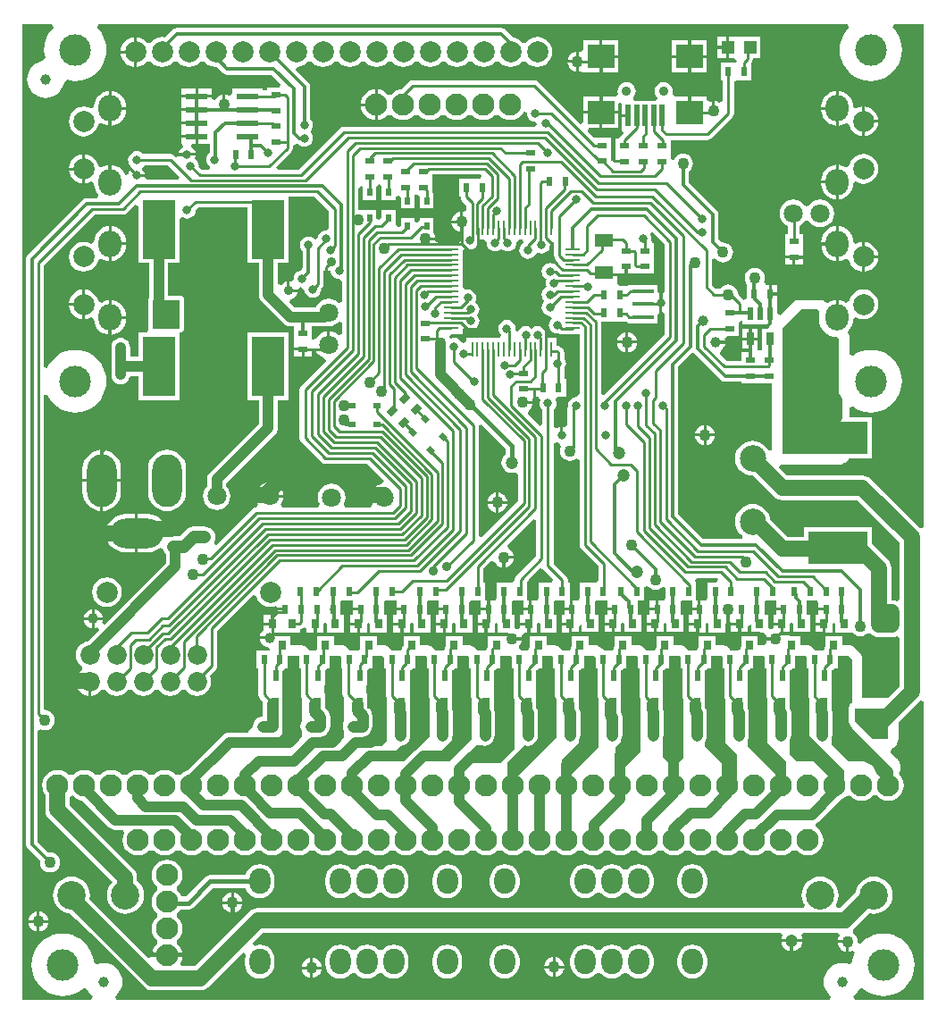
<source format=gtl>
G04 Layer_Physical_Order=1*
G04 Layer_Color=255*
%FSAX25Y25*%
%MOIN*%
G70*
G01*
G75*
%ADD10R,0.02559X0.01968*%
G04:AMPARAMS|DCode=11|XSize=23.62mil|YSize=35.43mil|CornerRadius=0mil|HoleSize=0mil|Usage=FLASHONLY|Rotation=135.000|XOffset=0mil|YOffset=0mil|HoleType=Round|Shape=Rectangle|*
%AMROTATEDRECTD11*
4,1,4,0.02088,0.00418,-0.00418,-0.02088,-0.02088,-0.00418,0.00418,0.02088,0.02088,0.00418,0.0*
%
%ADD11ROTATEDRECTD11*%

G04:AMPARAMS|DCode=12|XSize=25.59mil|YSize=19.68mil|CornerRadius=0mil|HoleSize=0mil|Usage=FLASHONLY|Rotation=315.000|XOffset=0mil|YOffset=0mil|HoleType=Round|Shape=Rectangle|*
%AMROTATEDRECTD12*
4,1,4,-0.01601,0.00209,-0.00209,0.01601,0.01601,-0.00209,0.00209,-0.01601,-0.01601,0.00209,0.0*
%
%ADD12ROTATEDRECTD12*%

%ADD13R,0.03543X0.02362*%
%ADD14R,0.01968X0.02559*%
%ADD15R,0.12205X0.22047*%
%ADD16R,0.03150X0.03543*%
%ADD17R,0.02362X0.03543*%
%ADD18R,0.09842X0.08661*%
%ADD19R,0.01968X0.07874*%
%ADD20R,0.05512X0.01063*%
%ADD21R,0.01063X0.05512*%
%ADD22R,0.01968X0.03937*%
%ADD23R,0.07874X0.01575*%
%ADD24R,0.04724X0.04724*%
%ADD25R,0.08268X0.02362*%
%ADD26R,0.02362X0.04724*%
%ADD27R,0.02756X0.04724*%
%ADD28R,0.07087X0.05118*%
%ADD29R,0.22047X0.12205*%
%ADD30C,0.03937*%
%ADD31C,0.05905*%
%ADD32C,0.03937*%
%ADD33C,0.01181*%
%ADD34C,0.00984*%
%ADD35C,0.04331*%
%ADD36C,0.00906*%
%ADD37C,0.04724*%
%ADD38C,0.06299*%
%ADD39C,0.01575*%
%ADD40R,0.12598X0.12205*%
%ADD41R,0.10236X0.10630*%
%ADD42C,0.10630*%
%ADD43C,0.08268*%
%ADD44C,0.07874*%
%ADD45C,0.09842*%
%ADD46C,0.07283*%
%ADD47O,0.07874X0.09449*%
%ADD48O,0.19685X0.11024*%
%ADD49O,0.11024X0.19685*%
%ADD50C,0.07087*%
%ADD51O,0.08661X0.09842*%
%ADD52C,0.03543*%
%ADD53C,0.11811*%
%ADD54C,0.04331*%
%ADD55C,0.04724*%
%ADD56C,0.03150*%
G36*
X0152165Y0128937D02*
Y0124606D01*
X0152814D01*
Y0114370D01*
X0152974Y0113564D01*
X0153150Y0113301D01*
Y0099213D01*
X0149269Y0095332D01*
X0149001Y0095221D01*
X0148260Y0094653D01*
X0143765Y0090158D01*
X0136614D01*
Y0094095D01*
X0140551Y0094095D01*
X0142315Y0095859D01*
X0143102Y0095962D01*
X0144012Y0096339D01*
X0144793Y0096939D01*
X0145393Y0097720D01*
X0145770Y0098630D01*
X0145898Y0099606D01*
Y0103150D01*
Y0106693D01*
Y0108268D01*
X0145770Y0109244D01*
X0145669Y0109487D01*
Y0123622D01*
X0146653Y0124606D01*
X0147638D01*
Y0125591D01*
X0147638Y0125591D01*
Y0129528D01*
X0151575D01*
X0152165Y0128937D01*
D02*
G37*
G36*
X0246654Y0128937D02*
Y0124606D01*
X0247302D01*
Y0114370D01*
X0247462Y0113564D01*
X0247638Y0113301D01*
X0247638Y0091339D01*
X0246063Y0089764D01*
X0242505Y0089355D01*
X0240158Y0091703D01*
Y0098387D01*
X0240258Y0098630D01*
X0240387Y0099606D01*
Y0103150D01*
Y0106693D01*
Y0108661D01*
X0240258Y0109638D01*
X0240158Y0109881D01*
X0240158Y0123622D01*
X0241142Y0124606D01*
X0242323D01*
Y0129528D01*
X0246063D01*
X0246654Y0128937D01*
D02*
G37*
G36*
X0115609Y0295190D02*
Y0289241D01*
X0114567Y0288216D01*
X0113745Y0288108D01*
X0112979Y0287790D01*
X0112321Y0287286D01*
X0111816Y0286628D01*
X0111499Y0285862D01*
X0111432Y0285356D01*
X0110378Y0284819D01*
X0110152Y0284882D01*
X0110120Y0284924D01*
X0109462Y0285428D01*
X0108696Y0285746D01*
X0107874Y0285854D01*
X0107052Y0285746D01*
X0106286Y0285428D01*
X0105628Y0284924D01*
X0105123Y0284266D01*
X0104806Y0283499D01*
X0104697Y0282677D01*
X0104806Y0281855D01*
X0105123Y0281089D01*
X0105628Y0280431D01*
X0105666Y0280401D01*
Y0274427D01*
X0105512Y0273255D01*
X0104690Y0273147D01*
X0103923Y0272830D01*
X0103266Y0272325D01*
X0102761Y0271667D01*
X0102443Y0270901D01*
X0102335Y0270079D01*
X0102368Y0269831D01*
X0101345Y0268976D01*
X0101267Y0269008D01*
X0100894Y0269057D01*
Y0266248D01*
X0103844D01*
X0104690Y0267010D01*
X0105512Y0266902D01*
X0106272Y0266142D01*
X0106380Y0265319D01*
X0106698Y0264553D01*
X0107202Y0263895D01*
X0107860Y0263391D01*
X0108627Y0263073D01*
X0109449Y0262965D01*
X0110271Y0263073D01*
X0111037Y0263391D01*
X0111695Y0263895D01*
X0112200Y0264553D01*
X0112517Y0265319D01*
X0112626Y0266142D01*
X0112603Y0266315D01*
X0112908Y0266620D01*
X0113364Y0267304D01*
X0113525Y0268110D01*
Y0272981D01*
X0114706Y0273564D01*
X0114848Y0273455D01*
X0115662Y0273118D01*
X0116137Y0273055D01*
X0116223Y0272406D01*
X0116540Y0271640D01*
X0117045Y0270982D01*
X0117703Y0270477D01*
X0118469Y0270160D01*
X0119291Y0270052D01*
X0120334Y0269027D01*
Y0261339D01*
X0119152Y0260938D01*
X0119005Y0261131D01*
X0117936Y0261951D01*
X0116690Y0262467D01*
X0115354Y0262643D01*
X0114018Y0262467D01*
X0112773Y0261951D01*
X0111704Y0261131D01*
X0110884Y0260061D01*
X0110643Y0259479D01*
X0102661D01*
X0100894Y0261247D01*
X0101267Y0262488D01*
X0102081Y0262825D01*
X0102780Y0263361D01*
X0103317Y0264060D01*
X0103654Y0264874D01*
X0103703Y0265248D01*
X0100394D01*
Y0265748D01*
X0099894D01*
Y0269057D01*
X0099520Y0269008D01*
X0098706Y0268671D01*
X0098007Y0268135D01*
X0097668Y0267693D01*
X0096529Y0267972D01*
X0096487Y0267996D01*
Y0275984D01*
X0100591D01*
Y0300648D01*
X0110151D01*
X0115609Y0295190D01*
D02*
G37*
G36*
X0167309Y0129495D02*
X0167507Y0129343D01*
X0167729Y0129121D01*
X0167913Y0128882D01*
X0167913Y0128881D01*
Y0124606D01*
X0168562D01*
Y0114370D01*
X0168722Y0113564D01*
X0168898Y0113301D01*
X0168898Y0098425D01*
X0160630Y0090158D01*
X0152362Y0090158D01*
Y0094095D01*
X0157480Y0094095D01*
X0159700Y0096314D01*
X0159760Y0096339D01*
X0160541Y0096939D01*
X0161141Y0097720D01*
X0161166Y0097780D01*
X0161417Y0098032D01*
Y0098387D01*
X0161518Y0098630D01*
X0161646Y0099606D01*
Y0103150D01*
Y0106693D01*
Y0108661D01*
X0161518Y0109638D01*
X0161417Y0109881D01*
Y0123622D01*
X0162402Y0124606D01*
X0163583D01*
Y0129528D01*
X0167062D01*
X0167309Y0129495D01*
D02*
G37*
G36*
X0104527Y0124606D02*
X0104979D01*
Y0114961D01*
X0105140Y0114154D01*
X0105512Y0113597D01*
Y0105189D01*
X0105394Y0105036D01*
X0105017Y0104126D01*
X0104889Y0103150D01*
X0105017Y0102173D01*
X0105394Y0101263D01*
X0105512Y0101110D01*
Y0099542D01*
X0101669Y0095700D01*
X0088976D01*
Y0099213D01*
X0096850D01*
X0098032Y0100394D01*
Y0101930D01*
X0098132Y0102173D01*
X0098261Y0103150D01*
Y0106693D01*
Y0111811D01*
X0098228Y0112056D01*
Y0115354D01*
X0098032D01*
Y0118504D01*
X0098228D01*
Y0123819D01*
X0099016Y0124606D01*
X0100000D01*
Y0125591D01*
X0100000Y0125591D01*
Y0129528D01*
X0104527D01*
Y0124606D01*
D02*
G37*
G36*
X0136220Y0128740D02*
Y0124606D01*
X0136869D01*
Y0114567D01*
X0137008Y0113868D01*
X0137008Y0097638D01*
X0135070Y0095700D01*
X0130709D01*
X0129784Y0095578D01*
X0129053Y0095276D01*
X0125197D01*
Y0099213D01*
X0128347D01*
X0128596Y0099462D01*
X0128929Y0099506D01*
X0129839Y0099883D01*
X0130620Y0100482D01*
X0131220Y0101263D01*
X0131597Y0102173D01*
X0131725Y0103150D01*
Y0106693D01*
Y0107087D01*
X0131597Y0108063D01*
X0131376Y0108596D01*
X0131220Y0108973D01*
X0130620Y0109754D01*
X0129757Y0110618D01*
Y0111811D01*
X0129724Y0112056D01*
Y0115354D01*
X0129528D01*
Y0118504D01*
X0129724D01*
Y0123819D01*
X0130512Y0124606D01*
X0131693D01*
Y0129528D01*
X0135433D01*
X0136220Y0128740D01*
D02*
G37*
G36*
X0188104Y0283520D02*
X0187947Y0283284D01*
X0187517Y0282955D01*
X0187013Y0282297D01*
X0186695Y0281531D01*
X0186587Y0280709D01*
X0186695Y0279887D01*
X0187013Y0279120D01*
X0187517Y0278462D01*
X0188175Y0277958D01*
X0188942Y0277640D01*
X0189764Y0277532D01*
X0190586Y0277640D01*
X0191352Y0277958D01*
X0192010Y0278462D01*
X0192474Y0279066D01*
X0193185Y0279813D01*
X0193957Y0279651D01*
X0194060Y0279609D01*
X0194882Y0279500D01*
X0195704Y0279609D01*
X0196470Y0279926D01*
X0197128Y0280431D01*
X0197633Y0281089D01*
X0197950Y0281855D01*
X0198059Y0282677D01*
X0198032Y0282878D01*
X0199023Y0283801D01*
X0199042Y0283806D01*
X0199467Y0283677D01*
Y0278740D01*
X0199628Y0277934D01*
X0200085Y0277250D01*
X0201122Y0276213D01*
X0201093Y0275903D01*
X0201060Y0275848D01*
X0199860Y0275402D01*
X0199620Y0275586D01*
X0198854Y0275903D01*
X0198031Y0276011D01*
X0197209Y0275903D01*
X0196443Y0275586D01*
X0195785Y0275081D01*
X0195280Y0274423D01*
X0194963Y0273657D01*
X0194855Y0272835D01*
X0194963Y0272012D01*
X0195280Y0271246D01*
X0195785Y0270588D01*
X0196443Y0270083D01*
X0196792Y0269939D01*
X0196538Y0269326D01*
X0196430Y0268504D01*
X0196538Y0267682D01*
X0196792Y0267069D01*
X0196443Y0266924D01*
X0195785Y0266420D01*
X0195280Y0265762D01*
X0194963Y0264995D01*
X0194855Y0264173D01*
X0194963Y0263351D01*
X0195280Y0262585D01*
X0195840Y0261640D01*
X0195335Y0260982D01*
X0195018Y0260216D01*
X0194910Y0259394D01*
X0195018Y0258571D01*
X0195335Y0257805D01*
X0195840Y0257147D01*
X0196498Y0256643D01*
X0197265Y0256325D01*
X0198087Y0256217D01*
X0198204Y0256232D01*
X0198672Y0255103D01*
X0198541Y0255002D01*
X0198036Y0254344D01*
X0197719Y0253578D01*
X0197611Y0252756D01*
X0197719Y0251934D01*
X0198036Y0251167D01*
X0198541Y0250510D01*
X0199199Y0250005D01*
X0199965Y0249687D01*
X0200787Y0249579D01*
X0200897Y0249593D01*
X0202051Y0249524D01*
X0202362Y0249467D01*
X0203209Y0249467D01*
X0206327D01*
X0206609Y0249524D01*
X0208956D01*
Y0227013D01*
X0207874Y0226011D01*
X0207052Y0225903D01*
X0206286Y0225586D01*
X0205628Y0225081D01*
X0205123Y0224423D01*
X0204805Y0223657D01*
X0204697Y0222835D01*
X0204747Y0222461D01*
X0204746Y0222460D01*
X0204586Y0221654D01*
Y0215471D01*
X0203404Y0214788D01*
X0203184Y0214880D01*
X0202862Y0214922D01*
Y0211811D01*
X0201862D01*
Y0214922D01*
X0201540Y0214880D01*
X0200774Y0214562D01*
X0200533Y0214377D01*
X0199352Y0214916D01*
Y0221269D01*
X0199490Y0221376D01*
X0199995Y0222034D01*
X0200313Y0222800D01*
X0200421Y0223622D01*
X0200313Y0224444D01*
X0200138Y0224866D01*
X0200576Y0225785D01*
X0200842Y0226047D01*
X0203953D01*
Y0232740D01*
X0203304D01*
Y0236689D01*
X0203539Y0236994D01*
X0203856Y0237760D01*
X0203964Y0238583D01*
X0203856Y0239405D01*
X0203539Y0240171D01*
X0203304Y0240476D01*
Y0242504D01*
X0203144Y0243310D01*
X0202687Y0243994D01*
X0202195Y0244486D01*
X0201511Y0244943D01*
X0200705Y0245104D01*
X0200614D01*
Y0248087D01*
X0197272D01*
X0196484Y0249213D01*
X0196376Y0250035D01*
X0196058Y0250801D01*
X0195553Y0251459D01*
X0194896Y0251964D01*
X0194129Y0252281D01*
X0193307Y0252389D01*
X0192485Y0252281D01*
X0191719Y0251964D01*
X0191142Y0251521D01*
X0190565Y0251964D01*
X0189799Y0252281D01*
X0188976Y0252389D01*
X0188154Y0252281D01*
X0187388Y0251964D01*
X0186730Y0251459D01*
X0186225Y0250801D01*
X0186049Y0250377D01*
X0184958Y0250753D01*
X0185066Y0251575D01*
X0184958Y0252397D01*
X0184641Y0253163D01*
X0184136Y0253821D01*
X0183478Y0254326D01*
X0182712Y0254643D01*
X0181890Y0254752D01*
X0181068Y0254643D01*
X0180301Y0254326D01*
X0179643Y0253821D01*
X0179139Y0253163D01*
X0178821Y0252397D01*
X0178713Y0251575D01*
X0178821Y0250753D01*
X0179139Y0249986D01*
X0179643Y0249328D01*
X0179723Y0249268D01*
X0179322Y0248087D01*
X0166874D01*
Y0246787D01*
X0165802Y0246016D01*
X0165045Y0246256D01*
X0164956Y0246470D01*
X0164451Y0247128D01*
X0163793Y0247633D01*
X0163027Y0247950D01*
X0162205Y0248059D01*
X0161382Y0247950D01*
X0161095Y0247831D01*
X0160616Y0248341D01*
X0161093Y0249490D01*
X0161126Y0249524D01*
X0165437D01*
Y0251298D01*
X0165516Y0251374D01*
X0165892Y0251614D01*
X0166618Y0251808D01*
X0166916Y0251579D01*
X0167682Y0251262D01*
X0168504Y0251154D01*
X0169326Y0251262D01*
X0170092Y0251579D01*
X0170750Y0252084D01*
X0171255Y0252742D01*
X0171572Y0253508D01*
X0171681Y0254331D01*
X0171572Y0255153D01*
X0171255Y0255919D01*
X0170812Y0256496D01*
X0171255Y0257073D01*
X0171572Y0257839D01*
X0171681Y0258661D01*
X0171572Y0259484D01*
X0171255Y0260250D01*
X0170750Y0260908D01*
X0170092Y0261413D01*
X0170080Y0261418D01*
X0170391Y0262170D01*
X0170500Y0262992D01*
X0170391Y0263814D01*
X0170074Y0264580D01*
X0169569Y0265238D01*
X0168911Y0265743D01*
X0168145Y0266061D01*
X0167323Y0266169D01*
X0166618Y0266076D01*
X0166436Y0266112D01*
X0165437Y0266898D01*
Y0269209D01*
Y0273146D01*
Y0277083D01*
Y0280844D01*
X0166227Y0281322D01*
X0166618Y0281461D01*
X0167288Y0281183D01*
X0168110Y0281075D01*
X0168932Y0281183D01*
X0169699Y0281501D01*
X0170357Y0282006D01*
X0170861Y0282664D01*
X0171179Y0283430D01*
X0171287Y0284252D01*
X0171681Y0284701D01*
X0173470D01*
X0174390Y0283520D01*
X0174382Y0283465D01*
X0174490Y0282642D01*
X0174808Y0281876D01*
X0175313Y0281218D01*
X0175971Y0280713D01*
X0176737Y0280396D01*
X0177559Y0280288D01*
X0178381Y0280396D01*
X0179148Y0280713D01*
X0179921Y0281153D01*
X0180695Y0280713D01*
X0181461Y0280396D01*
X0182283Y0280288D01*
X0183106Y0280396D01*
X0183872Y0280713D01*
X0184530Y0281218D01*
X0185035Y0281876D01*
X0185352Y0282642D01*
X0185460Y0283465D01*
X0185453Y0283520D01*
X0186373Y0284701D01*
X0187697D01*
X0188104Y0283520D01*
D02*
G37*
G36*
X0230906Y0128937D02*
Y0124606D01*
X0231554D01*
Y0114173D01*
X0231714Y0113367D01*
X0231890Y0113104D01*
X0231890Y0093701D01*
X0225984Y0087795D01*
X0222441Y0087795D01*
X0222441Y0095276D01*
X0224410Y0097244D01*
Y0097567D01*
X0224527Y0097720D01*
X0224904Y0098630D01*
X0225032Y0099606D01*
Y0103150D01*
Y0106693D01*
X0224904Y0107669D01*
X0224527Y0108579D01*
X0224410Y0108732D01*
X0224410Y0123622D01*
X0225394Y0124606D01*
X0226575D01*
Y0129528D01*
X0230315D01*
X0230906Y0128937D01*
D02*
G37*
G36*
X0293898D02*
Y0124606D01*
X0294546D01*
Y0114370D01*
X0294707Y0113564D01*
X0294882Y0113301D01*
X0294882Y0099544D01*
X0296076Y0098356D01*
X0296339Y0097720D01*
X0296939Y0096939D01*
X0297720Y0096339D01*
X0298376Y0096068D01*
X0307874Y0086616D01*
Y0081004D01*
X0307468Y0080713D01*
X0305098Y0081516D01*
X0296457Y0090158D01*
X0290158Y0090158D01*
X0287402Y0092913D01*
X0287402Y0097567D01*
X0287519Y0097720D01*
X0287896Y0098630D01*
X0288024Y0099606D01*
Y0103150D01*
Y0108268D01*
X0287896Y0109244D01*
X0287519Y0110154D01*
X0287402Y0110307D01*
X0287402Y0123622D01*
X0288386Y0124606D01*
X0289567D01*
Y0129528D01*
X0293307D01*
X0293898Y0128937D01*
D02*
G37*
G36*
X0059862Y0308023D02*
X0059411Y0306932D01*
X0047672D01*
X0047260Y0307346D01*
X0046805Y0308113D01*
X0046812Y0308161D01*
X0043701D01*
Y0309161D01*
X0046812D01*
X0046769Y0309484D01*
X0046452Y0310250D01*
X0045947Y0310908D01*
Y0311323D01*
X0047066Y0312459D01*
X0055426D01*
X0059862Y0308023D01*
D02*
G37*
G36*
X0172575Y0308465D02*
X0171985Y0307283D01*
X0169882D01*
X0169882Y0307283D01*
X0169488D01*
Y0307283D01*
X0168701Y0307283D01*
X0163976D01*
Y0300591D01*
X0164625D01*
X0164785Y0299784D01*
X0165242Y0299100D01*
X0166873Y0297470D01*
Y0295873D01*
X0166410Y0295433D01*
X0165692Y0295015D01*
X0165461Y0295045D01*
Y0291339D01*
Y0287453D01*
X0165857Y0286514D01*
X0165860Y0286493D01*
X0165359Y0285840D01*
X0165042Y0285074D01*
X0164934Y0284252D01*
X0163877Y0283264D01*
X0156776D01*
X0156776Y0283264D01*
X0156776Y0283264D01*
X0155745Y0283628D01*
X0155264Y0284406D01*
X0155281Y0284539D01*
X0151575D01*
Y0285539D01*
X0155281D01*
X0155219Y0286016D01*
X0154842Y0286926D01*
X0154527Y0287335D01*
Y0292618D01*
X0149409D01*
Y0291668D01*
X0148523Y0291039D01*
X0147441Y0291489D01*
Y0292618D01*
X0142323D01*
Y0289900D01*
X0141317Y0289531D01*
X0140354Y0290172D01*
Y0295768D01*
X0135236D01*
Y0292941D01*
X0134449Y0292154D01*
X0133268Y0292553D01*
Y0295768D01*
X0128150D01*
X0128150Y0295768D01*
Y0295768D01*
X0126989Y0295818D01*
X0126517Y0295880D01*
Y0303846D01*
X0127637Y0304652D01*
X0128150Y0304434D01*
Y0299508D01*
X0133268D01*
Y0304460D01*
X0134025Y0305282D01*
X0134084Y0305287D01*
X0135236Y0304795D01*
Y0299508D01*
X0140354D01*
Y0300360D01*
X0140535Y0300827D01*
X0141848Y0301017D01*
X0142323Y0300543D01*
Y0296358D01*
X0147441D01*
Y0300197D01*
X0147441Y0301263D01*
X0148622Y0301330D01*
X0149409Y0300543D01*
Y0296358D01*
X0154527D01*
Y0302067D01*
X0154134D01*
Y0306102D01*
X0154134Y0306890D01*
X0154134Y0308956D01*
X0172206D01*
X0172575Y0308465D01*
D02*
G37*
G36*
X0262402Y0128937D02*
Y0124606D01*
X0263050D01*
Y0114370D01*
X0263210Y0113564D01*
X0263386Y0113301D01*
X0263386Y0097092D01*
X0264961Y0095276D01*
X0267717Y0092520D01*
X0267717Y0083071D01*
X0262571Y0082703D01*
X0262205Y0083044D01*
Y0089370D01*
X0255906Y0095669D01*
Y0097567D01*
X0256023Y0097720D01*
X0256400Y0098630D01*
X0256528Y0099606D01*
Y0103150D01*
Y0108268D01*
X0256400Y0109244D01*
X0256023Y0110154D01*
X0255906Y0110307D01*
X0255906Y0123622D01*
X0256890Y0124606D01*
X0258071D01*
Y0129528D01*
X0261811D01*
X0262402Y0128937D01*
D02*
G37*
G36*
X0310630Y0127953D02*
X0310630Y0111915D01*
X0310169Y0111607D01*
X0309647Y0110825D01*
X0309464Y0109903D01*
X0309464Y0105057D01*
X0309647Y0104136D01*
X0310169Y0103354D01*
X0310630Y0102893D01*
Y0102323D01*
X0324772Y0088251D01*
X0324937Y0087921D01*
X0321965Y0084077D01*
X0321466Y0084045D01*
X0319728Y0085784D01*
X0319199Y0087060D01*
X0318284Y0088253D01*
X0317092Y0089168D01*
X0315816Y0089696D01*
X0315354Y0090158D01*
X0309449D01*
X0303150Y0096457D01*
X0303150Y0098387D01*
X0303250Y0098630D01*
X0303379Y0099606D01*
Y0103150D01*
Y0108268D01*
X0303250Y0109244D01*
X0303150Y0109487D01*
X0303150Y0123622D01*
X0304134Y0124606D01*
X0305315D01*
Y0129528D01*
X0309055D01*
X0310630Y0127953D01*
D02*
G37*
G36*
X0215157Y0128839D02*
Y0124606D01*
X0215806D01*
Y0114370D01*
X0215966Y0113564D01*
X0216142Y0113301D01*
X0216142Y0095276D01*
X0204724Y0083858D01*
X0202362D01*
Y0090846D01*
X0208661Y0097146D01*
Y0097567D01*
X0208779Y0097720D01*
X0209156Y0098630D01*
X0209284Y0099606D01*
Y0103150D01*
Y0106693D01*
Y0108268D01*
X0209156Y0109244D01*
X0208779Y0110154D01*
X0208661Y0110307D01*
X0208661Y0123524D01*
X0209744Y0124606D01*
X0210630D01*
Y0129429D01*
X0214567D01*
X0215157Y0128839D01*
D02*
G37*
G36*
X0277451Y0129508D02*
X0277461D01*
X0277471Y0129505D01*
X0277581Y0129506D01*
X0278150Y0128937D01*
Y0124606D01*
X0278798D01*
Y0114370D01*
X0278959Y0113564D01*
X0279134Y0113301D01*
X0279134Y0097092D01*
X0280709Y0095276D01*
X0286221Y0089764D01*
X0286220Y0083946D01*
X0285830Y0083633D01*
X0283071Y0084252D01*
X0271654Y0095669D01*
Y0097567D01*
X0271771Y0097720D01*
X0272148Y0098630D01*
X0272276Y0099606D01*
Y0103150D01*
Y0108268D01*
X0272148Y0109244D01*
X0271771Y0110154D01*
X0271654Y0110307D01*
Y0123622D01*
X0272638Y0124606D01*
X0273819D01*
Y0129528D01*
X0277299D01*
X0277451Y0129508D01*
D02*
G37*
G36*
X0193696Y0225998D02*
X0193912Y0225785D01*
X0194350Y0224866D01*
X0194176Y0224444D01*
X0194067Y0223622D01*
X0194176Y0222800D01*
X0194493Y0222034D01*
X0194998Y0221376D01*
X0195137Y0221269D01*
Y0215686D01*
X0194045Y0215234D01*
X0189665Y0219615D01*
X0189976Y0220974D01*
X0190463Y0221348D01*
X0191062Y0222130D01*
X0191439Y0223039D01*
X0191502Y0223516D01*
X0187795D01*
Y0224516D01*
X0191502D01*
X0191439Y0224992D01*
X0191436Y0225000D01*
X0191463Y0225328D01*
X0191605Y0225442D01*
X0192535Y0226047D01*
X0193696Y0225998D01*
D02*
G37*
G36*
X0200774Y0209060D02*
X0201499Y0208760D01*
X0201541Y0208741D01*
X0201733Y0208482D01*
X0202114Y0207476D01*
X0201868Y0206882D01*
X0201739Y0205906D01*
X0201868Y0204929D01*
X0202245Y0204019D01*
X0202844Y0203238D01*
X0203626Y0202639D01*
X0204535Y0202262D01*
X0205512Y0202133D01*
X0206488Y0202262D01*
X0207398Y0202639D01*
X0207775Y0202928D01*
X0208956Y0202401D01*
Y0170866D01*
X0209114Y0170075D01*
X0209562Y0169404D01*
X0216043Y0162923D01*
Y0157725D01*
X0215208Y0156890D01*
X0213976Y0156890D01*
X0209252D01*
Y0151215D01*
X0208858Y0150197D01*
X0208274Y0150197D01*
X0206602Y0150197D01*
Y0146850D01*
X0206102D01*
Y0146350D01*
X0203346D01*
Y0144685D01*
X0202362D01*
Y0141839D01*
X0205512D01*
Y0141339D01*
X0206012D01*
Y0137992D01*
X0208661D01*
Y0140399D01*
X0209842Y0140923D01*
X0209842Y0140923D01*
Y0137992D01*
X0216142D01*
Y0144685D01*
X0214764D01*
Y0149179D01*
X0215158Y0150197D01*
X0215741Y0150197D01*
X0218307Y0150197D01*
X0219488Y0150197D01*
Y0147350D01*
X0222244D01*
Y0146350D01*
X0219488D01*
Y0144685D01*
X0218307D01*
Y0141839D01*
X0221457D01*
Y0141339D01*
X0221957D01*
Y0137992D01*
X0224606D01*
Y0141473D01*
X0225197Y0141830D01*
X0225787Y0141473D01*
Y0137992D01*
X0232087D01*
Y0144685D01*
X0230906D01*
Y0150197D01*
X0232087Y0150197D01*
X0233268D01*
Y0155177D01*
X0234449Y0155578D01*
X0234734Y0155207D01*
X0235515Y0154607D01*
X0236425Y0154230D01*
X0237402Y0154102D01*
X0238378Y0154230D01*
X0239288Y0154607D01*
X0239961Y0155123D01*
X0240419Y0155030D01*
X0241142Y0154664D01*
Y0151215D01*
X0240748Y0150197D01*
X0239961Y0150197D01*
X0238492D01*
Y0146850D01*
X0237992D01*
Y0146350D01*
X0235236D01*
Y0144685D01*
X0234055D01*
Y0141839D01*
X0237205D01*
Y0141339D01*
X0237705D01*
Y0137992D01*
X0240354D01*
Y0141473D01*
X0240945Y0141830D01*
X0241535Y0141473D01*
Y0137992D01*
X0247835D01*
Y0144685D01*
X0246654D01*
Y0149179D01*
X0247047Y0150197D01*
X0247835Y0150197D01*
X0249803D01*
X0250984Y0150197D01*
X0250984Y0149016D01*
Y0147350D01*
X0253240D01*
Y0150197D01*
X0252559Y0150197D01*
X0252559Y0151378D01*
Y0156890D01*
X0252538D01*
X0252117Y0157341D01*
X0252327Y0158059D01*
X0252751Y0158522D01*
X0260298D01*
X0260633Y0158071D01*
X0260038Y0156890D01*
X0256890D01*
Y0151215D01*
X0256496Y0150197D01*
X0255912Y0150197D01*
X0254240Y0150197D01*
Y0146850D01*
X0253740D01*
Y0146350D01*
X0250984D01*
Y0144685D01*
X0249803D01*
Y0141839D01*
X0252953D01*
Y0141339D01*
X0253453D01*
Y0137992D01*
X0256102D01*
Y0141473D01*
X0256693Y0141830D01*
X0257283Y0141473D01*
Y0137992D01*
X0263583D01*
Y0141423D01*
X0264588Y0142441D01*
X0265158Y0142441D01*
X0265551Y0142016D01*
Y0141839D01*
X0268701D01*
Y0141339D01*
X0269201D01*
Y0137992D01*
X0271850D01*
Y0140399D01*
X0273031Y0140923D01*
X0273031Y0140923D01*
Y0137992D01*
X0277854D01*
X0278643Y0136811D01*
X0278640Y0136803D01*
X0278577Y0136327D01*
X0282283D01*
Y0135327D01*
X0278577D01*
X0278640Y0134850D01*
X0278785Y0134500D01*
X0278781Y0134476D01*
X0278274Y0133670D01*
X0277969Y0133444D01*
X0277969Y0133445D01*
X0277817Y0133465D01*
X0277672D01*
X0277581Y0133476D01*
X0277571Y0133475D01*
X0277561Y0133476D01*
X0277480Y0133476D01*
X0277461Y0133478D01*
X0277451D01*
X0277299Y0133499D01*
X0275590D01*
Y0136811D01*
X0269291D01*
Y0133156D01*
X0269116Y0132893D01*
X0268956Y0132087D01*
Y0131634D01*
X0267913Y0131299D01*
X0267913Y0131299D01*
Y0131299D01*
X0267913Y0131299D01*
X0265551D01*
X0265210Y0131745D01*
X0265209Y0131745D01*
X0264619Y0132335D01*
X0263796Y0132966D01*
X0262839Y0133363D01*
X0261811Y0133499D01*
X0259842D01*
Y0136811D01*
X0253543D01*
Y0133156D01*
X0253368Y0132893D01*
X0253208Y0132087D01*
Y0131634D01*
X0252165Y0131299D01*
X0252165Y0131299D01*
Y0131299D01*
X0252165Y0131299D01*
X0249803D01*
X0249461Y0131745D01*
X0249461Y0131745D01*
X0248871Y0132335D01*
X0248048Y0132966D01*
X0247091Y0133363D01*
X0246063Y0133499D01*
X0244094D01*
Y0136811D01*
X0237795D01*
Y0133156D01*
X0237620Y0132893D01*
X0237460Y0132087D01*
Y0131634D01*
X0236417Y0131299D01*
X0236417Y0131299D01*
Y0131299D01*
X0236417Y0131299D01*
X0234055D01*
X0233713Y0131745D01*
X0233713Y0131745D01*
X0233123Y0132335D01*
X0232300Y0132966D01*
X0231343Y0133363D01*
X0230315Y0133499D01*
X0228346D01*
Y0136811D01*
X0222047D01*
Y0133156D01*
X0221872Y0132893D01*
X0221711Y0132087D01*
Y0131634D01*
X0220669Y0131299D01*
X0220669Y0131299D01*
Y0131299D01*
X0220669Y0131299D01*
X0218232D01*
X0217965Y0131647D01*
X0217965Y0131647D01*
X0217375Y0132237D01*
X0216552Y0132868D01*
X0215595Y0133265D01*
X0214567Y0133400D01*
X0212402D01*
Y0136811D01*
X0206102D01*
Y0133155D01*
X0205927Y0132893D01*
X0205767Y0132087D01*
Y0131634D01*
X0204724Y0131299D01*
X0204724Y0131299D01*
Y0131299D01*
X0204724Y0131299D01*
X0202514D01*
X0202021Y0131942D01*
X0202021Y0131942D01*
X0201627Y0132335D01*
X0200804Y0132966D01*
X0199847Y0133363D01*
X0198819Y0133499D01*
X0196850D01*
Y0136811D01*
X0190551D01*
Y0133156D01*
X0190376Y0132893D01*
X0190216Y0132087D01*
Y0131634D01*
X0189173Y0131299D01*
X0189173Y0131299D01*
Y0131299D01*
X0189173Y0131299D01*
X0187465D01*
X0186493Y0132349D01*
X0186526Y0133159D01*
X0187125Y0133941D01*
X0187502Y0134850D01*
X0187565Y0135327D01*
X0183858D01*
Y0136327D01*
X0187565D01*
X0187502Y0136803D01*
X0187499Y0136811D01*
X0188288Y0137992D01*
X0189461D01*
Y0140839D01*
X0186811D01*
Y0139902D01*
X0185812Y0139324D01*
X0184843Y0139900D01*
Y0144685D01*
X0183661D01*
Y0149179D01*
X0184055Y0150197D01*
X0184843Y0150197D01*
X0186811D01*
X0187992Y0150197D01*
Y0147350D01*
X0190248D01*
Y0150197D01*
X0189567Y0150197D01*
Y0156890D01*
X0189567D01*
X0190004Y0157890D01*
X0194127Y0162013D01*
X0194378Y0162050D01*
X0195567Y0161782D01*
X0195754Y0161502D01*
X0199185Y0158071D01*
X0198696Y0156890D01*
X0193898D01*
Y0151215D01*
X0193504Y0150197D01*
X0192920Y0150197D01*
X0191248Y0150197D01*
Y0146850D01*
X0190748D01*
Y0146350D01*
X0187992D01*
Y0144685D01*
X0186811D01*
Y0141839D01*
X0189961D01*
Y0141339D01*
X0190461D01*
Y0137992D01*
X0193110D01*
Y0141473D01*
X0193701Y0141830D01*
X0194291Y0141473D01*
Y0137992D01*
X0200591D01*
Y0144685D01*
X0199409D01*
Y0149179D01*
X0199803Y0150197D01*
X0200387Y0150197D01*
X0202165Y0150197D01*
X0203346Y0150197D01*
X0203346Y0149016D01*
Y0147350D01*
X0205602D01*
Y0150197D01*
X0205315Y0150197D01*
X0205315Y0151378D01*
Y0156890D01*
X0204666D01*
Y0157677D01*
X0204506Y0158484D01*
X0204049Y0159167D01*
X0199352Y0163865D01*
Y0208706D01*
X0200533Y0209245D01*
X0200774Y0209060D01*
D02*
G37*
G36*
X0269882Y0254442D02*
Y0253150D01*
X0279028D01*
X0279752Y0251969D01*
X0279552Y0251575D01*
X0277165D01*
Y0243701D01*
X0277165D01*
X0277149Y0243502D01*
X0277069Y0243372D01*
X0275687Y0243372D01*
X0275607Y0243502D01*
X0275590Y0243701D01*
X0275590Y0243740D01*
Y0247138D01*
X0269685D01*
Y0243740D01*
X0269685Y0243701D01*
X0269590Y0242559D01*
X0269488D01*
Y0239509D01*
X0263865D01*
X0261390Y0241984D01*
X0261629Y0243357D01*
X0261660Y0243385D01*
X0262370Y0243930D01*
X0262938Y0244670D01*
X0263295Y0245532D01*
X0263351Y0245957D01*
X0259842D01*
Y0246957D01*
X0263351D01*
X0263295Y0247382D01*
X0263270Y0247441D01*
X0264059Y0248622D01*
X0268307D01*
Y0253696D01*
X0269291Y0254609D01*
X0269882Y0254442D01*
D02*
G37*
G36*
X0192774Y0179983D02*
Y0166621D01*
X0185518Y0159364D01*
X0185061Y0158680D01*
X0184900Y0157874D01*
Y0157701D01*
X0184055Y0156890D01*
X0183661D01*
Y0156890D01*
X0178150D01*
Y0151215D01*
X0177756Y0150197D01*
X0177172Y0150197D01*
X0175500Y0150197D01*
Y0146850D01*
X0175000D01*
Y0146350D01*
X0172244D01*
Y0144685D01*
X0171063D01*
Y0141839D01*
X0174213D01*
Y0141339D01*
X0174713D01*
Y0137992D01*
X0177362D01*
Y0141473D01*
X0177953Y0141830D01*
X0178543Y0141473D01*
Y0137992D01*
X0178543D01*
X0178797Y0136811D01*
X0178797Y0136811D01*
X0174803D01*
Y0133156D01*
X0174628Y0132893D01*
X0174467Y0132087D01*
Y0131634D01*
X0173425Y0131299D01*
X0173425Y0131299D01*
Y0131299D01*
X0173425Y0131299D01*
X0171063D01*
X0170880Y0131538D01*
X0170696Y0131722D01*
X0170537Y0131929D01*
X0170315Y0132151D01*
X0170108Y0132310D01*
X0169924Y0132494D01*
X0169727Y0132645D01*
X0169501Y0132776D01*
X0169492Y0132782D01*
X0169482Y0132787D01*
X0168829Y0133164D01*
X0168829Y0133164D01*
X0168101Y0133359D01*
X0168090Y0133363D01*
X0168079Y0133365D01*
X0167828Y0133432D01*
X0167581Y0133465D01*
X0167321D01*
X0167062Y0133499D01*
X0165354D01*
Y0136811D01*
X0159055D01*
Y0133156D01*
X0158880Y0132893D01*
X0158719Y0132087D01*
Y0131634D01*
X0157677Y0131299D01*
X0157677Y0131299D01*
Y0131299D01*
X0157677Y0131299D01*
X0155315D01*
X0154973Y0131745D01*
X0154973Y0131745D01*
X0154383Y0132335D01*
X0153560Y0132966D01*
X0152603Y0133363D01*
X0151575Y0133499D01*
X0149606D01*
Y0136811D01*
X0143307D01*
Y0133253D01*
X0142935Y0132696D01*
X0142774Y0131890D01*
Y0131634D01*
X0141732Y0131299D01*
X0141732Y0131299D01*
Y0131299D01*
X0141732Y0131299D01*
X0139219D01*
X0139028Y0131548D01*
X0139028Y0131548D01*
X0138241Y0132335D01*
X0137419Y0132966D01*
X0136461Y0133363D01*
X0135433Y0133499D01*
X0133465D01*
Y0136811D01*
X0127165D01*
Y0131775D01*
X0126181Y0131299D01*
X0125787D01*
Y0131299D01*
X0123425D01*
X0123083Y0131745D01*
X0123083Y0131745D01*
X0122493Y0132335D01*
X0121670Y0132966D01*
X0120713Y0133363D01*
X0119685Y0133499D01*
X0117323D01*
Y0136811D01*
X0111024D01*
Y0131774D01*
X0110039Y0131299D01*
X0108055D01*
X0107966Y0131513D01*
X0107335Y0132335D01*
X0106513Y0132966D01*
X0105555Y0133363D01*
X0104527Y0133499D01*
X0101181D01*
Y0136811D01*
X0098146D01*
X0097989Y0137073D01*
X0098816Y0137992D01*
X0104921D01*
Y0139349D01*
X0105137Y0139392D01*
X0105821Y0139848D01*
X0106102Y0140130D01*
X0107283Y0139641D01*
Y0137992D01*
X0109933D01*
Y0141339D01*
X0110933D01*
Y0137992D01*
X0113583D01*
Y0141473D01*
X0114173Y0141830D01*
X0114764Y0141473D01*
Y0137992D01*
X0121063D01*
Y0144685D01*
X0119882D01*
Y0149179D01*
X0120276Y0150197D01*
X0121063Y0150197D01*
X0123425D01*
X0124606Y0150197D01*
X0124606Y0149016D01*
Y0147350D01*
X0127362D01*
Y0146350D01*
X0124606D01*
Y0144685D01*
X0123425D01*
Y0141839D01*
X0126575D01*
Y0141339D01*
X0127075D01*
Y0137992D01*
X0129724D01*
Y0141473D01*
X0130315Y0141830D01*
X0130905Y0141473D01*
Y0137992D01*
X0137205D01*
Y0144685D01*
X0136024D01*
Y0149179D01*
X0136417Y0150197D01*
X0137205Y0150197D01*
X0139567D01*
X0140748Y0150197D01*
X0140748Y0149016D01*
Y0147350D01*
X0143504D01*
Y0146350D01*
X0140748D01*
Y0144685D01*
X0139567D01*
Y0141839D01*
X0142717D01*
Y0141339D01*
X0143217D01*
Y0137992D01*
X0145866D01*
Y0141473D01*
X0146457Y0141830D01*
X0147047Y0141473D01*
Y0137992D01*
X0153347D01*
Y0144685D01*
X0152165D01*
Y0149179D01*
X0152559Y0150197D01*
X0153347Y0150197D01*
X0155315D01*
X0156496Y0150197D01*
X0156496Y0149016D01*
Y0147350D01*
X0159252D01*
Y0146350D01*
X0156496D01*
Y0144685D01*
X0155315D01*
Y0141839D01*
X0158465D01*
Y0141339D01*
X0158965D01*
Y0137992D01*
X0161614D01*
Y0141473D01*
X0162205Y0141830D01*
X0162795Y0141473D01*
Y0137992D01*
X0169095D01*
Y0144685D01*
X0167913D01*
Y0149179D01*
X0168307Y0150197D01*
X0169095Y0150197D01*
X0171063D01*
X0172244Y0150197D01*
X0172244Y0149016D01*
Y0147350D01*
X0174500D01*
Y0150197D01*
X0173819Y0150197D01*
X0173819Y0151378D01*
Y0156890D01*
X0173170D01*
Y0161922D01*
X0175974Y0164725D01*
X0177363Y0164445D01*
X0177442Y0164255D01*
X0178041Y0163474D01*
X0178823Y0162875D01*
X0179732Y0162498D01*
X0180209Y0162435D01*
Y0166142D01*
X0180709D01*
Y0166642D01*
X0184415D01*
X0184353Y0167118D01*
X0183976Y0168028D01*
X0183376Y0168809D01*
X0182595Y0169409D01*
X0182405Y0169487D01*
X0182125Y0170877D01*
X0191683Y0180435D01*
X0192774Y0179983D01*
D02*
G37*
G36*
X0181450Y0206876D02*
Y0204689D01*
X0181050Y0204383D01*
X0180419Y0203560D01*
X0180023Y0202603D01*
X0179887Y0201575D01*
X0180023Y0200547D01*
X0180419Y0199589D01*
X0181050Y0198767D01*
X0181873Y0198136D01*
X0182831Y0197739D01*
X0183858Y0197604D01*
X0184886Y0197739D01*
X0185097Y0197827D01*
X0186278Y0197037D01*
Y0187290D01*
X0172580Y0173592D01*
X0171399Y0174081D01*
Y0215257D01*
X0171623Y0215447D01*
X0172511Y0215815D01*
X0181450Y0206876D01*
D02*
G37*
G36*
X0298513Y0257839D02*
X0298553Y0257480D01*
X0298432Y0256252D01*
Y0255071D01*
X0298561Y0253759D01*
X0298944Y0252497D01*
X0299566Y0251334D01*
X0300402Y0250315D01*
X0301421Y0249479D01*
X0302584Y0248857D01*
X0303845Y0248475D01*
X0305157Y0248345D01*
X0305906Y0247667D01*
Y0204724D01*
X0284646Y0204724D01*
X0284646Y0251575D01*
X0291732Y0258661D01*
X0297903Y0258661D01*
X0298513Y0257839D01*
D02*
G37*
G36*
X0251589Y0242533D02*
X0261785Y0232336D01*
X0262502Y0231858D01*
X0263346Y0231690D01*
X0269488D01*
Y0231142D01*
X0276181D01*
Y0231142D01*
X0276575D01*
Y0231142D01*
X0280675D01*
X0280675Y0206241D01*
X0279494Y0205945D01*
X0279049Y0206776D01*
X0278238Y0207765D01*
X0277249Y0208577D01*
X0276120Y0209180D01*
X0274896Y0209552D01*
X0273622Y0209677D01*
X0272349Y0209552D01*
X0271124Y0209180D01*
X0269996Y0208577D01*
X0269006Y0207765D01*
X0268195Y0206776D01*
X0267591Y0205648D01*
X0267220Y0204423D01*
X0267095Y0203150D01*
X0267220Y0201876D01*
X0267591Y0200652D01*
X0268195Y0199523D01*
X0269006Y0198534D01*
X0269996Y0197722D01*
X0271124Y0197119D01*
X0272349Y0196748D01*
X0273622Y0196622D01*
X0273685Y0196628D01*
X0281417Y0188897D01*
X0282362Y0188171D01*
X0283464Y0187715D01*
X0284646Y0187559D01*
X0312675D01*
X0328504Y0171730D01*
Y0150537D01*
X0327323Y0149852D01*
X0326772Y0150080D01*
X0325590Y0150236D01*
X0325433D01*
Y0162205D01*
X0325277Y0163387D01*
X0324821Y0164488D01*
X0324095Y0165434D01*
X0318110Y0171419D01*
Y0177362D01*
X0292913D01*
Y0173858D01*
X0286537D01*
X0280071Y0180324D01*
X0280024Y0180801D01*
X0279653Y0182026D01*
X0279049Y0183154D01*
X0278238Y0184143D01*
X0277249Y0184955D01*
X0276120Y0185558D01*
X0274896Y0185930D01*
X0273622Y0186055D01*
X0272349Y0185930D01*
X0271124Y0185558D01*
X0269996Y0184955D01*
X0269006Y0184143D01*
X0268195Y0183154D01*
X0267591Y0182026D01*
X0267220Y0180801D01*
X0267095Y0179528D01*
X0267220Y0178254D01*
X0267591Y0177030D01*
X0268195Y0175901D01*
X0269006Y0174912D01*
X0269807Y0174255D01*
X0269697Y0173562D01*
X0269426Y0173074D01*
X0255245D01*
X0245909Y0182411D01*
Y0237275D01*
X0251205Y0242571D01*
X0251589Y0242533D01*
D02*
G37*
G36*
X0282480Y0150197D02*
Y0147350D01*
X0285236D01*
Y0146350D01*
X0282480D01*
Y0144685D01*
X0281299D01*
Y0141839D01*
X0284449D01*
Y0140839D01*
X0281299D01*
Y0139900D01*
X0280330Y0139324D01*
X0279331Y0139902D01*
Y0144685D01*
X0277953D01*
Y0149179D01*
X0278346Y0150197D01*
X0279134Y0150197D01*
X0281299D01*
X0282480Y0150197D01*
D02*
G37*
G36*
X0199213Y0129134D02*
Y0124606D01*
X0199861D01*
Y0114567D01*
X0200022Y0113760D01*
X0200394Y0113203D01*
Y0099213D01*
X0184646Y0083465D01*
X0182283Y0083465D01*
X0182283Y0089764D01*
X0188572Y0096052D01*
X0188787Y0095962D01*
X0189764Y0095834D01*
X0190740Y0095962D01*
X0191650Y0096339D01*
X0192431Y0096939D01*
X0193031Y0097720D01*
X0193408Y0098630D01*
X0193536Y0099606D01*
Y0103150D01*
Y0106693D01*
Y0108268D01*
X0193408Y0109244D01*
X0193031Y0110154D01*
X0192913Y0110307D01*
Y0123622D01*
X0193898Y0124606D01*
X0195079D01*
Y0129528D01*
X0198819D01*
X0199213Y0129134D01*
D02*
G37*
G36*
X0183661Y0128937D02*
Y0124606D01*
X0184310D01*
Y0114370D01*
X0184470Y0113564D01*
X0184646Y0113301D01*
X0184646Y0094488D01*
X0179527Y0089370D01*
X0167717Y0089370D01*
Y0093307D01*
X0170472Y0096063D01*
X0172403Y0096063D01*
X0172646Y0095962D01*
X0173622Y0095834D01*
X0174598Y0095962D01*
X0175508Y0096339D01*
X0176290Y0096939D01*
X0176889Y0097720D01*
X0177266Y0098630D01*
X0177394Y0099606D01*
Y0103150D01*
Y0106693D01*
Y0108268D01*
X0177266Y0109244D01*
X0177165Y0109487D01*
Y0123622D01*
X0178150Y0124606D01*
X0179331D01*
Y0129528D01*
X0183071D01*
X0183661Y0128937D01*
D02*
G37*
G36*
X0120275Y0128937D02*
Y0124606D01*
X0120530D01*
Y0115157D01*
X0120691Y0114351D01*
X0121148Y0113667D01*
X0121260Y0113555D01*
Y0105189D01*
X0121142Y0105036D01*
X0120766Y0104126D01*
X0120637Y0103150D01*
X0120766Y0102173D01*
X0121142Y0101263D01*
X0121260Y0101110D01*
Y0099213D01*
X0117747Y0095700D01*
X0111024D01*
Y0099213D01*
X0112598D01*
X0112848Y0099462D01*
X0113181Y0099506D01*
X0114091Y0099883D01*
X0114872Y0100482D01*
X0115472Y0101263D01*
X0115849Y0102173D01*
X0115977Y0103150D01*
Y0106693D01*
X0115849Y0107669D01*
X0115472Y0108579D01*
X0114872Y0109360D01*
X0114009Y0110224D01*
Y0111811D01*
X0113976Y0112056D01*
Y0115354D01*
X0113779D01*
Y0118504D01*
X0113976D01*
Y0123819D01*
X0114764Y0124606D01*
X0115945D01*
Y0129528D01*
X0119685D01*
X0120275Y0128937D01*
D02*
G37*
G36*
X0324077Y0098486D02*
X0318443Y0098486D01*
X0311872Y0105057D01*
X0311872Y0109903D01*
X0324077D01*
Y0098486D01*
D02*
G37*
G36*
X0297835Y0150197D02*
X0298228Y0149179D01*
X0298228Y0147350D01*
X0300984D01*
Y0146350D01*
X0298228D01*
Y0144685D01*
X0297047D01*
Y0141839D01*
X0300197D01*
Y0141339D01*
X0300697D01*
Y0137992D01*
X0303346D01*
Y0141473D01*
X0303937Y0141830D01*
X0304528Y0141473D01*
Y0137992D01*
X0310827D01*
X0311758Y0137388D01*
X0311893Y0137284D01*
X0312803Y0136907D01*
X0313779Y0136779D01*
X0314756Y0136907D01*
X0315666Y0137284D01*
X0316178Y0137677D01*
X0317614Y0137747D01*
X0317637Y0137716D01*
X0318583Y0136990D01*
X0319684Y0136534D01*
X0320866Y0136378D01*
X0325590D01*
X0326772Y0136534D01*
X0327323Y0136762D01*
X0328504Y0136077D01*
Y0118033D01*
X0324314Y0113843D01*
X0324077Y0113874D01*
X0314601D01*
X0314601Y0127953D01*
X0314466Y0128981D01*
X0314069Y0129938D01*
X0313438Y0130761D01*
X0313438Y0130761D01*
X0311863Y0132335D01*
X0311041Y0132966D01*
X0310083Y0133363D01*
X0309055Y0133499D01*
X0307087D01*
Y0136811D01*
X0300787D01*
Y0133156D01*
X0300612Y0132893D01*
X0300452Y0132087D01*
Y0131634D01*
X0299409Y0131299D01*
X0299409Y0131299D01*
Y0131299D01*
X0299409Y0131299D01*
X0297048D01*
X0296706Y0131745D01*
X0296706Y0131745D01*
X0296115Y0132335D01*
X0295293Y0132966D01*
X0294335Y0133363D01*
X0293307Y0133499D01*
X0291339D01*
Y0136811D01*
X0287345D01*
X0287345Y0136811D01*
X0287598Y0137992D01*
X0287598D01*
Y0141473D01*
X0288189Y0141830D01*
X0288779Y0141473D01*
Y0137992D01*
X0295079D01*
Y0144685D01*
X0293898D01*
Y0150197D01*
X0295079Y0150197D01*
X0297047D01*
X0297835Y0150197D01*
D02*
G37*
G36*
X0120334Y0253622D02*
Y0249331D01*
X0119152Y0248930D01*
X0119005Y0249123D01*
X0117936Y0249943D01*
X0116690Y0250459D01*
X0115854Y0250569D01*
Y0245472D01*
X0114854D01*
Y0250569D01*
X0114018Y0250459D01*
X0112773Y0249943D01*
X0111704Y0249123D01*
X0110884Y0248054D01*
X0110775Y0247792D01*
X0109359Y0247460D01*
X0109252Y0247553D01*
X0109252Y0247846D01*
Y0252332D01*
X0113779D01*
X0114515Y0252429D01*
X0115354Y0252318D01*
X0116690Y0252494D01*
X0117936Y0253010D01*
X0119005Y0253830D01*
X0119152Y0254023D01*
X0120334Y0253622D01*
D02*
G37*
G36*
X0240806Y0282985D02*
Y0264998D01*
X0239870Y0264339D01*
Y0261024D01*
Y0257708D01*
X0240806Y0257049D01*
Y0249298D01*
X0218249Y0226741D01*
X0217068Y0227231D01*
Y0253937D01*
X0217207Y0254106D01*
X0220909D01*
Y0254106D01*
X0221303D01*
Y0254106D01*
X0226531D01*
X0226753Y0253959D01*
X0227165Y0253876D01*
Y0253543D01*
X0238189D01*
Y0256902D01*
X0238870Y0257447D01*
Y0261024D01*
Y0264600D01*
X0238189Y0265145D01*
Y0267717D01*
X0227165D01*
Y0267717D01*
X0226815Y0267299D01*
X0223647D01*
X0223228Y0268307D01*
X0223228D01*
Y0271850D01*
X0225878D01*
Y0274606D01*
X0226878D01*
Y0271850D01*
X0229724D01*
X0229724Y0271850D01*
X0230118D01*
Y0271850D01*
X0230906Y0271850D01*
X0236811D01*
Y0277362D01*
X0236811D01*
Y0277756D01*
X0236811D01*
Y0283268D01*
X0236585D01*
X0236152Y0283757D01*
X0235776Y0284449D01*
X0235854Y0285039D01*
X0235746Y0285862D01*
X0235428Y0286628D01*
X0235214Y0286907D01*
X0236104Y0287687D01*
X0240806Y0282985D01*
D02*
G37*
G36*
X0337413Y0177341D02*
X0336505Y0176942D01*
X0336232Y0176919D01*
X0317796Y0195355D01*
X0316850Y0196081D01*
X0315749Y0196537D01*
X0314567Y0196693D01*
X0286537D01*
X0283519Y0199710D01*
X0284071Y0200829D01*
X0284646Y0200753D01*
X0305906Y0200753D01*
X0306933Y0200889D01*
X0307891Y0201285D01*
X0308713Y0201917D01*
X0309345Y0202739D01*
X0309433Y0202953D01*
X0318110D01*
Y0218307D01*
X0309876D01*
Y0221974D01*
X0311058Y0222349D01*
X0312427Y0221510D01*
X0314117Y0220810D01*
X0315894Y0220383D01*
X0317717Y0220240D01*
X0319539Y0220383D01*
X0321317Y0220810D01*
X0323006Y0221510D01*
X0324564Y0222465D01*
X0325954Y0223652D01*
X0327142Y0225042D01*
X0328097Y0226601D01*
X0328796Y0228290D01*
X0329223Y0230067D01*
X0329367Y0231890D01*
X0329223Y0233712D01*
X0328796Y0235490D01*
X0328097Y0237179D01*
X0327142Y0238738D01*
X0325954Y0240128D01*
X0324564Y0241315D01*
X0323006Y0242270D01*
X0321317Y0242970D01*
X0319539Y0243396D01*
X0317717Y0243540D01*
X0315894Y0243396D01*
X0314117Y0242970D01*
X0312427Y0242270D01*
X0311058Y0241431D01*
X0309876Y0241806D01*
Y0247667D01*
X0309864Y0247765D01*
X0309872Y0247862D01*
X0309796Y0248277D01*
X0309741Y0248695D01*
X0309704Y0248786D01*
X0309686Y0248882D01*
X0309506Y0249263D01*
X0309345Y0249653D01*
X0309285Y0249731D01*
X0309243Y0249819D01*
X0309353Y0250875D01*
X0310091Y0251774D01*
X0310640Y0252800D01*
X0310978Y0253913D01*
X0311091Y0255071D01*
Y0255146D01*
X0312220Y0255768D01*
X0313561Y0255213D01*
X0315000Y0255023D01*
X0316439Y0255213D01*
X0317780Y0255768D01*
X0318931Y0256652D01*
X0319815Y0257803D01*
X0320370Y0259144D01*
X0320559Y0260583D01*
X0320370Y0262022D01*
X0319815Y0263362D01*
X0318931Y0264514D01*
X0317780Y0265397D01*
X0316439Y0265953D01*
X0315000Y0266142D01*
X0313561Y0265953D01*
X0312220Y0265397D01*
X0311069Y0264514D01*
X0310185Y0263362D01*
X0309630Y0262022D01*
X0309598Y0261775D01*
X0308790Y0261359D01*
X0308337Y0261248D01*
X0307428Y0261734D01*
X0306315Y0262072D01*
X0305657Y0262137D01*
Y0255661D01*
X0304657D01*
Y0262137D01*
X0304000Y0262072D01*
X0302887Y0261734D01*
X0301861Y0261186D01*
X0300711Y0261469D01*
X0300530Y0261608D01*
X0300372Y0261772D01*
X0300120Y0261922D01*
X0299888Y0262100D01*
X0299678Y0262188D01*
X0299482Y0262305D01*
X0299201Y0262385D01*
X0298931Y0262497D01*
X0298705Y0262527D01*
X0298485Y0262589D01*
X0298193Y0262594D01*
X0297903Y0262632D01*
X0291732Y0262632D01*
X0290704Y0262497D01*
X0289747Y0262100D01*
X0288924Y0261469D01*
X0283965Y0256510D01*
X0282874Y0256962D01*
Y0260039D01*
X0282874Y0261024D01*
X0282874D01*
Y0261221D01*
X0282874D01*
Y0264067D01*
X0280118D01*
Y0264567D01*
X0279618D01*
Y0267913D01*
X0278626D01*
X0278495Y0268006D01*
X0277887Y0269094D01*
X0278053Y0269496D01*
X0278182Y0270472D01*
X0278053Y0271449D01*
X0277677Y0272359D01*
X0277077Y0273140D01*
X0276296Y0273739D01*
X0275386Y0274116D01*
X0274410Y0274245D01*
X0273433Y0274116D01*
X0272523Y0273739D01*
X0271742Y0273140D01*
X0271142Y0272359D01*
X0270766Y0271449D01*
X0270637Y0270472D01*
X0270766Y0269496D01*
X0271142Y0268586D01*
X0271170Y0268550D01*
X0271457Y0267913D01*
Y0262646D01*
X0270743Y0262295D01*
X0270276Y0262232D01*
X0268339Y0264169D01*
X0268339Y0264173D01*
X0268211Y0265150D01*
X0267834Y0266059D01*
X0267234Y0266841D01*
X0266453Y0267440D01*
X0265543Y0267817D01*
X0264567Y0267946D01*
X0263591Y0267817D01*
X0262681Y0267440D01*
X0261899Y0266841D01*
X0261470Y0266281D01*
X0259928D01*
X0258407Y0267802D01*
Y0277300D01*
X0259588Y0277701D01*
X0259931Y0277254D01*
X0260712Y0276654D01*
X0261622Y0276277D01*
X0262598Y0276149D01*
X0263575Y0276277D01*
X0264485Y0276654D01*
X0265266Y0277254D01*
X0265865Y0278035D01*
X0266242Y0278945D01*
X0266371Y0279921D01*
X0266242Y0280898D01*
X0265865Y0281807D01*
X0265266Y0282589D01*
X0264485Y0283188D01*
X0263575Y0283565D01*
X0262598Y0283694D01*
X0262024Y0283618D01*
X0260869Y0284773D01*
Y0294094D01*
X0260701Y0294939D01*
X0260223Y0295656D01*
X0249846Y0306033D01*
Y0309972D01*
X0250305Y0310325D01*
X0250905Y0311106D01*
X0251282Y0312016D01*
X0251410Y0312992D01*
X0251282Y0313968D01*
X0250905Y0314878D01*
X0250305Y0315660D01*
X0249524Y0316259D01*
X0248614Y0316636D01*
X0247638Y0316765D01*
X0246661Y0316636D01*
X0245752Y0316259D01*
X0244970Y0315660D01*
X0244371Y0314878D01*
X0244224Y0314525D01*
X0243043Y0314760D01*
X0243043Y0316606D01*
X0243043Y0317787D01*
Y0321908D01*
X0256693D01*
X0257499Y0322069D01*
X0258183Y0322526D01*
X0266037Y0330380D01*
X0266494Y0331064D01*
X0266655Y0331870D01*
Y0343759D01*
X0267697Y0344094D01*
X0268484Y0344094D01*
X0273209D01*
Y0350576D01*
X0273601Y0351162D01*
X0273761Y0351969D01*
Y0352504D01*
X0276571D01*
Y0360378D01*
X0269484D01*
X0268697Y0360378D01*
X0267516Y0360378D01*
X0264866D01*
Y0356441D01*
Y0352504D01*
X0266932D01*
X0267679Y0351323D01*
X0267439Y0350815D01*
X0267303Y0350787D01*
X0266516Y0350787D01*
X0261791D01*
Y0344094D01*
X0262440D01*
Y0336283D01*
X0261259Y0335701D01*
X0260941Y0335944D01*
X0260032Y0336321D01*
X0259555Y0336384D01*
Y0332677D01*
X0258555D01*
Y0336384D01*
X0258079Y0336321D01*
X0257713Y0336169D01*
X0256532Y0336850D01*
Y0338067D01*
X0250535D01*
Y0332161D01*
X0249535D01*
Y0338067D01*
X0244475D01*
X0243673Y0339131D01*
X0243661Y0339248D01*
X0243765Y0340035D01*
X0243650Y0340909D01*
X0243313Y0341723D01*
X0242776Y0342422D01*
X0242077Y0342958D01*
X0241263Y0343296D01*
X0240390Y0343411D01*
X0239516Y0343296D01*
X0238702Y0342958D01*
X0238003Y0342422D01*
X0237467Y0341723D01*
X0237129Y0340909D01*
X0237015Y0340035D01*
X0237129Y0339162D01*
X0237467Y0338348D01*
X0237984Y0337673D01*
X0237968Y0337555D01*
X0237570Y0336492D01*
X0229430D01*
X0229032Y0337555D01*
X0229016Y0337673D01*
X0229533Y0338348D01*
X0229871Y0339162D01*
X0229985Y0340035D01*
X0229871Y0340909D01*
X0229533Y0341723D01*
X0228997Y0342422D01*
X0228298Y0342958D01*
X0227484Y0343296D01*
X0226610Y0343411D01*
X0225737Y0343296D01*
X0224922Y0342958D01*
X0224223Y0342422D01*
X0223687Y0341723D01*
X0223350Y0340909D01*
X0223235Y0340035D01*
X0223339Y0339248D01*
X0223327Y0339131D01*
X0222525Y0338067D01*
X0217465D01*
Y0332661D01*
X0223461D01*
Y0335463D01*
X0224209Y0335822D01*
X0224642Y0335450D01*
Y0331480D01*
X0227201D01*
Y0330480D01*
X0224642D01*
Y0325468D01*
X0224882D01*
X0225334Y0324377D01*
X0224207Y0323250D01*
X0223750Y0322566D01*
X0223739Y0322512D01*
X0222350D01*
Y0317787D01*
X0222350Y0317000D01*
X0222350Y0315819D01*
Y0314761D01*
X0221169Y0314171D01*
X0220669Y0314547D01*
Y0315945D01*
X0220669Y0316732D01*
X0220669D01*
Y0317126D01*
X0220669D01*
Y0322638D01*
X0214595D01*
X0212068Y0325165D01*
X0212520Y0326256D01*
X0216465D01*
Y0331661D01*
X0210469D01*
Y0328307D01*
X0209377Y0327855D01*
X0193616Y0343616D01*
X0192932Y0344073D01*
X0192126Y0344233D01*
X0146850D01*
X0146044Y0344073D01*
X0145360Y0343616D01*
X0142449Y0340705D01*
X0141659Y0340601D01*
X0140271Y0340026D01*
X0139078Y0339111D01*
X0138894Y0338871D01*
X0137405D01*
X0137221Y0339111D01*
X0136029Y0340026D01*
X0134640Y0340601D01*
X0133650Y0340732D01*
Y0335039D01*
Y0329347D01*
X0134640Y0329478D01*
X0136029Y0330053D01*
X0137221Y0330968D01*
X0137405Y0331208D01*
X0138894D01*
X0139078Y0330968D01*
X0140271Y0330053D01*
X0141659Y0329478D01*
X0143150Y0329281D01*
X0144640Y0329478D01*
X0146029Y0330053D01*
X0147221Y0330968D01*
X0147405Y0331208D01*
X0148894D01*
X0149078Y0330968D01*
X0150271Y0330053D01*
X0151659Y0329478D01*
X0153150Y0329281D01*
X0154640Y0329478D01*
X0156029Y0330053D01*
X0157221Y0330968D01*
X0157405Y0331208D01*
X0158894D01*
X0159078Y0330968D01*
X0160271Y0330053D01*
X0161659Y0329478D01*
X0163150Y0329281D01*
X0164640Y0329478D01*
X0166029Y0330053D01*
X0167221Y0330968D01*
X0167405Y0331208D01*
X0168894D01*
X0169078Y0330968D01*
X0170271Y0330053D01*
X0171659Y0329478D01*
X0173150Y0329281D01*
X0174640Y0329478D01*
X0176029Y0330053D01*
X0177221Y0330968D01*
X0177405Y0331208D01*
X0178894D01*
X0179078Y0330968D01*
X0180271Y0330053D01*
X0181659Y0329478D01*
X0183150Y0329281D01*
X0184640Y0329478D01*
X0186029Y0330053D01*
X0187221Y0330968D01*
X0188136Y0332160D01*
X0188211Y0332341D01*
X0189362Y0332033D01*
X0189343Y0331890D01*
X0189451Y0331067D01*
X0189769Y0330301D01*
X0190273Y0329643D01*
X0190931Y0329139D01*
X0191698Y0328821D01*
X0192388Y0328730D01*
X0193059Y0327728D01*
X0192255Y0326911D01*
X0121260D01*
X0120453Y0326750D01*
X0119770Y0326293D01*
X0104245Y0310769D01*
X0096395D01*
X0095943Y0311860D01*
X0101490Y0317407D01*
X0101947Y0318091D01*
X0102107Y0318898D01*
Y0319907D01*
X0103288Y0320533D01*
X0103486Y0320401D01*
X0103968Y0320305D01*
X0104053Y0320195D01*
X0104711Y0319690D01*
X0105477Y0319372D01*
X0106299Y0319264D01*
X0107121Y0319372D01*
X0107888Y0319690D01*
X0108545Y0320195D01*
X0109050Y0320853D01*
X0109368Y0321619D01*
X0109476Y0322441D01*
X0109368Y0323263D01*
X0109050Y0324029D01*
X0108963Y0324144D01*
X0108657Y0325000D01*
X0108963Y0325856D01*
X0109050Y0325971D01*
X0109368Y0326737D01*
X0109476Y0327559D01*
X0109368Y0328381D01*
X0109050Y0329147D01*
X0108545Y0329805D01*
X0108507Y0329835D01*
Y0341732D01*
X0108339Y0342577D01*
X0107860Y0343293D01*
X0103158Y0347995D01*
X0103212Y0348420D01*
X0103618Y0349206D01*
X0104746Y0349355D01*
X0106087Y0349910D01*
X0107238Y0350793D01*
X0107563Y0351216D01*
X0109052D01*
X0109376Y0350793D01*
X0110527Y0349910D01*
X0111868Y0349355D01*
X0113307Y0349165D01*
X0114746Y0349355D01*
X0116087Y0349910D01*
X0117238Y0350793D01*
X0117563Y0351216D01*
X0119052D01*
X0119376Y0350793D01*
X0120527Y0349910D01*
X0121868Y0349355D01*
X0123307Y0349165D01*
X0124746Y0349355D01*
X0126087Y0349910D01*
X0127238Y0350793D01*
X0127563Y0351216D01*
X0129051D01*
X0129376Y0350793D01*
X0130527Y0349910D01*
X0131868Y0349355D01*
X0133307Y0349165D01*
X0134746Y0349355D01*
X0136087Y0349910D01*
X0137238Y0350793D01*
X0137563Y0351216D01*
X0139051D01*
X0139376Y0350793D01*
X0140527Y0349910D01*
X0141868Y0349355D01*
X0143307Y0349165D01*
X0144746Y0349355D01*
X0146087Y0349910D01*
X0147238Y0350793D01*
X0147563Y0351216D01*
X0149051D01*
X0149376Y0350793D01*
X0150527Y0349910D01*
X0151868Y0349355D01*
X0153307Y0349165D01*
X0154746Y0349355D01*
X0156087Y0349910D01*
X0157238Y0350793D01*
X0157563Y0351216D01*
X0159052D01*
X0159376Y0350793D01*
X0160527Y0349910D01*
X0161868Y0349355D01*
X0163307Y0349165D01*
X0164746Y0349355D01*
X0166087Y0349910D01*
X0167238Y0350793D01*
X0167563Y0351216D01*
X0169052D01*
X0169376Y0350793D01*
X0170527Y0349910D01*
X0171868Y0349355D01*
X0173307Y0349165D01*
X0174746Y0349355D01*
X0176087Y0349910D01*
X0177238Y0350793D01*
X0177563Y0351216D01*
X0179051D01*
X0179376Y0350793D01*
X0180527Y0349910D01*
X0181868Y0349355D01*
X0183307Y0349165D01*
X0184746Y0349355D01*
X0186087Y0349910D01*
X0187238Y0350793D01*
X0187563Y0351216D01*
X0189051D01*
X0189376Y0350793D01*
X0190527Y0349910D01*
X0191868Y0349355D01*
X0193307Y0349165D01*
X0194746Y0349355D01*
X0196087Y0349910D01*
X0197238Y0350793D01*
X0198122Y0351945D01*
X0198677Y0353286D01*
X0198866Y0354724D01*
X0198677Y0356163D01*
X0198122Y0357504D01*
X0197238Y0358656D01*
X0196087Y0359539D01*
X0194746Y0360094D01*
X0193307Y0360284D01*
X0191868Y0360094D01*
X0190527Y0359539D01*
X0189376Y0358656D01*
X0189051Y0358232D01*
X0187563D01*
X0187238Y0358656D01*
X0186087Y0359539D01*
X0184746Y0360094D01*
X0184309Y0360152D01*
X0181482Y0362979D01*
X0180766Y0363457D01*
X0179921Y0363625D01*
X0058661D01*
X0057816Y0363457D01*
X0057100Y0362979D01*
X0054278Y0360156D01*
X0053307Y0360284D01*
X0051868Y0360094D01*
X0050527Y0359539D01*
X0049376Y0358656D01*
X0049051Y0358232D01*
X0047563D01*
X0047238Y0358656D01*
X0046087Y0359539D01*
X0044746Y0360094D01*
X0043807Y0360218D01*
Y0354724D01*
Y0349231D01*
X0044746Y0349355D01*
X0046087Y0349910D01*
X0047238Y0350793D01*
X0047563Y0351216D01*
X0049051D01*
X0049376Y0350793D01*
X0050527Y0349910D01*
X0051868Y0349355D01*
X0053307Y0349165D01*
X0054746Y0349355D01*
X0056087Y0349910D01*
X0057238Y0350793D01*
X0057563Y0351216D01*
X0059052D01*
X0059376Y0350793D01*
X0060527Y0349910D01*
X0061868Y0349355D01*
X0063307Y0349165D01*
X0064746Y0349355D01*
X0066087Y0349910D01*
X0067238Y0350793D01*
X0067563Y0351216D01*
X0069051D01*
X0069376Y0350793D01*
X0070527Y0349910D01*
X0071868Y0349355D01*
X0073307Y0349165D01*
X0073652Y0349210D01*
X0075998Y0346864D01*
X0076714Y0346386D01*
X0077559Y0346217D01*
X0093967D01*
X0097558Y0342627D01*
X0097106Y0341535D01*
X0092323D01*
Y0340316D01*
X0090748D01*
Y0340965D01*
X0079331D01*
Y0338977D01*
X0078600Y0338518D01*
X0078150Y0338354D01*
X0077354Y0338683D01*
X0076878Y0338746D01*
Y0335039D01*
X0075878D01*
Y0338746D01*
X0075402Y0338683D01*
X0074492Y0338306D01*
X0073711Y0337707D01*
X0073111Y0336926D01*
X0073032Y0336734D01*
X0071850Y0336969D01*
Y0337709D01*
X0066142D01*
X0060433D01*
Y0335453D01*
Y0333709D01*
X0066142D01*
Y0332709D01*
X0060433D01*
Y0330453D01*
Y0328709D01*
X0066142D01*
Y0327709D01*
X0060433D01*
Y0325453D01*
Y0323709D01*
X0066142D01*
Y0323209D01*
X0066642D01*
Y0320453D01*
X0071021D01*
Y0317145D01*
X0070588Y0316813D01*
X0070083Y0316155D01*
X0069766Y0315389D01*
X0069658Y0314567D01*
X0069766Y0313745D01*
X0070083Y0312979D01*
X0070588Y0312321D01*
X0071071Y0311950D01*
X0070996Y0311289D01*
X0070750Y0310769D01*
X0068196D01*
X0066934Y0312031D01*
X0066956Y0312205D01*
X0066848Y0313027D01*
X0066531Y0313793D01*
X0066026Y0314451D01*
X0065368Y0314956D01*
X0065355Y0314961D01*
X0065667Y0315713D01*
X0065709Y0316035D01*
X0059487D01*
X0059488Y0316028D01*
X0058524Y0315432D01*
X0058439Y0315408D01*
X0057789Y0316057D01*
X0057106Y0316514D01*
X0056299Y0316674D01*
X0046054D01*
X0045947Y0316813D01*
X0045289Y0317318D01*
X0044523Y0317635D01*
X0043701Y0317744D01*
X0042879Y0317635D01*
X0042112Y0317318D01*
X0041454Y0316813D01*
X0040950Y0316155D01*
X0040632Y0315389D01*
X0040524Y0314567D01*
X0040632Y0313745D01*
X0040950Y0312979D01*
X0041454Y0312321D01*
Y0310908D01*
X0040950Y0310250D01*
X0040632Y0309484D01*
X0040568Y0308994D01*
X0039364Y0308896D01*
X0039325Y0309023D01*
X0038777Y0310049D01*
X0038039Y0310948D01*
X0037139Y0311686D01*
X0036114Y0312234D01*
X0035000Y0312572D01*
X0034343Y0312637D01*
Y0306161D01*
X0033343D01*
Y0312637D01*
X0032685Y0312572D01*
X0031572Y0312234D01*
X0030663Y0311749D01*
X0030210Y0311859D01*
X0029402Y0312275D01*
X0029370Y0312522D01*
X0028815Y0313862D01*
X0027931Y0315014D01*
X0026780Y0315897D01*
X0025439Y0316453D01*
X0024500Y0316576D01*
Y0311083D01*
Y0305589D01*
X0025439Y0305713D01*
X0026780Y0306268D01*
X0027909Y0305646D01*
Y0305571D01*
X0028023Y0304413D01*
X0028360Y0303300D01*
X0028909Y0302274D01*
X0029609Y0301420D01*
X0029584Y0301226D01*
X0029168Y0300239D01*
X0025197D01*
X0024352Y0300071D01*
X0023636Y0299593D01*
X0003163Y0279120D01*
X0002685Y0278404D01*
X0002517Y0277559D01*
Y0059055D01*
X0002685Y0058210D01*
X0003163Y0057494D01*
X0007721Y0052937D01*
X0007645Y0052362D01*
X0007773Y0051386D01*
X0008150Y0050476D01*
X0008750Y0049695D01*
X0009531Y0049095D01*
X0010441Y0048718D01*
X0011417Y0048590D01*
X0012394Y0048718D01*
X0013304Y0049095D01*
X0014085Y0049695D01*
X0014684Y0050476D01*
X0015061Y0051386D01*
X0015190Y0052362D01*
X0015061Y0053339D01*
X0014684Y0054248D01*
X0014085Y0055030D01*
X0013304Y0055629D01*
X0012394Y0056006D01*
X0011417Y0056135D01*
X0010843Y0056059D01*
X0006932Y0059970D01*
Y0101332D01*
X0008113Y0102017D01*
X0008472Y0101868D01*
X0009449Y0101739D01*
X0010425Y0101868D01*
X0011335Y0102245D01*
X0012116Y0102844D01*
X0012716Y0103626D01*
X0013093Y0104535D01*
X0013221Y0105512D01*
X0013093Y0106488D01*
X0012716Y0107398D01*
X0012116Y0108179D01*
X0011335Y0108779D01*
X0010425Y0109156D01*
X0009449Y0109284D01*
X0009194Y0109508D01*
Y0226633D01*
X0010375Y0226868D01*
X0010486Y0226601D01*
X0011441Y0225042D01*
X0012628Y0223652D01*
X0014018Y0222465D01*
X0015577Y0221510D01*
X0017266Y0220810D01*
X0019044Y0220383D01*
X0020866Y0220240D01*
X0022689Y0220383D01*
X0024466Y0220810D01*
X0026155Y0221510D01*
X0027714Y0222465D01*
X0029104Y0223652D01*
X0030291Y0225042D01*
X0031246Y0226601D01*
X0031946Y0228290D01*
X0032373Y0230067D01*
X0032516Y0231890D01*
X0032373Y0233712D01*
X0031946Y0235490D01*
X0031246Y0237179D01*
X0030291Y0238738D01*
X0029104Y0240128D01*
X0027714Y0241315D01*
X0026155Y0242270D01*
X0024466Y0242970D01*
X0022689Y0243396D01*
X0020866Y0243540D01*
X0019044Y0243396D01*
X0017266Y0242970D01*
X0015577Y0242270D01*
X0014018Y0241315D01*
X0012628Y0240128D01*
X0011441Y0238738D01*
X0010486Y0237179D01*
X0010375Y0236912D01*
X0009194Y0237146D01*
Y0275111D01*
X0028137Y0294054D01*
X0038681D01*
X0039488Y0294214D01*
X0040171Y0294671D01*
X0043200Y0297700D01*
X0044291Y0297248D01*
Y0275984D01*
X0048395D01*
Y0263226D01*
X0048123Y0262819D01*
X0048001Y0262205D01*
Y0251575D01*
X0048079Y0251181D01*
X0047657Y0250386D01*
X0047344Y0250000D01*
X0044291D01*
Y0240975D01*
X0041369D01*
Y0244488D01*
X0041247Y0245413D01*
X0040890Y0246275D01*
X0040322Y0247015D01*
X0039582Y0247583D01*
X0038720Y0247940D01*
X0037795Y0248062D01*
X0036870Y0247940D01*
X0036008Y0247583D01*
X0035268Y0247015D01*
X0034700Y0246275D01*
X0034343Y0245413D01*
X0034221Y0244488D01*
Y0239370D01*
Y0234252D01*
X0034343Y0233327D01*
X0034700Y0232465D01*
X0035268Y0231725D01*
X0036008Y0231157D01*
X0036870Y0230800D01*
X0037795Y0230678D01*
X0038720Y0230800D01*
X0039582Y0231157D01*
X0040322Y0231725D01*
X0040890Y0232465D01*
X0041247Y0233327D01*
X0041313Y0233828D01*
X0044291D01*
Y0224803D01*
X0059646D01*
Y0249969D01*
X0059842D01*
X0060457Y0250091D01*
X0060978Y0250439D01*
X0061326Y0250960D01*
X0061448Y0251575D01*
Y0262205D01*
X0061326Y0262819D01*
X0060978Y0263340D01*
X0060457Y0263688D01*
X0059842Y0263810D01*
X0055542D01*
Y0275984D01*
X0059646D01*
Y0292476D01*
X0060827Y0293059D01*
X0061010Y0292918D01*
X0061776Y0292601D01*
X0062598Y0292493D01*
X0063421Y0292601D01*
X0064187Y0292918D01*
X0064845Y0293423D01*
X0065350Y0294081D01*
X0065667Y0294847D01*
X0065775Y0295669D01*
X0065752Y0295843D01*
X0066621Y0296711D01*
X0085236D01*
Y0275984D01*
X0089340D01*
Y0264173D01*
X0089461Y0263248D01*
X0089818Y0262386D01*
X0090386Y0261646D01*
X0098654Y0253378D01*
X0099394Y0252810D01*
X0100256Y0252453D01*
X0101181Y0252332D01*
X0102559D01*
Y0247835D01*
X0102559Y0247047D01*
X0102559Y0245866D01*
Y0244398D01*
X0105905D01*
Y0243898D01*
X0106405D01*
Y0241142D01*
X0109252D01*
Y0243887D01*
X0110368Y0244136D01*
X0110884Y0242891D01*
X0111704Y0241822D01*
X0112773Y0241002D01*
X0113856Y0240553D01*
X0114367Y0239395D01*
X0105203Y0230230D01*
X0104746Y0229547D01*
X0104586Y0228740D01*
Y0210630D01*
X0104746Y0209823D01*
X0105203Y0209140D01*
X0112683Y0201659D01*
X0113367Y0201203D01*
X0114173Y0201042D01*
X0129836D01*
X0135974Y0194904D01*
X0135551Y0193657D01*
X0134885Y0193569D01*
X0133639Y0193053D01*
X0132570Y0192233D01*
X0131750Y0191164D01*
X0131234Y0189919D01*
X0131124Y0189083D01*
X0136221D01*
Y0188083D01*
X0131124D01*
X0131234Y0187247D01*
X0131750Y0186002D01*
X0131777Y0185966D01*
X0131195Y0184785D01*
X0121561D01*
X0120978Y0185966D01*
X0121006Y0186002D01*
X0121522Y0187247D01*
X0121698Y0188583D01*
X0121522Y0189919D01*
X0121006Y0191164D01*
X0120186Y0192233D01*
X0119116Y0193053D01*
X0117871Y0193569D01*
X0116535Y0193745D01*
X0115199Y0193569D01*
X0113954Y0193053D01*
X0112885Y0192233D01*
X0112065Y0191164D01*
X0111549Y0189919D01*
X0111373Y0188583D01*
X0111549Y0187247D01*
X0112065Y0186002D01*
X0112092Y0185966D01*
X0111510Y0184785D01*
X0098031D01*
X0097448Y0185966D01*
X0097778Y0186395D01*
X0098294Y0187640D01*
X0098404Y0188476D01*
X0093307D01*
X0088211D01*
X0088321Y0187640D01*
X0088836Y0186395D01*
X0089166Y0185966D01*
X0088584Y0184785D01*
X0088287D01*
X0087481Y0184624D01*
X0086797Y0184167D01*
X0073315Y0170685D01*
X0072425Y0171466D01*
X0072632Y0171735D01*
X0073029Y0172693D01*
X0073164Y0173721D01*
X0073029Y0174748D01*
X0072632Y0175706D01*
X0072001Y0176528D01*
X0071178Y0177159D01*
X0070221Y0177556D01*
X0069193Y0177691D01*
X0064961D01*
X0063933Y0177556D01*
X0062975Y0177159D01*
X0062153Y0176528D01*
X0059674Y0174050D01*
X0057480D01*
X0056453Y0173914D01*
X0056203Y0173811D01*
X0055097Y0174631D01*
X0055103Y0174697D01*
X0044201D01*
Y0168076D01*
X0048031D01*
X0049421Y0168213D01*
X0050757Y0168618D01*
X0051988Y0169276D01*
X0052381Y0169599D01*
X0053638Y0169102D01*
X0053645Y0169051D01*
X0054041Y0168093D01*
X0054672Y0167271D01*
X0054694Y0167254D01*
Y0164079D01*
X0031789Y0141174D01*
X0030788Y0141843D01*
X0031011Y0142382D01*
X0031067Y0142807D01*
X0028059D01*
Y0139799D01*
X0028484Y0139855D01*
X0029023Y0140078D01*
X0029692Y0139077D01*
X0025450Y0134835D01*
X0024937Y0134767D01*
X0023668Y0134242D01*
X0022579Y0133405D01*
X0021743Y0132316D01*
X0021217Y0131047D01*
X0021038Y0129685D01*
X0021217Y0128323D01*
X0021743Y0127054D01*
X0022579Y0125965D01*
X0023337Y0125383D01*
X0023434Y0125049D01*
Y0124321D01*
X0023337Y0123987D01*
X0022579Y0123406D01*
X0021743Y0122316D01*
X0021217Y0121047D01*
X0021103Y0120185D01*
X0026299D01*
Y0119685D01*
X0026799D01*
Y0114489D01*
X0027661Y0114603D01*
X0028930Y0115128D01*
X0030020Y0115965D01*
X0030602Y0116723D01*
X0030935Y0116820D01*
X0031664D01*
X0031997Y0116723D01*
X0032579Y0115965D01*
X0033668Y0115128D01*
X0034937Y0114603D01*
X0036299Y0114424D01*
X0037661Y0114603D01*
X0038930Y0115128D01*
X0040020Y0115965D01*
X0040602Y0116723D01*
X0040935Y0116820D01*
X0041664D01*
X0041997Y0116723D01*
X0042579Y0115965D01*
X0043668Y0115128D01*
X0044937Y0114603D01*
X0046299Y0114424D01*
X0047661Y0114603D01*
X0048930Y0115128D01*
X0050020Y0115965D01*
X0050602Y0116723D01*
X0050935Y0116820D01*
X0051664D01*
X0051997Y0116723D01*
X0052579Y0115965D01*
X0053668Y0115128D01*
X0054937Y0114603D01*
X0056299Y0114424D01*
X0057661Y0114603D01*
X0058930Y0115128D01*
X0060020Y0115965D01*
X0060602Y0116723D01*
X0060935Y0116820D01*
X0061664D01*
X0061997Y0116723D01*
X0062579Y0115965D01*
X0063668Y0115128D01*
X0064937Y0114603D01*
X0066299Y0114424D01*
X0067661Y0114603D01*
X0068930Y0115128D01*
X0070020Y0115965D01*
X0070856Y0117054D01*
X0071381Y0118323D01*
X0071561Y0119685D01*
X0071381Y0121047D01*
X0070987Y0122000D01*
X0073312Y0124326D01*
X0073760Y0124996D01*
X0073918Y0125787D01*
Y0138809D01*
X0087211Y0152102D01*
X0087539Y0151991D01*
X0088377Y0151598D01*
X0088886Y0150370D01*
X0089770Y0149218D01*
X0090921Y0148335D01*
X0092262Y0147780D01*
X0093701Y0147590D01*
X0095140Y0147780D01*
X0095475Y0147918D01*
X0096325Y0147350D01*
X0099213D01*
Y0146350D01*
X0096457D01*
Y0144685D01*
X0094791D01*
Y0141339D01*
X0094291D01*
Y0140839D01*
X0091142D01*
Y0139025D01*
X0090780Y0138748D01*
X0090212Y0138007D01*
X0089855Y0137145D01*
X0089799Y0136721D01*
X0093307D01*
Y0135721D01*
X0089799D01*
X0089855Y0135295D01*
X0090212Y0134433D01*
X0090780Y0133693D01*
X0091520Y0133125D01*
X0092382Y0132768D01*
X0092850Y0132707D01*
X0093606Y0131813D01*
X0093714Y0131509D01*
X0093649Y0131299D01*
X0088583D01*
Y0124606D01*
X0089231D01*
Y0114961D01*
X0089391Y0114154D01*
X0089848Y0113471D01*
X0090808Y0112511D01*
X0090716Y0111811D01*
Y0106892D01*
X0089969Y0106793D01*
X0089059Y0106417D01*
X0088277Y0105817D01*
X0087678Y0105036D01*
X0087301Y0104126D01*
X0087173Y0103150D01*
X0087225Y0102749D01*
X0086991Y0102652D01*
X0086168Y0102021D01*
X0085537Y0101198D01*
X0085380Y0100818D01*
X0078347D01*
X0077421Y0100696D01*
X0076560Y0100339D01*
X0075819Y0099771D01*
X0062705Y0086657D01*
X0061334Y0086089D01*
X0060141Y0085174D01*
X0059957Y0084934D01*
X0058468D01*
X0058284Y0085174D01*
X0057092Y0086089D01*
X0055703Y0086664D01*
X0054213Y0086860D01*
X0052722Y0086664D01*
X0051334Y0086089D01*
X0050141Y0085174D01*
X0049957Y0084934D01*
X0048468D01*
X0048284Y0085174D01*
X0047092Y0086089D01*
X0045703Y0086664D01*
X0044213Y0086860D01*
X0042722Y0086664D01*
X0041334Y0086089D01*
X0040141Y0085174D01*
X0039957Y0084934D01*
X0038468D01*
X0038284Y0085174D01*
X0037092Y0086089D01*
X0035703Y0086664D01*
X0034213Y0086860D01*
X0032722Y0086664D01*
X0031334Y0086089D01*
X0030141Y0085174D01*
X0029957Y0084934D01*
X0028468D01*
X0028284Y0085174D01*
X0027092Y0086089D01*
X0025703Y0086664D01*
X0024213Y0086860D01*
X0022722Y0086664D01*
X0021334Y0086089D01*
X0020141Y0085174D01*
X0019957Y0084934D01*
X0018468D01*
X0018284Y0085174D01*
X0017092Y0086089D01*
X0015703Y0086664D01*
X0014213Y0086860D01*
X0012722Y0086664D01*
X0011334Y0086089D01*
X0010141Y0085174D01*
X0009226Y0083981D01*
X0008651Y0082593D01*
X0008455Y0081102D01*
X0008651Y0079612D01*
X0009226Y0078223D01*
X0009646Y0077676D01*
Y0072008D01*
X0009802Y0070826D01*
X0010258Y0069725D01*
X0010983Y0068779D01*
X0034673Y0045089D01*
X0034672Y0045053D01*
X0033811Y0044004D01*
X0033171Y0042807D01*
X0032777Y0041508D01*
X0032644Y0040157D01*
X0032777Y0038807D01*
X0033171Y0037508D01*
X0033811Y0036311D01*
X0034672Y0035262D01*
X0035721Y0034401D01*
X0036918Y0033761D01*
X0038216Y0033367D01*
X0039567Y0033234D01*
X0040918Y0033367D01*
X0042216Y0033761D01*
X0043413Y0034401D01*
X0044462Y0035262D01*
X0045323Y0036311D01*
X0045963Y0037508D01*
X0046357Y0038807D01*
X0046490Y0040157D01*
X0046357Y0041508D01*
X0045963Y0042807D01*
X0045323Y0044004D01*
X0044462Y0045053D01*
X0043937Y0045484D01*
Y0046850D01*
X0043937Y0046850D01*
X0043781Y0048032D01*
X0043325Y0049134D01*
X0042599Y0050080D01*
X0042599Y0050080D01*
X0018779Y0073899D01*
Y0076866D01*
X0019960Y0077267D01*
X0020141Y0077031D01*
X0021334Y0076116D01*
X0022722Y0075541D01*
X0023436Y0075447D01*
X0033300Y0065583D01*
X0034040Y0065015D01*
X0034902Y0064658D01*
X0035827Y0064536D01*
X0038659D01*
X0039141Y0063355D01*
X0038651Y0062171D01*
X0038455Y0060681D01*
X0038651Y0059191D01*
X0039226Y0057802D01*
X0040141Y0056610D01*
X0041334Y0055695D01*
X0042722Y0055119D01*
X0044213Y0054923D01*
X0045703Y0055119D01*
X0047092Y0055695D01*
X0048284Y0056610D01*
X0048468Y0056850D01*
X0049957D01*
X0050141Y0056610D01*
X0051334Y0055695D01*
X0052722Y0055119D01*
X0054213Y0054923D01*
X0055703Y0055119D01*
X0057092Y0055695D01*
X0058284Y0056610D01*
X0058468Y0056850D01*
X0059957D01*
X0060141Y0056610D01*
X0061334Y0055695D01*
X0062722Y0055119D01*
X0064213Y0054923D01*
X0065703Y0055119D01*
X0067092Y0055695D01*
X0068284Y0056610D01*
X0068468Y0056850D01*
X0069957D01*
X0070141Y0056610D01*
X0071334Y0055695D01*
X0072722Y0055119D01*
X0074213Y0054923D01*
X0075703Y0055119D01*
X0077092Y0055695D01*
X0078284Y0056610D01*
X0078468Y0056850D01*
X0079957D01*
X0080141Y0056610D01*
X0081334Y0055695D01*
X0082722Y0055119D01*
X0084213Y0054923D01*
X0085703Y0055119D01*
X0087092Y0055695D01*
X0088284Y0056610D01*
X0088468Y0056850D01*
X0089957D01*
X0090141Y0056610D01*
X0091334Y0055695D01*
X0092722Y0055119D01*
X0094213Y0054923D01*
X0095703Y0055119D01*
X0097092Y0055695D01*
X0098284Y0056610D01*
X0098468Y0056850D01*
X0099957D01*
X0100141Y0056610D01*
X0101334Y0055695D01*
X0102722Y0055119D01*
X0104213Y0054923D01*
X0105703Y0055119D01*
X0107092Y0055695D01*
X0108284Y0056610D01*
X0108468Y0056850D01*
X0109957D01*
X0110141Y0056610D01*
X0111334Y0055695D01*
X0112722Y0055119D01*
X0114213Y0054923D01*
X0115703Y0055119D01*
X0117092Y0055695D01*
X0118284Y0056610D01*
X0118468Y0056850D01*
X0119957D01*
X0120141Y0056610D01*
X0121334Y0055695D01*
X0122722Y0055119D01*
X0124213Y0054923D01*
X0125703Y0055119D01*
X0127092Y0055695D01*
X0128284Y0056610D01*
X0128468Y0056850D01*
X0129957D01*
X0130141Y0056610D01*
X0131334Y0055695D01*
X0132722Y0055119D01*
X0134213Y0054923D01*
X0135703Y0055119D01*
X0137092Y0055695D01*
X0138284Y0056610D01*
X0138468Y0056850D01*
X0139957D01*
X0140141Y0056610D01*
X0141334Y0055695D01*
X0142722Y0055119D01*
X0144213Y0054923D01*
X0145703Y0055119D01*
X0147092Y0055695D01*
X0148284Y0056610D01*
X0148468Y0056850D01*
X0149957D01*
X0150141Y0056610D01*
X0151334Y0055695D01*
X0152722Y0055119D01*
X0154213Y0054923D01*
X0155703Y0055119D01*
X0157092Y0055695D01*
X0158284Y0056610D01*
X0158468Y0056850D01*
X0159957D01*
X0160141Y0056610D01*
X0161334Y0055695D01*
X0162722Y0055119D01*
X0164213Y0054923D01*
X0165703Y0055119D01*
X0167092Y0055695D01*
X0168284Y0056610D01*
X0168468Y0056850D01*
X0169957D01*
X0170141Y0056610D01*
X0171334Y0055695D01*
X0172722Y0055119D01*
X0174213Y0054923D01*
X0175703Y0055119D01*
X0177092Y0055695D01*
X0178284Y0056610D01*
X0178468Y0056850D01*
X0179957D01*
X0180141Y0056610D01*
X0181334Y0055695D01*
X0182722Y0055119D01*
X0184213Y0054923D01*
X0185703Y0055119D01*
X0187092Y0055695D01*
X0188284Y0056610D01*
X0188468Y0056850D01*
X0189957D01*
X0190141Y0056610D01*
X0191334Y0055695D01*
X0192722Y0055119D01*
X0194213Y0054923D01*
X0195703Y0055119D01*
X0197092Y0055695D01*
X0198284Y0056610D01*
X0198468Y0056850D01*
X0199957D01*
X0200141Y0056610D01*
X0201334Y0055695D01*
X0202722Y0055119D01*
X0204213Y0054923D01*
X0205703Y0055119D01*
X0207092Y0055695D01*
X0208284Y0056610D01*
X0208468Y0056850D01*
X0209957D01*
X0210141Y0056610D01*
X0211334Y0055695D01*
X0212722Y0055119D01*
X0214213Y0054923D01*
X0215703Y0055119D01*
X0217092Y0055695D01*
X0218284Y0056610D01*
X0218468Y0056850D01*
X0219957D01*
X0220141Y0056610D01*
X0221334Y0055695D01*
X0222722Y0055119D01*
X0224213Y0054923D01*
X0225703Y0055119D01*
X0227092Y0055695D01*
X0228284Y0056610D01*
X0228468Y0056850D01*
X0229957D01*
X0230141Y0056610D01*
X0231334Y0055695D01*
X0232722Y0055119D01*
X0234213Y0054923D01*
X0235703Y0055119D01*
X0237092Y0055695D01*
X0238284Y0056610D01*
X0238468Y0056850D01*
X0239957D01*
X0240141Y0056610D01*
X0241334Y0055695D01*
X0242722Y0055119D01*
X0244213Y0054923D01*
X0245703Y0055119D01*
X0247092Y0055695D01*
X0248284Y0056610D01*
X0248468Y0056850D01*
X0249957D01*
X0250141Y0056610D01*
X0251334Y0055695D01*
X0252722Y0055119D01*
X0254213Y0054923D01*
X0255703Y0055119D01*
X0257092Y0055695D01*
X0258284Y0056610D01*
X0258468Y0056850D01*
X0259957D01*
X0260141Y0056610D01*
X0261334Y0055695D01*
X0262722Y0055119D01*
X0264213Y0054923D01*
X0265703Y0055119D01*
X0267092Y0055695D01*
X0268284Y0056610D01*
X0268468Y0056850D01*
X0269957D01*
X0270141Y0056610D01*
X0271334Y0055695D01*
X0272722Y0055119D01*
X0274213Y0054923D01*
X0275703Y0055119D01*
X0277092Y0055695D01*
X0278284Y0056610D01*
X0278468Y0056850D01*
X0279957D01*
X0280141Y0056610D01*
X0281334Y0055695D01*
X0282722Y0055119D01*
X0284213Y0054923D01*
X0285703Y0055119D01*
X0287092Y0055695D01*
X0288284Y0056610D01*
X0288468Y0056850D01*
X0289957D01*
X0290141Y0056610D01*
X0291334Y0055695D01*
X0292722Y0055119D01*
X0294213Y0054923D01*
X0295703Y0055119D01*
X0297092Y0055695D01*
X0298284Y0056610D01*
X0299199Y0057802D01*
X0299774Y0059191D01*
X0299971Y0060681D01*
X0299774Y0062171D01*
X0299199Y0063560D01*
X0298284Y0064753D01*
X0297187Y0065594D01*
X0297096Y0066348D01*
X0297096Y0066421D01*
X0297228Y0066889D01*
X0297456Y0066984D01*
X0298196Y0067552D01*
X0306527Y0075882D01*
X0307092Y0076116D01*
X0307965Y0076786D01*
X0308048Y0076806D01*
X0308244Y0076819D01*
X0308551Y0076923D01*
X0308867Y0076997D01*
X0309040Y0077089D01*
X0309225Y0077152D01*
X0309495Y0077333D01*
X0309781Y0077486D01*
X0309788Y0077491D01*
X0310141Y0077031D01*
X0311334Y0076116D01*
X0312722Y0075541D01*
X0314213Y0075344D01*
X0315703Y0075541D01*
X0317092Y0076116D01*
X0318284Y0077031D01*
X0318468Y0077271D01*
X0319957D01*
X0320141Y0077031D01*
X0321334Y0076116D01*
X0322722Y0075541D01*
X0324213Y0075344D01*
X0325703Y0075541D01*
X0327092Y0076116D01*
X0328284Y0077031D01*
X0329199Y0078223D01*
X0329774Y0079612D01*
X0329971Y0081102D01*
X0329774Y0082593D01*
X0329199Y0083981D01*
X0328284Y0085174D01*
X0328251Y0085734D01*
X0328413Y0086068D01*
X0328600Y0086389D01*
X0328639Y0086532D01*
X0328704Y0086666D01*
X0328775Y0087031D01*
X0328872Y0087389D01*
X0328873Y0087538D01*
X0328901Y0087684D01*
X0328874Y0088054D01*
X0328876Y0088426D01*
X0328838Y0088569D01*
X0328827Y0088718D01*
X0328706Y0089069D01*
X0328611Y0089428D01*
X0328537Y0089557D01*
X0328489Y0089697D01*
X0328324Y0090027D01*
X0328254Y0090130D01*
X0328206Y0090245D01*
X0327965Y0090558D01*
X0327743Y0090885D01*
X0327649Y0090967D01*
X0327573Y0091065D01*
X0325067Y0093559D01*
X0325486Y0094809D01*
X0326062Y0095047D01*
X0326885Y0095678D01*
X0327516Y0096501D01*
X0327912Y0097458D01*
X0328048Y0098486D01*
Y0104660D01*
X0336232Y0112845D01*
X0336505Y0112822D01*
X0337413Y0112423D01*
X0337413Y0001181D01*
X0311654D01*
X0311255Y0002362D01*
X0311993Y0002968D01*
X0312856Y0004019D01*
X0313418Y0005072D01*
X0313886Y0005282D01*
X0314795Y0005430D01*
X0315593Y0004748D01*
X0317152Y0003793D01*
X0318841Y0003093D01*
X0320619Y0002667D01*
X0322441Y0002523D01*
X0324263Y0002667D01*
X0326041Y0003093D01*
X0327730Y0003793D01*
X0329289Y0004748D01*
X0330679Y0005935D01*
X0331866Y0007326D01*
X0332821Y0008884D01*
X0333521Y0010573D01*
X0333948Y0012351D01*
X0334091Y0014173D01*
X0333948Y0015996D01*
X0333521Y0017773D01*
X0332821Y0019462D01*
X0331866Y0021021D01*
X0330679Y0022411D01*
X0329289Y0023598D01*
X0327730Y0024554D01*
X0326041Y0025253D01*
X0324263Y0025680D01*
X0322441Y0025823D01*
X0320619Y0025680D01*
X0318841Y0025253D01*
X0317152Y0024554D01*
X0315593Y0023598D01*
X0314203Y0022411D01*
X0313919Y0022079D01*
X0312794Y0022580D01*
X0312827Y0022835D01*
X0312699Y0023811D01*
X0312322Y0024721D01*
X0311723Y0025502D01*
X0311193Y0025909D01*
X0311032Y0026846D01*
X0311090Y0027319D01*
X0311300Y0027480D01*
X0317271Y0033451D01*
X0317547Y0033367D01*
X0318898Y0033234D01*
X0320248Y0033367D01*
X0321547Y0033761D01*
X0322744Y0034401D01*
X0323793Y0035262D01*
X0324654Y0036311D01*
X0325294Y0037508D01*
X0325688Y0038807D01*
X0325821Y0040157D01*
X0325688Y0041508D01*
X0325294Y0042807D01*
X0324654Y0044004D01*
X0323793Y0045053D01*
X0322744Y0045914D01*
X0321547Y0046554D01*
X0320248Y0046948D01*
X0318898Y0047081D01*
X0317547Y0046948D01*
X0316248Y0046554D01*
X0315051Y0045914D01*
X0314002Y0045053D01*
X0313141Y0044004D01*
X0312502Y0042807D01*
X0312108Y0041508D01*
X0312074Y0041170D01*
X0306179Y0035275D01*
X0305065D01*
X0304964Y0035488D01*
X0304653Y0036456D01*
X0305215Y0037508D01*
X0305609Y0038807D01*
X0305742Y0040157D01*
X0305609Y0041508D01*
X0305215Y0042807D01*
X0304575Y0044004D01*
X0303714Y0045053D01*
X0302665Y0045914D01*
X0301468Y0046554D01*
X0300169Y0046948D01*
X0298819Y0047081D01*
X0297468Y0046948D01*
X0296169Y0046554D01*
X0294973Y0045914D01*
X0293923Y0045053D01*
X0293062Y0044004D01*
X0292423Y0042807D01*
X0292029Y0041508D01*
X0291896Y0040157D01*
X0292029Y0038807D01*
X0292423Y0037508D01*
X0292985Y0036456D01*
X0292673Y0035488D01*
X0292572Y0035275D01*
X0088976D01*
X0087794Y0035120D01*
X0086693Y0034664D01*
X0085747Y0033938D01*
X0065431Y0013622D01*
X0060537D01*
X0060015Y0014681D01*
X0060105Y0014798D01*
X0060680Y0016187D01*
X0060810Y0017177D01*
X0055118D01*
X0048962D01*
X0048279Y0016841D01*
X0026281Y0038838D01*
X0026411Y0040157D01*
X0026278Y0041508D01*
X0025884Y0042807D01*
X0025245Y0044004D01*
X0024384Y0045053D01*
X0023335Y0045914D01*
X0022138Y0046554D01*
X0020839Y0046948D01*
X0019488Y0047080D01*
X0018138Y0046948D01*
X0016839Y0046554D01*
X0015642Y0045914D01*
X0014593Y0045053D01*
X0013732Y0044004D01*
X0013092Y0042807D01*
X0012698Y0041508D01*
X0012565Y0040157D01*
X0012698Y0038807D01*
X0013092Y0037508D01*
X0013732Y0036311D01*
X0014593Y0035262D01*
X0015642Y0034401D01*
X0016839Y0033761D01*
X0018138Y0033367D01*
X0018912Y0033291D01*
X0046377Y0005826D01*
X0047323Y0005100D01*
X0048424Y0004644D01*
X0049606Y0004488D01*
X0049606Y0004488D01*
X0067323D01*
X0068505Y0004644D01*
X0069606Y0005100D01*
X0070552Y0005826D01*
X0083609Y0018883D01*
X0084610Y0018214D01*
X0084343Y0017569D01*
X0084153Y0016130D01*
Y0014555D01*
X0084343Y0013116D01*
X0084898Y0011775D01*
X0085782Y0010624D01*
X0086933Y0009741D01*
X0088274Y0009185D01*
X0089713Y0008996D01*
X0091151Y0009185D01*
X0092492Y0009741D01*
X0093644Y0010624D01*
X0094527Y0011775D01*
X0095083Y0013116D01*
X0095272Y0014555D01*
Y0016130D01*
X0095083Y0017569D01*
X0094527Y0018910D01*
X0093644Y0020061D01*
X0092492Y0020944D01*
X0091151Y0021500D01*
X0089713Y0021689D01*
X0088274Y0021500D01*
X0087629Y0021233D01*
X0086960Y0022234D01*
X0090868Y0026142D01*
X0283974D01*
X0284308Y0025743D01*
X0284645Y0024961D01*
X0284353Y0024256D01*
X0284284Y0023728D01*
X0292094D01*
X0292025Y0024256D01*
X0291733Y0024961D01*
X0292070Y0025743D01*
X0292405Y0026142D01*
X0305390D01*
X0305972Y0024961D01*
X0305788Y0024721D01*
X0305411Y0023811D01*
X0305348Y0023335D01*
X0309055D01*
Y0022835D01*
X0309555D01*
Y0019128D01*
X0310032Y0019191D01*
X0310802Y0019510D01*
X0311206Y0019279D01*
X0311742Y0018693D01*
X0311361Y0017773D01*
X0310934Y0015996D01*
X0310858Y0015027D01*
X0309851Y0014357D01*
X0309618Y0014322D01*
X0308440Y0014679D01*
X0307087Y0014812D01*
X0305733Y0014679D01*
X0304431Y0014284D01*
X0303232Y0013643D01*
X0302181Y0012780D01*
X0301318Y0011729D01*
X0300676Y0010529D01*
X0300282Y0009228D01*
X0300148Y0007874D01*
X0300282Y0006520D01*
X0300676Y0005219D01*
X0301318Y0004019D01*
X0302181Y0002968D01*
X0302919Y0002362D01*
X0302519Y0001181D01*
X0036064Y0001181D01*
X0035664Y0002362D01*
X0036402Y0002968D01*
X0037265Y0004019D01*
X0037906Y0005219D01*
X0038301Y0006520D01*
X0038434Y0007874D01*
X0038301Y0009228D01*
X0037906Y0010529D01*
X0037265Y0011729D01*
X0036402Y0012780D01*
X0035351Y0013643D01*
X0034151Y0014284D01*
X0032850Y0014679D01*
X0031496Y0014812D01*
X0030143Y0014679D01*
X0028965Y0014322D01*
X0028732Y0014357D01*
X0027725Y0015027D01*
X0027648Y0015996D01*
X0027222Y0017773D01*
X0026522Y0019462D01*
X0025567Y0021021D01*
X0024380Y0022411D01*
X0022989Y0023598D01*
X0021431Y0024554D01*
X0019742Y0025253D01*
X0017964Y0025680D01*
X0016142Y0025823D01*
X0014319Y0025680D01*
X0012542Y0025253D01*
X0010853Y0024554D01*
X0009294Y0023598D01*
X0007904Y0022411D01*
X0006717Y0021021D01*
X0005761Y0019462D01*
X0005062Y0017773D01*
X0004635Y0015996D01*
X0004492Y0014173D01*
X0004635Y0012351D01*
X0005062Y0010573D01*
X0005761Y0008884D01*
X0006717Y0007326D01*
X0007904Y0005935D01*
X0009294Y0004748D01*
X0010853Y0003793D01*
X0012542Y0003093D01*
X0014319Y0002667D01*
X0016142Y0002523D01*
X0017964Y0002667D01*
X0019742Y0003093D01*
X0021431Y0003793D01*
X0022989Y0004748D01*
X0023788Y0005430D01*
X0024697Y0005282D01*
X0025164Y0005072D01*
X0025727Y0004019D01*
X0026590Y0002968D01*
X0027328Y0002362D01*
X0026928Y0001181D01*
X0001192D01*
Y0364961D01*
X0012228D01*
X0012663Y0363779D01*
X0012628Y0363750D01*
X0011441Y0362360D01*
X0010486Y0360801D01*
X0009786Y0359112D01*
X0009359Y0357334D01*
X0009216Y0355512D01*
X0009359Y0353689D01*
X0009623Y0352592D01*
X0008907Y0351408D01*
X0008753Y0351319D01*
X0008489Y0351293D01*
X0007187Y0350898D01*
X0005988Y0350257D01*
X0004936Y0349394D01*
X0004073Y0348343D01*
X0003432Y0347143D01*
X0003038Y0345842D01*
X0002904Y0344488D01*
X0003038Y0343135D01*
X0003432Y0341833D01*
X0004073Y0340634D01*
X0004936Y0339582D01*
X0005988Y0338719D01*
X0007187Y0338078D01*
X0008489Y0337683D01*
X0009843Y0337550D01*
X0011196Y0337683D01*
X0012498Y0338078D01*
X0013697Y0338719D01*
X0014749Y0339582D01*
X0015611Y0340634D01*
X0016253Y0341833D01*
X0016647Y0343135D01*
X0016673Y0343399D01*
X0016762Y0343553D01*
X0017946Y0344269D01*
X0019044Y0344005D01*
X0020866Y0343862D01*
X0022689Y0344005D01*
X0024466Y0344432D01*
X0026155Y0345131D01*
X0027714Y0346087D01*
X0029104Y0347274D01*
X0030291Y0348664D01*
X0031246Y0350223D01*
X0031946Y0351912D01*
X0032373Y0353689D01*
X0032516Y0355512D01*
X0032373Y0357334D01*
X0031946Y0359112D01*
X0031246Y0360801D01*
X0030291Y0362360D01*
X0029104Y0363750D01*
X0029069Y0363779D01*
X0029505Y0364961D01*
X0309078Y0364961D01*
X0309514Y0363779D01*
X0309479Y0363750D01*
X0308291Y0362360D01*
X0307336Y0360801D01*
X0306637Y0359112D01*
X0306210Y0357334D01*
X0306066Y0355512D01*
X0306210Y0353689D01*
X0306637Y0351912D01*
X0307336Y0350223D01*
X0308291Y0348664D01*
X0309479Y0347274D01*
X0310869Y0346087D01*
X0312427Y0345131D01*
X0314117Y0344432D01*
X0315894Y0344005D01*
X0317717Y0343862D01*
X0319539Y0344005D01*
X0321317Y0344432D01*
X0323006Y0345131D01*
X0324564Y0346087D01*
X0325954Y0347274D01*
X0327142Y0348664D01*
X0328097Y0350223D01*
X0328796Y0351912D01*
X0329223Y0353689D01*
X0329367Y0355512D01*
X0329223Y0357334D01*
X0328796Y0359112D01*
X0328097Y0360801D01*
X0327142Y0362360D01*
X0325954Y0363750D01*
X0325919Y0363779D01*
X0326355Y0364961D01*
X0337413D01*
X0337413Y0177341D01*
D02*
G37*
%LPC*%
G36*
X0174516Y0274573D02*
Y0271366D01*
X0177722D01*
X0177660Y0271843D01*
X0177283Y0272752D01*
X0176683Y0273534D01*
X0175902Y0274133D01*
X0174992Y0274510D01*
X0174516Y0274573D01*
D02*
G37*
G36*
X0177722Y0270366D02*
X0174516D01*
Y0267160D01*
X0174992Y0267222D01*
X0175902Y0267599D01*
X0176683Y0268199D01*
X0177283Y0268980D01*
X0177660Y0269890D01*
X0177722Y0270366D01*
D02*
G37*
G36*
X0173516Y0274573D02*
X0173039Y0274510D01*
X0172129Y0274133D01*
X0171348Y0273534D01*
X0170749Y0272752D01*
X0170372Y0271843D01*
X0170309Y0271366D01*
X0173516D01*
Y0274573D01*
D02*
G37*
G36*
Y0270366D02*
X0170309D01*
X0170372Y0269890D01*
X0170749Y0268980D01*
X0171348Y0268199D01*
X0172129Y0267599D01*
X0173039Y0267222D01*
X0173516Y0267160D01*
Y0270366D01*
D02*
G37*
G36*
X0164461Y0295045D02*
X0163984Y0294983D01*
X0163074Y0294606D01*
X0162293Y0294006D01*
X0161694Y0293225D01*
X0161317Y0292315D01*
X0161254Y0291839D01*
X0164461D01*
Y0295045D01*
D02*
G37*
G36*
Y0290839D02*
X0161254D01*
X0161317Y0290362D01*
X0161694Y0289452D01*
X0162293Y0288671D01*
X0163074Y0288072D01*
X0163984Y0287695D01*
X0164461Y0287632D01*
Y0290839D01*
D02*
G37*
G36*
X0268201Y0140839D02*
X0265551D01*
Y0137992D01*
X0268201D01*
Y0140839D01*
D02*
G37*
G36*
X0252453D02*
X0249803D01*
Y0137992D01*
X0252453D01*
Y0140839D01*
D02*
G37*
G36*
X0237492Y0150197D02*
X0235236D01*
Y0147350D01*
X0237492D01*
Y0150197D01*
D02*
G37*
G36*
X0236705Y0140839D02*
X0234055D01*
Y0137992D01*
X0236705D01*
Y0140839D01*
D02*
G37*
G36*
X0220957D02*
X0218307D01*
Y0137992D01*
X0220957D01*
Y0140839D01*
D02*
G37*
G36*
X0205012D02*
X0202362D01*
Y0137992D01*
X0205012D01*
Y0140839D01*
D02*
G37*
G36*
X0272138Y0251575D02*
X0269685D01*
Y0248138D01*
X0272138D01*
Y0251575D01*
D02*
G37*
G36*
X0275590D02*
X0273138D01*
Y0248138D01*
X0275590D01*
Y0251575D01*
D02*
G37*
G36*
X0184415Y0165642D02*
X0181209D01*
Y0162435D01*
X0181685Y0162498D01*
X0182595Y0162875D01*
X0183376Y0163474D01*
X0183976Y0164255D01*
X0184353Y0165165D01*
X0184415Y0165642D01*
D02*
G37*
G36*
X0157965Y0140839D02*
X0155315D01*
Y0137992D01*
X0157965D01*
Y0140839D01*
D02*
G37*
G36*
X0142217D02*
X0139567D01*
Y0137992D01*
X0142217D01*
Y0140839D01*
D02*
G37*
G36*
X0126075D02*
X0123425D01*
Y0137992D01*
X0126075D01*
Y0140839D01*
D02*
G37*
G36*
X0173713D02*
X0171063D01*
Y0137992D01*
X0173713D01*
Y0140839D01*
D02*
G37*
G36*
X0177847Y0186114D02*
X0174640D01*
X0174703Y0185638D01*
X0175079Y0184728D01*
X0175679Y0183947D01*
X0176460Y0183347D01*
X0177370Y0182970D01*
X0177847Y0182908D01*
Y0186114D01*
D02*
G37*
G36*
X0182053D02*
X0178847D01*
Y0182908D01*
X0179323Y0182970D01*
X0180233Y0183347D01*
X0181014Y0183947D01*
X0181614Y0184728D01*
X0181990Y0185638D01*
X0182053Y0186114D01*
D02*
G37*
G36*
X0177847Y0190321D02*
X0177370Y0190258D01*
X0176460Y0189881D01*
X0175679Y0189282D01*
X0175079Y0188500D01*
X0174703Y0187591D01*
X0174640Y0187114D01*
X0177847D01*
Y0190321D01*
D02*
G37*
G36*
X0178847D02*
Y0187114D01*
X0182053D01*
X0181990Y0187591D01*
X0181614Y0188500D01*
X0181014Y0189282D01*
X0180233Y0189881D01*
X0179323Y0190258D01*
X0178847Y0190321D01*
D02*
G37*
G36*
X0256405Y0215518D02*
Y0212311D01*
X0259612D01*
X0259549Y0212787D01*
X0259173Y0213697D01*
X0258573Y0214478D01*
X0257792Y0215078D01*
X0256882Y0215455D01*
X0256405Y0215518D01*
D02*
G37*
G36*
X0259612Y0211311D02*
X0256405D01*
Y0208104D01*
X0256882Y0208167D01*
X0257792Y0208544D01*
X0258573Y0209143D01*
X0259173Y0209925D01*
X0259549Y0210835D01*
X0259612Y0211311D01*
D02*
G37*
G36*
X0255405Y0215518D02*
X0254929Y0215455D01*
X0254019Y0215078D01*
X0253238Y0214478D01*
X0252639Y0213697D01*
X0252262Y0212787D01*
X0252199Y0212311D01*
X0255405D01*
Y0215518D01*
D02*
G37*
G36*
Y0211311D02*
X0252199D01*
X0252262Y0210835D01*
X0252639Y0209925D01*
X0253238Y0209143D01*
X0254019Y0208544D01*
X0254929Y0208167D01*
X0255405Y0208104D01*
Y0211311D01*
D02*
G37*
G36*
X0299697Y0140839D02*
X0297047D01*
Y0137992D01*
X0299697D01*
Y0140839D01*
D02*
G37*
G36*
X0226272Y0245957D02*
X0223065D01*
X0223128Y0245480D01*
X0223505Y0244570D01*
X0224104Y0243789D01*
X0224885Y0243190D01*
X0225795Y0242813D01*
X0226272Y0242750D01*
Y0245957D01*
D02*
G37*
G36*
X0227272Y0250163D02*
Y0246957D01*
X0230478D01*
X0230416Y0247433D01*
X0230039Y0248343D01*
X0229439Y0249124D01*
X0228658Y0249724D01*
X0227748Y0250101D01*
X0227272Y0250163D01*
D02*
G37*
G36*
X0230478Y0245957D02*
X0227272D01*
Y0242750D01*
X0227748Y0242813D01*
X0228658Y0243190D01*
X0229439Y0243789D01*
X0230039Y0244570D01*
X0230416Y0245480D01*
X0230478Y0245957D01*
D02*
G37*
G36*
X0226272Y0250163D02*
X0225795Y0250101D01*
X0224885Y0249724D01*
X0224104Y0249124D01*
X0223505Y0248343D01*
X0223128Y0247433D01*
X0223065Y0246957D01*
X0226272D01*
Y0250163D01*
D02*
G37*
G36*
X0027059Y0146815D02*
X0026634Y0146759D01*
X0025772Y0146402D01*
X0025032Y0145834D01*
X0024464Y0145094D01*
X0024107Y0144232D01*
X0024051Y0143807D01*
X0027059D01*
Y0146815D01*
D02*
G37*
G36*
X0203313Y0012886D02*
X0200106D01*
Y0009679D01*
X0200583Y0009742D01*
X0201493Y0010119D01*
X0202274Y0010718D01*
X0202873Y0011500D01*
X0203250Y0012410D01*
X0203313Y0012886D01*
D02*
G37*
G36*
X0093791Y0144685D02*
X0091142D01*
Y0141839D01*
X0093791D01*
Y0144685D01*
D02*
G37*
G36*
X0199106Y0012886D02*
X0195900D01*
X0195962Y0012410D01*
X0196339Y0011500D01*
X0196939Y0010718D01*
X0197720Y0010119D01*
X0198630Y0009742D01*
X0199106Y0009679D01*
Y0012886D01*
D02*
G37*
G36*
X0028059Y0146815D02*
Y0143807D01*
X0031067D01*
X0031011Y0144232D01*
X0030654Y0145094D01*
X0030086Y0145834D01*
X0029346Y0146402D01*
X0028484Y0146759D01*
X0028059Y0146815D01*
D02*
G37*
G36*
X0112762Y0012492D02*
X0109555D01*
Y0009285D01*
X0110031Y0009348D01*
X0110941Y0009725D01*
X0111723Y0010325D01*
X0112322Y0011106D01*
X0112699Y0012016D01*
X0112762Y0012492D01*
D02*
G37*
G36*
X0199106Y0017092D02*
X0198630Y0017030D01*
X0197720Y0016653D01*
X0196939Y0016053D01*
X0196339Y0015272D01*
X0195962Y0014362D01*
X0195900Y0013886D01*
X0199106D01*
Y0017092D01*
D02*
G37*
G36*
X0027059Y0142807D02*
X0024051D01*
X0024107Y0142382D01*
X0024464Y0141520D01*
X0025032Y0140780D01*
X0025772Y0140212D01*
X0026634Y0139855D01*
X0027059Y0139799D01*
Y0142807D01*
D02*
G37*
G36*
X0108555Y0016699D02*
X0108079Y0016636D01*
X0107169Y0016259D01*
X0106388Y0015660D01*
X0105788Y0014878D01*
X0105411Y0013969D01*
X0105349Y0013492D01*
X0108555D01*
Y0016699D01*
D02*
G37*
G36*
X0109555D02*
Y0013492D01*
X0112762D01*
X0112699Y0013969D01*
X0112322Y0014878D01*
X0111723Y0015660D01*
X0110941Y0016259D01*
X0110031Y0016636D01*
X0109555Y0016699D01*
D02*
G37*
G36*
X0048031Y0182318D02*
X0044201D01*
Y0175697D01*
X0055103D01*
X0055016Y0176586D01*
X0054610Y0177922D01*
X0053952Y0179153D01*
X0053067Y0180232D01*
X0051988Y0181118D01*
X0050757Y0181776D01*
X0049421Y0182181D01*
X0048031Y0182318D01*
D02*
G37*
G36*
X0043201D02*
X0039370D01*
X0037981Y0182181D01*
X0036645Y0181776D01*
X0035414Y0181118D01*
X0034335Y0180232D01*
X0033449Y0179153D01*
X0032791Y0177922D01*
X0032386Y0176586D01*
X0032298Y0175697D01*
X0043201D01*
Y0182318D01*
D02*
G37*
G36*
X0159713Y0021689D02*
X0158274Y0021500D01*
X0156933Y0020944D01*
X0155782Y0020061D01*
X0154898Y0018910D01*
X0154343Y0017569D01*
X0154153Y0016130D01*
Y0014555D01*
X0154343Y0013116D01*
X0154898Y0011775D01*
X0155782Y0010624D01*
X0156933Y0009741D01*
X0158274Y0009185D01*
X0159713Y0008996D01*
X0161152Y0009185D01*
X0162492Y0009741D01*
X0163644Y0010624D01*
X0164527Y0011775D01*
X0165083Y0013116D01*
X0165272Y0014555D01*
Y0016130D01*
X0165083Y0017569D01*
X0164527Y0018910D01*
X0163644Y0020061D01*
X0162492Y0020944D01*
X0161152Y0021500D01*
X0159713Y0021689D01*
D02*
G37*
G36*
X0030209Y0194382D02*
X0023588D01*
Y0190551D01*
X0023724Y0189162D01*
X0024130Y0187826D01*
X0024788Y0186595D01*
X0025673Y0185516D01*
X0026752Y0184630D01*
X0027983Y0183972D01*
X0029319Y0183567D01*
X0030209Y0183479D01*
Y0194382D01*
D02*
G37*
G36*
X0055118Y0206333D02*
X0053729Y0206197D01*
X0052393Y0205791D01*
X0051162Y0205133D01*
X0050083Y0204248D01*
X0049197Y0203169D01*
X0048539Y0201938D01*
X0048134Y0200602D01*
X0047997Y0199213D01*
Y0190551D01*
X0048134Y0189162D01*
X0048539Y0187826D01*
X0049197Y0186595D01*
X0050083Y0185516D01*
X0051162Y0184630D01*
X0052393Y0183972D01*
X0053729Y0183567D01*
X0055118Y0183430D01*
X0056507Y0183567D01*
X0057843Y0183972D01*
X0059074Y0184630D01*
X0060153Y0185516D01*
X0061039Y0186595D01*
X0061697Y0187826D01*
X0062102Y0189162D01*
X0062239Y0190551D01*
Y0199213D01*
X0062102Y0200602D01*
X0061697Y0201938D01*
X0061039Y0203169D01*
X0060153Y0204248D01*
X0059074Y0205133D01*
X0057843Y0205791D01*
X0056507Y0206197D01*
X0055118Y0206333D01*
D02*
G37*
G36*
X0108555Y0012492D02*
X0105349D01*
X0105411Y0012016D01*
X0105788Y0011106D01*
X0106388Y0010325D01*
X0107169Y0009725D01*
X0108079Y0009348D01*
X0108555Y0009285D01*
Y0012492D01*
D02*
G37*
G36*
X0032677Y0158709D02*
X0031238Y0158520D01*
X0029897Y0157964D01*
X0028746Y0157081D01*
X0027863Y0155929D01*
X0027307Y0154588D01*
X0027118Y0153150D01*
X0027307Y0151711D01*
X0027863Y0150370D01*
X0028746Y0149218D01*
X0029897Y0148335D01*
X0031238Y0147780D01*
X0032677Y0147590D01*
X0034116Y0147780D01*
X0035457Y0148335D01*
X0036608Y0149218D01*
X0037492Y0150370D01*
X0038047Y0151711D01*
X0038236Y0153150D01*
X0038047Y0154588D01*
X0037492Y0155929D01*
X0036608Y0157081D01*
X0035457Y0157964D01*
X0034116Y0158520D01*
X0032677Y0158709D01*
D02*
G37*
G36*
X0043201Y0174697D02*
X0032298D01*
X0032386Y0173808D01*
X0032791Y0172472D01*
X0033449Y0171241D01*
X0034335Y0170162D01*
X0035414Y0169276D01*
X0036645Y0168618D01*
X0037981Y0168213D01*
X0039370Y0168076D01*
X0043201D01*
Y0174697D01*
D02*
G37*
G36*
X0181114Y0021689D02*
X0179675Y0021500D01*
X0178334Y0020945D01*
X0177183Y0020061D01*
X0176300Y0018910D01*
X0175744Y0017569D01*
X0175555Y0016130D01*
Y0014555D01*
X0175744Y0013116D01*
X0176300Y0011776D01*
X0177183Y0010624D01*
X0178334Y0009741D01*
X0179675Y0009185D01*
X0181114Y0008996D01*
X0182553Y0009185D01*
X0183894Y0009741D01*
X0185045Y0010624D01*
X0185929Y0011776D01*
X0186484Y0013116D01*
X0186674Y0014555D01*
Y0016130D01*
X0186484Y0017569D01*
X0185929Y0018910D01*
X0185045Y0020061D01*
X0183894Y0020945D01*
X0182553Y0021500D01*
X0181114Y0021689D01*
D02*
G37*
G36*
X0251114D02*
X0249675Y0021500D01*
X0248335Y0020945D01*
X0247183Y0020061D01*
X0246300Y0018910D01*
X0245744Y0017569D01*
X0245555Y0016130D01*
Y0014555D01*
X0245744Y0013116D01*
X0246300Y0011776D01*
X0247183Y0010624D01*
X0248335Y0009741D01*
X0249675Y0009185D01*
X0251114Y0008996D01*
X0252553Y0009185D01*
X0253894Y0009741D01*
X0255045Y0010624D01*
X0255929Y0011776D01*
X0256484Y0013116D01*
X0256674Y0014555D01*
Y0016130D01*
X0256484Y0017569D01*
X0255929Y0018910D01*
X0255045Y0020061D01*
X0253894Y0020945D01*
X0252553Y0021500D01*
X0251114Y0021689D01*
D02*
G37*
G36*
X0079028Y0036902D02*
X0075821D01*
X0075884Y0036425D01*
X0076261Y0035515D01*
X0076860Y0034734D01*
X0077641Y0034135D01*
X0078551Y0033758D01*
X0079028Y0033695D01*
Y0036902D01*
D02*
G37*
G36*
X0083234D02*
X0080028D01*
Y0033695D01*
X0080504Y0033758D01*
X0081414Y0034135D01*
X0082195Y0034734D01*
X0082795Y0035515D01*
X0083171Y0036425D01*
X0083234Y0036902D01*
D02*
G37*
G36*
X0079028Y0041108D02*
X0078551Y0041045D01*
X0077641Y0040669D01*
X0076860Y0040069D01*
X0076261Y0039288D01*
X0075884Y0038378D01*
X0075821Y0037902D01*
X0079028D01*
Y0041108D01*
D02*
G37*
G36*
X0010793Y0029815D02*
X0007587D01*
Y0026608D01*
X0008063Y0026671D01*
X0008973Y0027048D01*
X0009754Y0027648D01*
X0010354Y0028429D01*
X0010730Y0029339D01*
X0010793Y0029815D01*
D02*
G37*
G36*
X0006587Y0034022D02*
X0006110Y0033959D01*
X0005200Y0033582D01*
X0004419Y0032983D01*
X0003820Y0032201D01*
X0003443Y0031291D01*
X0003380Y0030815D01*
X0006587D01*
Y0034022D01*
D02*
G37*
G36*
X0007587D02*
Y0030815D01*
X0010793D01*
X0010730Y0031291D01*
X0010354Y0032201D01*
X0009754Y0032983D01*
X0008973Y0033582D01*
X0008063Y0033959D01*
X0007587Y0034022D01*
D02*
G37*
G36*
X0080028Y0041108D02*
Y0037902D01*
X0083234D01*
X0083171Y0038378D01*
X0082795Y0039288D01*
X0082195Y0040069D01*
X0081414Y0040669D01*
X0080504Y0041045D01*
X0080028Y0041108D01*
D02*
G37*
G36*
X0251114Y0051689D02*
X0249675Y0051500D01*
X0248335Y0050945D01*
X0247183Y0050061D01*
X0246300Y0048910D01*
X0245744Y0047569D01*
X0245555Y0046130D01*
Y0044555D01*
X0245744Y0043116D01*
X0246300Y0041776D01*
X0247183Y0040624D01*
X0248335Y0039741D01*
X0249675Y0039185D01*
X0251114Y0038996D01*
X0252553Y0039185D01*
X0253894Y0039741D01*
X0255045Y0040624D01*
X0255929Y0041776D01*
X0256484Y0043116D01*
X0256674Y0044555D01*
Y0046130D01*
X0256484Y0047569D01*
X0255929Y0048910D01*
X0255045Y0050061D01*
X0253894Y0050945D01*
X0252553Y0051500D01*
X0251114Y0051689D01*
D02*
G37*
G36*
X0139713Y0051689D02*
X0138274Y0051500D01*
X0136933Y0050945D01*
X0135782Y0050061D01*
X0135457Y0049638D01*
X0133968D01*
X0133644Y0050061D01*
X0132492Y0050945D01*
X0131151Y0051500D01*
X0129713Y0051689D01*
X0128274Y0051500D01*
X0126933Y0050945D01*
X0125782Y0050061D01*
X0125457Y0049638D01*
X0123968D01*
X0123644Y0050061D01*
X0122492Y0050945D01*
X0121151Y0051500D01*
X0119713Y0051689D01*
X0118274Y0051500D01*
X0116933Y0050945D01*
X0115782Y0050061D01*
X0114898Y0048910D01*
X0114343Y0047569D01*
X0114153Y0046130D01*
Y0044555D01*
X0114343Y0043116D01*
X0114898Y0041775D01*
X0115782Y0040624D01*
X0116933Y0039741D01*
X0118274Y0039185D01*
X0119713Y0038996D01*
X0121151Y0039185D01*
X0122492Y0039741D01*
X0123644Y0040624D01*
X0123968Y0041047D01*
X0125457D01*
X0125782Y0040624D01*
X0126933Y0039741D01*
X0128274Y0039185D01*
X0129713Y0038996D01*
X0131151Y0039185D01*
X0132492Y0039741D01*
X0133644Y0040624D01*
X0133968Y0041047D01*
X0135457D01*
X0135782Y0040624D01*
X0136933Y0039741D01*
X0138274Y0039185D01*
X0139713Y0038996D01*
X0141151Y0039185D01*
X0142492Y0039741D01*
X0143644Y0040624D01*
X0144527Y0041775D01*
X0145083Y0043116D01*
X0145272Y0044555D01*
Y0046130D01*
X0145083Y0047569D01*
X0144527Y0048910D01*
X0143644Y0050061D01*
X0142492Y0050945D01*
X0141151Y0051500D01*
X0139713Y0051689D01*
D02*
G37*
G36*
X0231114Y0051689D02*
X0229675Y0051500D01*
X0228334Y0050945D01*
X0227183Y0050061D01*
X0226859Y0049638D01*
X0225370D01*
X0225045Y0050061D01*
X0223894Y0050945D01*
X0222553Y0051500D01*
X0221114Y0051689D01*
X0219675Y0051500D01*
X0218335Y0050945D01*
X0217183Y0050061D01*
X0216859Y0049638D01*
X0215370D01*
X0215045Y0050061D01*
X0213894Y0050945D01*
X0212553Y0051500D01*
X0211114Y0051689D01*
X0209675Y0051500D01*
X0208334Y0050945D01*
X0207183Y0050061D01*
X0206300Y0048910D01*
X0205744Y0047569D01*
X0205555Y0046130D01*
Y0044555D01*
X0205744Y0043116D01*
X0206300Y0041776D01*
X0207183Y0040624D01*
X0208334Y0039741D01*
X0209675Y0039185D01*
X0211114Y0038996D01*
X0212553Y0039185D01*
X0213894Y0039741D01*
X0215045Y0040624D01*
X0215370Y0041047D01*
X0216859D01*
X0217183Y0040624D01*
X0218335Y0039741D01*
X0219675Y0039185D01*
X0221114Y0038996D01*
X0222553Y0039185D01*
X0223894Y0039741D01*
X0225045Y0040624D01*
X0225370Y0041047D01*
X0226859D01*
X0227183Y0040624D01*
X0228334Y0039741D01*
X0229675Y0039185D01*
X0231114Y0038996D01*
X0232553Y0039185D01*
X0233894Y0039741D01*
X0235045Y0040624D01*
X0235929Y0041776D01*
X0236484Y0043116D01*
X0236674Y0044555D01*
Y0046130D01*
X0236484Y0047569D01*
X0235929Y0048910D01*
X0235045Y0050061D01*
X0233894Y0050945D01*
X0232553Y0051500D01*
X0231114Y0051689D01*
D02*
G37*
G36*
X0055118Y0053435D02*
X0053628Y0053239D01*
X0052239Y0052664D01*
X0051047Y0051749D01*
X0050132Y0050556D01*
X0049556Y0049167D01*
X0049360Y0047677D01*
X0049556Y0046187D01*
X0050132Y0044798D01*
X0051047Y0043606D01*
X0051287Y0043422D01*
Y0041933D01*
X0051047Y0041749D01*
X0050132Y0040556D01*
X0049556Y0039167D01*
X0049360Y0037677D01*
X0049556Y0036187D01*
X0050132Y0034798D01*
X0051047Y0033606D01*
X0051287Y0033422D01*
Y0031933D01*
X0051047Y0031749D01*
X0050132Y0030556D01*
X0049556Y0029167D01*
X0049360Y0027677D01*
X0049556Y0026187D01*
X0050132Y0024798D01*
X0051047Y0023606D01*
X0051287Y0023422D01*
Y0021933D01*
X0051047Y0021749D01*
X0050132Y0020556D01*
X0049556Y0019167D01*
X0049426Y0018177D01*
X0055118D01*
X0060810D01*
X0060680Y0019167D01*
X0060105Y0020556D01*
X0059190Y0021749D01*
X0058950Y0021933D01*
Y0023422D01*
X0059190Y0023606D01*
X0060105Y0024798D01*
X0060680Y0026187D01*
X0060876Y0027677D01*
X0060680Y0029167D01*
X0060105Y0030556D01*
X0059190Y0031749D01*
X0058950Y0031933D01*
Y0033422D01*
X0059190Y0033606D01*
X0060103Y0034796D01*
X0063189D01*
X0064111Y0034980D01*
X0064892Y0035502D01*
X0072258Y0042867D01*
X0084446D01*
X0084898Y0041775D01*
X0085782Y0040624D01*
X0086933Y0039741D01*
X0088274Y0039185D01*
X0089713Y0038996D01*
X0091151Y0039185D01*
X0092492Y0039741D01*
X0093644Y0040624D01*
X0094527Y0041775D01*
X0095083Y0043116D01*
X0095272Y0044555D01*
Y0046130D01*
X0095083Y0047569D01*
X0094527Y0048910D01*
X0093644Y0050061D01*
X0092492Y0050945D01*
X0091151Y0051500D01*
X0089713Y0051689D01*
X0088274Y0051500D01*
X0086933Y0050945D01*
X0085782Y0050061D01*
X0084898Y0048910D01*
X0084390Y0047684D01*
X0071260D01*
X0070338Y0047501D01*
X0069557Y0046979D01*
X0062191Y0039613D01*
X0060495D01*
X0060105Y0040556D01*
X0059190Y0041749D01*
X0058950Y0041933D01*
Y0043422D01*
X0059190Y0043606D01*
X0060105Y0044798D01*
X0060680Y0046187D01*
X0060876Y0047677D01*
X0060680Y0049167D01*
X0060105Y0050556D01*
X0059190Y0051749D01*
X0057997Y0052664D01*
X0056608Y0053239D01*
X0055118Y0053435D01*
D02*
G37*
G36*
X0159713Y0051689D02*
X0158274Y0051500D01*
X0156933Y0050945D01*
X0155782Y0050061D01*
X0154898Y0048910D01*
X0154343Y0047569D01*
X0154153Y0046130D01*
Y0044555D01*
X0154343Y0043116D01*
X0154898Y0041775D01*
X0155782Y0040624D01*
X0156933Y0039741D01*
X0158274Y0039185D01*
X0159713Y0038996D01*
X0161152Y0039185D01*
X0162492Y0039741D01*
X0163644Y0040624D01*
X0164527Y0041775D01*
X0165083Y0043116D01*
X0165272Y0044555D01*
Y0046130D01*
X0165083Y0047569D01*
X0164527Y0048910D01*
X0163644Y0050061D01*
X0162492Y0050945D01*
X0161152Y0051500D01*
X0159713Y0051689D01*
D02*
G37*
G36*
X0181114Y0051689D02*
X0179675Y0051500D01*
X0178334Y0050945D01*
X0177183Y0050061D01*
X0176300Y0048910D01*
X0175744Y0047569D01*
X0175555Y0046130D01*
Y0044555D01*
X0175744Y0043116D01*
X0176300Y0041776D01*
X0177183Y0040624D01*
X0178334Y0039741D01*
X0179675Y0039185D01*
X0181114Y0038996D01*
X0182553Y0039185D01*
X0183894Y0039741D01*
X0185045Y0040624D01*
X0185929Y0041776D01*
X0186484Y0043116D01*
X0186674Y0044555D01*
Y0046130D01*
X0186484Y0047569D01*
X0185929Y0048910D01*
X0185045Y0050061D01*
X0183894Y0050945D01*
X0182553Y0051500D01*
X0181114Y0051689D01*
D02*
G37*
G36*
X0006587Y0029815D02*
X0003380D01*
X0003443Y0029339D01*
X0003820Y0028429D01*
X0004419Y0027648D01*
X0005200Y0027048D01*
X0006110Y0026671D01*
X0006587Y0026608D01*
Y0029815D01*
D02*
G37*
G36*
X0200106Y0017092D02*
Y0013886D01*
X0203313D01*
X0203250Y0014362D01*
X0202873Y0015272D01*
X0202274Y0016053D01*
X0201493Y0016653D01*
X0200583Y0017030D01*
X0200106Y0017092D01*
D02*
G37*
G36*
X0292094Y0022728D02*
X0288689D01*
Y0019323D01*
X0289217Y0019393D01*
X0290175Y0019789D01*
X0290997Y0020420D01*
X0291628Y0021243D01*
X0292025Y0022201D01*
X0292094Y0022728D01*
D02*
G37*
G36*
X0139713Y0021689D02*
X0138274Y0021500D01*
X0136933Y0020944D01*
X0135782Y0020061D01*
X0135457Y0019638D01*
X0133968D01*
X0133644Y0020061D01*
X0132492Y0020944D01*
X0131151Y0021500D01*
X0129713Y0021689D01*
X0128274Y0021500D01*
X0126933Y0020944D01*
X0125782Y0020061D01*
X0125457Y0019638D01*
X0123968D01*
X0123644Y0020061D01*
X0122492Y0020944D01*
X0121151Y0021500D01*
X0119713Y0021689D01*
X0118274Y0021500D01*
X0116933Y0020944D01*
X0115782Y0020061D01*
X0114898Y0018910D01*
X0114343Y0017569D01*
X0114153Y0016130D01*
Y0014555D01*
X0114343Y0013116D01*
X0114898Y0011775D01*
X0115782Y0010624D01*
X0116933Y0009741D01*
X0118274Y0009185D01*
X0119713Y0008996D01*
X0121151Y0009185D01*
X0122492Y0009741D01*
X0123644Y0010624D01*
X0123968Y0011047D01*
X0125457D01*
X0125782Y0010624D01*
X0126933Y0009741D01*
X0128274Y0009185D01*
X0129713Y0008996D01*
X0131151Y0009185D01*
X0132492Y0009741D01*
X0133644Y0010624D01*
X0133968Y0011047D01*
X0135457D01*
X0135782Y0010624D01*
X0136933Y0009741D01*
X0138274Y0009185D01*
X0139713Y0008996D01*
X0141151Y0009185D01*
X0142492Y0009741D01*
X0143644Y0010624D01*
X0144527Y0011775D01*
X0145083Y0013116D01*
X0145272Y0014555D01*
Y0016130D01*
X0145083Y0017569D01*
X0144527Y0018910D01*
X0143644Y0020061D01*
X0142492Y0020944D01*
X0141151Y0021500D01*
X0139713Y0021689D01*
D02*
G37*
G36*
X0231114Y0021689D02*
X0229675Y0021500D01*
X0228334Y0020945D01*
X0227183Y0020061D01*
X0226859Y0019638D01*
X0225370D01*
X0225045Y0020061D01*
X0223894Y0020945D01*
X0222553Y0021500D01*
X0221114Y0021689D01*
X0219675Y0021500D01*
X0218335Y0020945D01*
X0217183Y0020061D01*
X0216859Y0019638D01*
X0215370D01*
X0215045Y0020061D01*
X0213894Y0020945D01*
X0212553Y0021500D01*
X0211114Y0021689D01*
X0209675Y0021500D01*
X0208334Y0020945D01*
X0207183Y0020061D01*
X0206300Y0018910D01*
X0205744Y0017569D01*
X0205555Y0016130D01*
Y0014555D01*
X0205744Y0013116D01*
X0206300Y0011776D01*
X0207183Y0010624D01*
X0208334Y0009741D01*
X0209675Y0009185D01*
X0211114Y0008996D01*
X0212553Y0009185D01*
X0213894Y0009741D01*
X0215045Y0010624D01*
X0215370Y0011047D01*
X0216859D01*
X0217183Y0010624D01*
X0218335Y0009741D01*
X0219675Y0009185D01*
X0221114Y0008996D01*
X0222553Y0009185D01*
X0223894Y0009741D01*
X0225045Y0010624D01*
X0225370Y0011047D01*
X0226859D01*
X0227183Y0010624D01*
X0228334Y0009741D01*
X0229675Y0009185D01*
X0231114Y0008996D01*
X0232553Y0009185D01*
X0233894Y0009741D01*
X0235045Y0010624D01*
X0235929Y0011776D01*
X0236484Y0013116D01*
X0236674Y0014555D01*
Y0016130D01*
X0236484Y0017569D01*
X0235929Y0018910D01*
X0235045Y0020061D01*
X0233894Y0020945D01*
X0232553Y0021500D01*
X0231114Y0021689D01*
D02*
G37*
G36*
X0025799Y0119185D02*
X0021103D01*
X0021217Y0118323D01*
X0021743Y0117054D01*
X0022579Y0115965D01*
X0023668Y0115128D01*
X0024937Y0114603D01*
X0025799Y0114489D01*
Y0119185D01*
D02*
G37*
G36*
X0308555Y0022335D02*
X0305348D01*
X0305411Y0021858D01*
X0305788Y0020948D01*
X0306388Y0020167D01*
X0307169Y0019568D01*
X0308079Y0019191D01*
X0308555Y0019128D01*
Y0022335D01*
D02*
G37*
G36*
X0287689Y0022728D02*
X0284284D01*
X0284353Y0022201D01*
X0284750Y0021243D01*
X0285381Y0020420D01*
X0286204Y0019789D01*
X0287161Y0019393D01*
X0287689Y0019323D01*
Y0022728D01*
D02*
G37*
G36*
X0320494Y0328299D02*
X0315500D01*
Y0323306D01*
X0316439Y0323429D01*
X0317780Y0323985D01*
X0318931Y0324868D01*
X0319815Y0326020D01*
X0320370Y0327360D01*
X0320494Y0328299D01*
D02*
G37*
G36*
X0223461Y0331661D02*
X0217465D01*
Y0326256D01*
X0223461D01*
Y0331661D01*
D02*
G37*
G36*
X0065642Y0322709D02*
X0060433D01*
Y0320453D01*
X0060739D01*
X0060999Y0319335D01*
X0060991Y0319272D01*
X0060352Y0318782D01*
X0059847Y0318124D01*
X0059530Y0317358D01*
X0059487Y0317035D01*
X0065709D01*
X0065667Y0317358D01*
X0065350Y0318124D01*
X0064845Y0318782D01*
X0064206Y0319272D01*
X0064198Y0319335D01*
X0064458Y0320453D01*
X0065642D01*
Y0322709D01*
D02*
G37*
G36*
X0305657Y0340196D02*
Y0333720D01*
Y0327245D01*
X0306315Y0327310D01*
X0307428Y0327648D01*
X0308337Y0328133D01*
X0308790Y0328023D01*
X0309598Y0327607D01*
X0309630Y0327360D01*
X0310185Y0326020D01*
X0311069Y0324868D01*
X0312220Y0323985D01*
X0313561Y0323429D01*
X0314500Y0323306D01*
Y0328799D01*
Y0334293D01*
X0313561Y0334169D01*
X0312220Y0333614D01*
X0311091Y0334236D01*
Y0334311D01*
X0310978Y0335469D01*
X0310640Y0336582D01*
X0310091Y0337608D01*
X0309353Y0338507D01*
X0308454Y0339245D01*
X0307428Y0339793D01*
X0306315Y0340131D01*
X0305657Y0340196D01*
D02*
G37*
G36*
X0304657Y0333221D02*
X0299223D01*
Y0333130D01*
X0299337Y0331972D01*
X0299675Y0330859D01*
X0300223Y0329833D01*
X0300961Y0328934D01*
X0301861Y0328196D01*
X0302887Y0327648D01*
X0304000Y0327310D01*
X0304657Y0327245D01*
Y0333221D01*
D02*
G37*
G36*
X0132650Y0334539D02*
X0127457D01*
X0127588Y0333549D01*
X0128163Y0332160D01*
X0129078Y0330968D01*
X0130271Y0330053D01*
X0131659Y0329478D01*
X0132650Y0329347D01*
Y0334539D01*
D02*
G37*
G36*
X0216465Y0338067D02*
X0210469D01*
Y0332661D01*
X0216465D01*
Y0338067D01*
D02*
G37*
G36*
X0039777Y0333221D02*
X0034343D01*
Y0327245D01*
X0035000Y0327310D01*
X0036114Y0327648D01*
X0037139Y0328196D01*
X0038039Y0328934D01*
X0038777Y0329833D01*
X0039325Y0330859D01*
X0039663Y0331972D01*
X0039777Y0333130D01*
Y0333221D01*
D02*
G37*
G36*
X0315500Y0334293D02*
Y0329299D01*
X0320494D01*
X0320370Y0330238D01*
X0319815Y0331579D01*
X0318931Y0332730D01*
X0317780Y0333614D01*
X0316439Y0334169D01*
X0315500Y0334293D01*
D02*
G37*
G36*
X0298819Y0299651D02*
X0297483Y0299475D01*
X0296238Y0298959D01*
X0295169Y0298138D01*
X0294491Y0297255D01*
X0293819Y0297151D01*
X0293147Y0297255D01*
X0292469Y0298138D01*
X0291400Y0298959D01*
X0290155Y0299475D01*
X0288819Y0299651D01*
X0287483Y0299475D01*
X0286238Y0298959D01*
X0285169Y0298138D01*
X0284348Y0297069D01*
X0283833Y0295824D01*
X0283657Y0294488D01*
X0283833Y0293152D01*
X0284348Y0291907D01*
X0285169Y0290838D01*
X0286238Y0290018D01*
X0286869Y0289756D01*
Y0286811D01*
X0285630D01*
Y0282087D01*
X0285630Y0281299D01*
X0285630Y0280118D01*
Y0278650D01*
X0288976D01*
X0292323D01*
Y0280118D01*
X0292323Y0280906D01*
X0292323Y0282087D01*
Y0286811D01*
X0291084D01*
Y0289886D01*
X0291400Y0290018D01*
X0292469Y0290838D01*
X0293147Y0291721D01*
X0293819Y0291825D01*
X0294491Y0291721D01*
X0295169Y0290838D01*
X0296238Y0290018D01*
X0297483Y0289502D01*
X0298819Y0289326D01*
X0300155Y0289502D01*
X0301400Y0290018D01*
X0302469Y0290838D01*
X0303290Y0291907D01*
X0303805Y0293152D01*
X0303981Y0294488D01*
X0303805Y0295824D01*
X0303290Y0297069D01*
X0302469Y0298138D01*
X0301400Y0298959D01*
X0300155Y0299475D01*
X0298819Y0299651D01*
D02*
G37*
G36*
X0034343Y0289696D02*
Y0283720D01*
X0039777D01*
Y0283811D01*
X0039663Y0284969D01*
X0039325Y0286082D01*
X0038777Y0287108D01*
X0038039Y0288007D01*
X0037139Y0288745D01*
X0036114Y0289294D01*
X0035000Y0289631D01*
X0034343Y0289696D01*
D02*
G37*
G36*
X0304657Y0305661D02*
X0299223D01*
Y0305571D01*
X0299337Y0304413D01*
X0299675Y0303300D01*
X0300223Y0302274D01*
X0300961Y0301375D01*
X0301861Y0300637D01*
X0302887Y0300088D01*
X0304000Y0299751D01*
X0304657Y0299686D01*
Y0305661D01*
D02*
G37*
G36*
X0023500Y0316576D02*
X0022561Y0316453D01*
X0021220Y0315897D01*
X0020069Y0315014D01*
X0019185Y0313862D01*
X0018630Y0312522D01*
X0018507Y0311583D01*
X0023500D01*
Y0316576D01*
D02*
G37*
G36*
X0315000Y0316642D02*
X0313561Y0316453D01*
X0312220Y0315897D01*
X0311069Y0315014D01*
X0310185Y0313862D01*
X0309630Y0312522D01*
X0309598Y0312275D01*
X0308790Y0311859D01*
X0308337Y0311749D01*
X0307428Y0312234D01*
X0306315Y0312572D01*
X0305657Y0312637D01*
Y0306161D01*
Y0299686D01*
X0306315Y0299751D01*
X0307428Y0300088D01*
X0308454Y0300637D01*
X0309353Y0301375D01*
X0310091Y0302274D01*
X0310640Y0303300D01*
X0310978Y0304413D01*
X0311091Y0305571D01*
Y0305646D01*
X0312220Y0306268D01*
X0313561Y0305713D01*
X0315000Y0305523D01*
X0316439Y0305713D01*
X0317780Y0306268D01*
X0318931Y0307152D01*
X0319815Y0308303D01*
X0320370Y0309644D01*
X0320559Y0311083D01*
X0320370Y0312522D01*
X0319815Y0313862D01*
X0318931Y0315014D01*
X0317780Y0315897D01*
X0316439Y0316453D01*
X0315000Y0316642D01*
D02*
G37*
G36*
X0023500Y0310583D02*
X0018507D01*
X0018630Y0309644D01*
X0019185Y0308303D01*
X0020069Y0307152D01*
X0021220Y0306268D01*
X0022561Y0305713D01*
X0023500Y0305589D01*
Y0310583D01*
D02*
G37*
G36*
X0304657Y0312637D02*
X0304000Y0312572D01*
X0302887Y0312234D01*
X0301861Y0311686D01*
X0300961Y0310948D01*
X0300223Y0310049D01*
X0299675Y0309023D01*
X0299337Y0307910D01*
X0299223Y0306752D01*
Y0306661D01*
X0304657D01*
Y0312637D01*
D02*
G37*
G36*
X0033343Y0340196D02*
X0032685Y0340131D01*
X0031572Y0339793D01*
X0030546Y0339245D01*
X0029647Y0338507D01*
X0028909Y0337608D01*
X0028360Y0336582D01*
X0028023Y0335469D01*
X0027909Y0334311D01*
Y0334236D01*
X0026780Y0333614D01*
X0025439Y0334169D01*
X0024000Y0334359D01*
X0022561Y0334169D01*
X0021220Y0333614D01*
X0020069Y0332730D01*
X0019185Y0331579D01*
X0018630Y0330238D01*
X0018441Y0328799D01*
X0018630Y0327360D01*
X0019185Y0326020D01*
X0020069Y0324868D01*
X0021220Y0323985D01*
X0022561Y0323429D01*
X0024000Y0323240D01*
X0025439Y0323429D01*
X0026780Y0323985D01*
X0027931Y0324868D01*
X0028815Y0326020D01*
X0029370Y0327360D01*
X0029402Y0327607D01*
X0030210Y0328023D01*
X0030663Y0328133D01*
X0031572Y0327648D01*
X0032685Y0327310D01*
X0033343Y0327245D01*
Y0333720D01*
Y0340196D01*
D02*
G37*
G36*
X0263866Y0355941D02*
X0260429D01*
Y0352504D01*
X0263866D01*
Y0355941D01*
D02*
G37*
G36*
X0249535Y0358933D02*
X0243539D01*
Y0353527D01*
X0249535D01*
Y0358933D01*
D02*
G37*
G36*
X0042807Y0354224D02*
X0037813D01*
X0037937Y0353286D01*
X0038493Y0351945D01*
X0039376Y0350793D01*
X0040527Y0349910D01*
X0041868Y0349355D01*
X0042807Y0349231D01*
Y0354224D01*
D02*
G37*
G36*
X0207768Y0354888D02*
X0207291Y0354825D01*
X0206382Y0354448D01*
X0205600Y0353849D01*
X0205001Y0353067D01*
X0204624Y0352157D01*
X0204561Y0351681D01*
X0207768D01*
Y0354888D01*
D02*
G37*
G36*
X0223461Y0358933D02*
X0217465D01*
Y0353527D01*
X0223461D01*
Y0358933D01*
D02*
G37*
G36*
X0042807Y0360218D02*
X0041868Y0360094D01*
X0040527Y0359539D01*
X0039376Y0358656D01*
X0038493Y0357504D01*
X0037937Y0356163D01*
X0037813Y0355224D01*
X0042807D01*
Y0360218D01*
D02*
G37*
G36*
X0263866Y0360378D02*
X0260429D01*
Y0356941D01*
X0263866D01*
Y0360378D01*
D02*
G37*
G36*
X0256532Y0358933D02*
X0250535D01*
Y0353527D01*
X0256532D01*
Y0358933D01*
D02*
G37*
G36*
X0216465D02*
X0210469D01*
Y0355596D01*
X0209287Y0354807D01*
X0209244Y0354825D01*
X0208768Y0354888D01*
Y0351181D01*
Y0347475D01*
X0209244Y0347537D01*
X0209287Y0347555D01*
X0210469Y0347122D01*
Y0347122D01*
X0216465D01*
Y0353028D01*
Y0358933D01*
D02*
G37*
G36*
X0132650Y0340732D02*
X0131659Y0340601D01*
X0130271Y0340026D01*
X0129078Y0339111D01*
X0128163Y0337918D01*
X0127588Y0336530D01*
X0127457Y0335539D01*
X0132650D01*
Y0340732D01*
D02*
G37*
G36*
X0065642Y0340965D02*
X0060433D01*
Y0338709D01*
X0065642D01*
Y0340965D01*
D02*
G37*
G36*
X0304657Y0340196D02*
X0304000Y0340131D01*
X0302887Y0339793D01*
X0301861Y0339245D01*
X0300961Y0338507D01*
X0300223Y0337608D01*
X0299675Y0336582D01*
X0299337Y0335469D01*
X0299223Y0334311D01*
Y0334221D01*
X0304657D01*
Y0340196D01*
D02*
G37*
G36*
X0034343Y0340196D02*
Y0334221D01*
X0039777D01*
Y0334311D01*
X0039663Y0335469D01*
X0039325Y0336582D01*
X0038777Y0337608D01*
X0038039Y0338507D01*
X0037139Y0339245D01*
X0036114Y0339793D01*
X0035000Y0340131D01*
X0034343Y0340196D01*
D02*
G37*
G36*
X0071850Y0340965D02*
X0066642D01*
Y0338709D01*
X0071850D01*
Y0340965D01*
D02*
G37*
G36*
X0256532Y0352527D02*
X0250535D01*
Y0347122D01*
X0256532D01*
Y0352527D01*
D02*
G37*
G36*
X0207768Y0350681D02*
X0204561D01*
X0204624Y0350205D01*
X0205001Y0349295D01*
X0205600Y0348514D01*
X0206382Y0347914D01*
X0207291Y0347537D01*
X0207768Y0347475D01*
Y0350681D01*
D02*
G37*
G36*
X0223461Y0352527D02*
X0217465D01*
Y0347122D01*
X0223461D01*
Y0352527D01*
D02*
G37*
G36*
X0249535D02*
X0243539D01*
Y0347122D01*
X0249535D01*
Y0352527D01*
D02*
G37*
G36*
X0304657Y0289696D02*
X0304000Y0289631D01*
X0302887Y0289294D01*
X0301861Y0288745D01*
X0300961Y0288007D01*
X0300223Y0287108D01*
X0299675Y0286082D01*
X0299337Y0284969D01*
X0299223Y0283811D01*
Y0283720D01*
X0304657D01*
Y0289696D01*
D02*
G37*
G36*
X0105405Y0243398D02*
X0102559D01*
Y0241142D01*
X0105405D01*
Y0243398D01*
D02*
G37*
G36*
X0037830Y0194382D02*
X0031209D01*
Y0183479D01*
X0032098Y0183567D01*
X0033434Y0183972D01*
X0034665Y0184630D01*
X0035744Y0185516D01*
X0036629Y0186595D01*
X0037287Y0187826D01*
X0037693Y0189162D01*
X0037830Y0190551D01*
Y0194382D01*
D02*
G37*
G36*
X0100591Y0250000D02*
X0085236D01*
Y0224803D01*
X0089340D01*
Y0216047D01*
X0071095Y0197803D01*
X0070527Y0197063D01*
X0070170Y0196201D01*
X0070048Y0195276D01*
Y0192685D01*
X0069972Y0192627D01*
X0069151Y0191558D01*
X0068636Y0190313D01*
X0068460Y0188976D01*
X0068636Y0187640D01*
X0069151Y0186395D01*
X0069972Y0185326D01*
X0071041Y0184506D01*
X0072286Y0183990D01*
X0073622Y0183814D01*
X0074958Y0183990D01*
X0076203Y0184506D01*
X0077272Y0185326D01*
X0078093Y0186395D01*
X0078608Y0187640D01*
X0078784Y0188976D01*
X0078608Y0190313D01*
X0078093Y0191558D01*
X0077272Y0192627D01*
X0077256Y0192639D01*
X0077211Y0193811D01*
X0095440Y0212040D01*
X0096008Y0212780D01*
X0096365Y0213642D01*
X0096487Y0214567D01*
X0096487Y0214567D01*
Y0224803D01*
X0100591D01*
Y0250000D01*
D02*
G37*
G36*
X0092807Y0194073D02*
X0091971Y0193963D01*
X0090726Y0193447D01*
X0089657Y0192627D01*
X0088836Y0191558D01*
X0088321Y0190313D01*
X0088211Y0189476D01*
X0092807D01*
Y0194073D01*
D02*
G37*
G36*
X0031209Y0206284D02*
Y0195382D01*
X0037830D01*
Y0199213D01*
X0037693Y0200602D01*
X0037287Y0201938D01*
X0036629Y0203169D01*
X0035744Y0204248D01*
X0034665Y0205133D01*
X0033434Y0205791D01*
X0032098Y0206197D01*
X0031209Y0206284D01*
D02*
G37*
G36*
X0093807Y0194073D02*
Y0189476D01*
X0098404D01*
X0098294Y0190313D01*
X0097778Y0191558D01*
X0096957Y0192627D01*
X0095888Y0193447D01*
X0094643Y0193963D01*
X0093807Y0194073D01*
D02*
G37*
G36*
X0030209Y0206284D02*
X0029319Y0206197D01*
X0027983Y0205791D01*
X0026752Y0205133D01*
X0025673Y0204248D01*
X0024788Y0203169D01*
X0024130Y0201938D01*
X0023724Y0200602D01*
X0023588Y0199213D01*
Y0195382D01*
X0030209D01*
Y0206284D01*
D02*
G37*
G36*
X0320494Y0277799D02*
X0315500D01*
Y0272806D01*
X0316439Y0272929D01*
X0317780Y0273485D01*
X0318931Y0274368D01*
X0319815Y0275519D01*
X0320370Y0276860D01*
X0320494Y0277799D01*
D02*
G37*
G36*
X0288476Y0277650D02*
X0285630D01*
Y0275394D01*
X0288476D01*
Y0277650D01*
D02*
G37*
G36*
X0305657Y0289696D02*
Y0283221D01*
Y0276745D01*
X0306315Y0276810D01*
X0307428Y0277148D01*
X0308337Y0277633D01*
X0308790Y0277523D01*
X0309598Y0277106D01*
X0309630Y0276860D01*
X0310185Y0275519D01*
X0311069Y0274368D01*
X0312220Y0273485D01*
X0313561Y0272929D01*
X0314500Y0272806D01*
Y0278299D01*
Y0283793D01*
X0313561Y0283669D01*
X0312220Y0283114D01*
X0311091Y0283736D01*
Y0283811D01*
X0310978Y0284969D01*
X0310640Y0286082D01*
X0310091Y0287108D01*
X0309353Y0288007D01*
X0308454Y0288745D01*
X0307428Y0289294D01*
X0306315Y0289631D01*
X0305657Y0289696D01*
D02*
G37*
G36*
X0292323Y0277650D02*
X0289476D01*
Y0275394D01*
X0292323D01*
Y0277650D01*
D02*
G37*
G36*
X0315500Y0283793D02*
Y0278799D01*
X0320494D01*
X0320370Y0279738D01*
X0319815Y0281079D01*
X0318931Y0282230D01*
X0317780Y0283114D01*
X0316439Y0283669D01*
X0315500Y0283793D01*
D02*
G37*
G36*
X0033343Y0289696D02*
X0032685Y0289631D01*
X0031572Y0289294D01*
X0030546Y0288745D01*
X0029647Y0288007D01*
X0028909Y0287108D01*
X0028360Y0286082D01*
X0028023Y0284969D01*
X0027909Y0283811D01*
Y0283736D01*
X0026780Y0283114D01*
X0025439Y0283669D01*
X0024000Y0283858D01*
X0022561Y0283669D01*
X0021220Y0283114D01*
X0020069Y0282230D01*
X0019185Y0281079D01*
X0018630Y0279738D01*
X0018441Y0278299D01*
X0018630Y0276860D01*
X0019185Y0275519D01*
X0020069Y0274368D01*
X0021220Y0273485D01*
X0022561Y0272929D01*
X0024000Y0272740D01*
X0025439Y0272929D01*
X0026780Y0273485D01*
X0027931Y0274368D01*
X0028815Y0275519D01*
X0029370Y0276860D01*
X0029402Y0277106D01*
X0030210Y0277523D01*
X0030663Y0277633D01*
X0031572Y0277148D01*
X0032685Y0276810D01*
X0033343Y0276745D01*
Y0283221D01*
Y0289696D01*
D02*
G37*
G36*
X0304657Y0282720D02*
X0299223D01*
Y0282630D01*
X0299337Y0281472D01*
X0299675Y0280359D01*
X0300223Y0279333D01*
X0300961Y0278434D01*
X0301861Y0277696D01*
X0302887Y0277148D01*
X0304000Y0276810D01*
X0304657Y0276745D01*
Y0282720D01*
D02*
G37*
G36*
X0039777D02*
X0034343D01*
Y0276745D01*
X0035000Y0276810D01*
X0036114Y0277148D01*
X0037139Y0277696D01*
X0038039Y0278434D01*
X0038777Y0279333D01*
X0039325Y0280359D01*
X0039663Y0281472D01*
X0039777Y0282630D01*
Y0282720D01*
D02*
G37*
G36*
X0023500Y0260083D02*
X0018507D01*
X0018630Y0259144D01*
X0019185Y0257803D01*
X0020069Y0256652D01*
X0021220Y0255768D01*
X0022561Y0255213D01*
X0023500Y0255089D01*
Y0260083D01*
D02*
G37*
G36*
X0034343Y0262137D02*
Y0256161D01*
X0039777D01*
Y0256252D01*
X0039663Y0257410D01*
X0039325Y0258523D01*
X0038777Y0259549D01*
X0038039Y0260448D01*
X0037139Y0261186D01*
X0036114Y0261734D01*
X0035000Y0262072D01*
X0034343Y0262137D01*
D02*
G37*
G36*
X0024500Y0266076D02*
Y0260583D01*
Y0255089D01*
X0025439Y0255213D01*
X0026780Y0255768D01*
X0027909Y0255146D01*
Y0255071D01*
X0028023Y0253913D01*
X0028360Y0252800D01*
X0028909Y0251774D01*
X0029647Y0250875D01*
X0030546Y0250137D01*
X0031572Y0249588D01*
X0032685Y0249251D01*
X0033343Y0249186D01*
Y0255661D01*
Y0262137D01*
X0032685Y0262072D01*
X0031572Y0261734D01*
X0030663Y0261248D01*
X0030210Y0261359D01*
X0029402Y0261775D01*
X0029370Y0262022D01*
X0028815Y0263362D01*
X0027931Y0264514D01*
X0026780Y0265397D01*
X0025439Y0265953D01*
X0024500Y0266076D01*
D02*
G37*
G36*
X0039777Y0255161D02*
X0034343D01*
Y0249186D01*
X0035000Y0249251D01*
X0036114Y0249588D01*
X0037139Y0250137D01*
X0038039Y0250875D01*
X0038777Y0251774D01*
X0039325Y0252800D01*
X0039663Y0253913D01*
X0039777Y0255071D01*
Y0255161D01*
D02*
G37*
G36*
X0023500Y0266076D02*
X0022561Y0265953D01*
X0021220Y0265397D01*
X0020069Y0264514D01*
X0019185Y0263362D01*
X0018630Y0262022D01*
X0018507Y0261083D01*
X0023500D01*
Y0266076D01*
D02*
G37*
G36*
X0282874Y0267913D02*
X0280618D01*
Y0265067D01*
X0282874D01*
Y0267913D01*
D02*
G37*
%LPD*%
D10*
X0133465Y0215748D02*
D03*
X0124016D02*
D03*
X0133465Y0222835D02*
D03*
X0124016D02*
D03*
D11*
X0143856Y0225436D02*
D03*
X0148031Y0221260D02*
D03*
X0143427Y0216416D02*
D03*
X0139251Y0220592D02*
D03*
D12*
X0153341Y0206108D02*
D03*
X0146659Y0212790D02*
D03*
X0158268Y0211024D02*
D03*
X0151586Y0217705D02*
D03*
D13*
X0144095Y0304134D02*
D03*
Y0310039D02*
D03*
X0150787D02*
D03*
Y0304134D02*
D03*
X0137402Y0313976D02*
D03*
Y0308071D02*
D03*
X0130709D02*
D03*
Y0313976D02*
D03*
X0190945Y0311024D02*
D03*
Y0316929D02*
D03*
X0095669Y0321063D02*
D03*
Y0326969D02*
D03*
X0188189Y0228937D02*
D03*
Y0234843D02*
D03*
X0272835Y0233898D02*
D03*
Y0239803D02*
D03*
X0279921Y0233898D02*
D03*
Y0239803D02*
D03*
X0217323Y0319882D02*
D03*
Y0313976D02*
D03*
X0225697Y0313850D02*
D03*
Y0319756D02*
D03*
X0232697Y0313850D02*
D03*
Y0319756D02*
D03*
X0239697Y0313850D02*
D03*
Y0319756D02*
D03*
X0288976Y0284055D02*
D03*
Y0278150D02*
D03*
X0233465Y0280512D02*
D03*
Y0274606D02*
D03*
X0095669Y0338780D02*
D03*
Y0332874D02*
D03*
X0105905Y0249803D02*
D03*
Y0243898D02*
D03*
X0226378Y0280512D02*
D03*
Y0274606D02*
D03*
X0151575Y0247638D02*
D03*
Y0253543D02*
D03*
X0264961Y0257283D02*
D03*
Y0251378D02*
D03*
D14*
X0130709Y0302362D02*
D03*
Y0292913D02*
D03*
X0137795Y0302362D02*
D03*
Y0292913D02*
D03*
X0144882Y0299213D02*
D03*
Y0289764D02*
D03*
X0151969Y0299213D02*
D03*
Y0289764D02*
D03*
D15*
X0051968Y0288583D02*
D03*
X0092913D02*
D03*
X0051968Y0237402D02*
D03*
X0092913D02*
D03*
D16*
X0209252Y0133465D02*
D03*
X0205512Y0141339D02*
D03*
X0212992D02*
D03*
X0193701Y0133465D02*
D03*
X0189961Y0141339D02*
D03*
X0197441D02*
D03*
X0225197Y0133465D02*
D03*
X0221457Y0141339D02*
D03*
X0228937D02*
D03*
X0177953Y0133465D02*
D03*
X0174213Y0141339D02*
D03*
X0181693D02*
D03*
X0162205Y0133465D02*
D03*
X0158465Y0141339D02*
D03*
X0165945D02*
D03*
X0146457Y0133465D02*
D03*
X0142717Y0141339D02*
D03*
X0150197D02*
D03*
X0130315Y0133465D02*
D03*
X0126575Y0141339D02*
D03*
X0134055D02*
D03*
X0114173Y0133465D02*
D03*
X0110433Y0141339D02*
D03*
X0117913D02*
D03*
X0098032Y0133465D02*
D03*
X0094291Y0141339D02*
D03*
X0101772D02*
D03*
X0240945Y0133465D02*
D03*
X0237205Y0141339D02*
D03*
X0244685D02*
D03*
X0256693Y0133465D02*
D03*
X0252953Y0141339D02*
D03*
X0260433D02*
D03*
X0272441Y0133465D02*
D03*
X0268701Y0141339D02*
D03*
X0276181D02*
D03*
X0288189Y0133465D02*
D03*
X0284449Y0141339D02*
D03*
X0291929D02*
D03*
X0303937Y0133465D02*
D03*
X0300197Y0141339D02*
D03*
X0307677D02*
D03*
D17*
X0180905Y0146850D02*
D03*
X0175000D02*
D03*
X0149409D02*
D03*
X0143504D02*
D03*
X0133268D02*
D03*
X0127362D02*
D03*
X0117126D02*
D03*
X0111221D02*
D03*
X0105118D02*
D03*
X0099213D02*
D03*
X0212008D02*
D03*
X0206102D02*
D03*
X0228150D02*
D03*
X0222244D02*
D03*
X0243898D02*
D03*
X0237992D02*
D03*
X0259646D02*
D03*
X0253740D02*
D03*
X0196653D02*
D03*
X0190748D02*
D03*
X0275197D02*
D03*
X0269291D02*
D03*
X0306890D02*
D03*
X0300984D02*
D03*
X0165157D02*
D03*
X0159252D02*
D03*
X0296654Y0127953D02*
D03*
X0302559D02*
D03*
X0233661D02*
D03*
X0239567D02*
D03*
X0170669D02*
D03*
X0176575D02*
D03*
X0107283Y0127953D02*
D03*
X0113189D02*
D03*
X0306890Y0153543D02*
D03*
X0300984D02*
D03*
X0243898D02*
D03*
X0249803D02*
D03*
X0180905D02*
D03*
X0186811D02*
D03*
X0117126D02*
D03*
X0123031D02*
D03*
X0280906Y0127953D02*
D03*
X0286811D02*
D03*
X0217913D02*
D03*
X0223819D02*
D03*
X0154921Y0127953D02*
D03*
X0160827D02*
D03*
X0091338D02*
D03*
X0097244D02*
D03*
X0289173Y0153543D02*
D03*
X0295079D02*
D03*
X0224606D02*
D03*
X0230512D02*
D03*
X0165157D02*
D03*
X0171063D02*
D03*
X0104921D02*
D03*
X0110827D02*
D03*
X0265157Y0127953D02*
D03*
X0271063D02*
D03*
X0201969D02*
D03*
X0207874D02*
D03*
X0138976Y0127953D02*
D03*
X0144882D02*
D03*
X0275197Y0153543D02*
D03*
X0281102D02*
D03*
X0212008D02*
D03*
X0217913D02*
D03*
X0149409D02*
D03*
X0155315D02*
D03*
X0249409Y0127953D02*
D03*
X0255315D02*
D03*
X0186417D02*
D03*
X0192323D02*
D03*
X0123031Y0127953D02*
D03*
X0128937D02*
D03*
X0259646Y0153543D02*
D03*
X0265551D02*
D03*
X0196653D02*
D03*
X0202559D02*
D03*
X0133268D02*
D03*
X0139173D02*
D03*
X0080709Y0316535D02*
D03*
X0086614D02*
D03*
X0224059Y0263953D02*
D03*
X0218154D02*
D03*
X0224059Y0257453D02*
D03*
X0218154D02*
D03*
X0264547Y0347441D02*
D03*
X0270453D02*
D03*
X0166732Y0303937D02*
D03*
X0172638D02*
D03*
X0201197Y0229394D02*
D03*
X0195291D02*
D03*
X0197835Y0306299D02*
D03*
X0203740D02*
D03*
X0280118Y0264567D02*
D03*
X0274213D02*
D03*
X0291142Y0146850D02*
D03*
X0285236D02*
D03*
D18*
X0216965Y0353028D02*
D03*
X0250035D02*
D03*
X0216965Y0332161D02*
D03*
X0250035D02*
D03*
D19*
X0239799Y0330980D02*
D03*
X0236650D02*
D03*
X0233500D02*
D03*
X0230350D02*
D03*
X0227201D02*
D03*
D20*
X0206382Y0251630D02*
D03*
Y0253598D02*
D03*
Y0255567D02*
D03*
Y0257536D02*
D03*
Y0259504D02*
D03*
Y0261473D02*
D03*
Y0263441D02*
D03*
Y0265409D02*
D03*
Y0267378D02*
D03*
Y0269346D02*
D03*
Y0271315D02*
D03*
Y0273284D02*
D03*
Y0275252D02*
D03*
Y0277221D02*
D03*
Y0279189D02*
D03*
Y0281157D02*
D03*
X0161106D02*
D03*
Y0279189D02*
D03*
Y0277221D02*
D03*
Y0275252D02*
D03*
Y0273284D02*
D03*
Y0271315D02*
D03*
Y0269346D02*
D03*
Y0267378D02*
D03*
Y0265409D02*
D03*
Y0263441D02*
D03*
Y0261473D02*
D03*
Y0259504D02*
D03*
Y0257536D02*
D03*
Y0255567D02*
D03*
Y0253598D02*
D03*
Y0251630D02*
D03*
D21*
X0198508Y0289032D02*
D03*
X0196539D02*
D03*
X0194571D02*
D03*
X0192602D02*
D03*
X0190634D02*
D03*
X0188665D02*
D03*
X0186697D02*
D03*
X0184728D02*
D03*
X0182760D02*
D03*
X0180791D02*
D03*
X0178823D02*
D03*
X0176854D02*
D03*
X0174886D02*
D03*
X0172917D02*
D03*
X0170949D02*
D03*
X0168980D02*
D03*
Y0243756D02*
D03*
X0170949D02*
D03*
X0172917D02*
D03*
X0174886D02*
D03*
X0176854D02*
D03*
X0178823D02*
D03*
X0180791D02*
D03*
X0182760D02*
D03*
X0184728D02*
D03*
X0186697D02*
D03*
X0188665D02*
D03*
X0190634D02*
D03*
X0192602D02*
D03*
X0194571D02*
D03*
X0196539D02*
D03*
X0198508D02*
D03*
D22*
X0304134Y0111811D02*
D03*
X0307874D02*
D03*
X0300394D02*
D03*
Y0122047D02*
D03*
X0304134D02*
D03*
X0307874D02*
D03*
X0244882D02*
D03*
X0241142D02*
D03*
X0237402D02*
D03*
Y0111811D02*
D03*
X0244882D02*
D03*
X0241142D02*
D03*
X0178150D02*
D03*
X0181890D02*
D03*
X0174409D02*
D03*
Y0122047D02*
D03*
X0178150D02*
D03*
X0181890D02*
D03*
X0118898D02*
D03*
X0115157D02*
D03*
X0111417D02*
D03*
Y0111811D02*
D03*
X0118898D02*
D03*
X0115157D02*
D03*
X0288386D02*
D03*
X0292126D02*
D03*
X0284646D02*
D03*
Y0122047D02*
D03*
X0288386D02*
D03*
X0292126D02*
D03*
X0229134D02*
D03*
X0225394D02*
D03*
X0221654D02*
D03*
Y0111811D02*
D03*
X0229134D02*
D03*
X0225394D02*
D03*
X0162402D02*
D03*
X0166142D02*
D03*
X0158661D02*
D03*
Y0122047D02*
D03*
X0162402D02*
D03*
X0166142D02*
D03*
X0103150D02*
D03*
X0099410D02*
D03*
X0095669D02*
D03*
Y0111811D02*
D03*
X0103150D02*
D03*
X0099410D02*
D03*
X0272638D02*
D03*
X0276378D02*
D03*
X0268898D02*
D03*
Y0122047D02*
D03*
X0272638D02*
D03*
X0276378D02*
D03*
X0213386D02*
D03*
X0209646D02*
D03*
X0205906D02*
D03*
Y0111811D02*
D03*
X0213386D02*
D03*
X0209646D02*
D03*
X0146653D02*
D03*
X0150394D02*
D03*
X0142913D02*
D03*
Y0122047D02*
D03*
X0146653D02*
D03*
X0150394D02*
D03*
X0256890Y0111811D02*
D03*
X0260630D02*
D03*
X0253150D02*
D03*
Y0122047D02*
D03*
X0256890D02*
D03*
X0260630D02*
D03*
X0197638D02*
D03*
X0193898D02*
D03*
X0190157D02*
D03*
Y0111811D02*
D03*
X0197638D02*
D03*
X0193898D02*
D03*
X0130905D02*
D03*
X0134646D02*
D03*
X0127165D02*
D03*
Y0122047D02*
D03*
X0130905D02*
D03*
X0134646D02*
D03*
D23*
X0232677Y0255906D02*
D03*
Y0260630D02*
D03*
Y0265354D02*
D03*
D24*
X0272634Y0356441D02*
D03*
X0264366D02*
D03*
D25*
X0085039Y0323209D02*
D03*
Y0328209D02*
D03*
Y0333209D02*
D03*
Y0338209D02*
D03*
X0066142Y0323209D02*
D03*
Y0328209D02*
D03*
Y0333209D02*
D03*
Y0338209D02*
D03*
D26*
X0280118Y0257087D02*
D03*
X0276378D02*
D03*
X0272638D02*
D03*
D27*
Y0247638D02*
D03*
X0280118D02*
D03*
D28*
X0218110Y0284252D02*
D03*
Y0272441D02*
D03*
D29*
X0305512Y0210630D02*
D03*
Y0169685D02*
D03*
D30*
X0031496Y0007874D02*
D03*
X0307087D02*
D03*
X0009843Y0344488D02*
D03*
X0027559Y0143307D02*
D03*
X0093307Y0136221D02*
D03*
X0037795Y0244488D02*
D03*
Y0239370D02*
D03*
Y0234252D02*
D03*
X0255118Y0254331D02*
D03*
X0259842Y0246457D02*
D03*
D31*
X0308071Y0030709D02*
X0318307Y0040945D01*
X0037402Y0040157D02*
X0039370Y0042126D01*
X0322047Y0105118D02*
X0333071Y0116142D01*
X0274016Y0179921D02*
X0284646Y0169291D01*
X0320866Y0140945D02*
X0325590D01*
Y0145669D01*
X0320866Y0140945D02*
Y0145669D01*
Y0162205D01*
Y0145669D02*
X0325590D01*
X0020079Y0038583D02*
X0049606Y0009055D01*
X0120866Y0197638D02*
X0129134Y0189370D01*
X0030709Y0175197D02*
X0043701D01*
X0333071Y0116142D02*
Y0173622D01*
X0273425Y0179331D02*
X0273622Y0179528D01*
X0056595Y0176772D02*
X0060728Y0180905D01*
X0051575Y0176772D02*
X0056595D01*
X0050000Y0175197D02*
X0051575Y0176772D01*
X0043701Y0175197D02*
X0050000D01*
X0015748Y0160236D02*
X0030709Y0175197D01*
X0129134Y0189370D02*
X0136221D01*
X0100000Y0197638D02*
X0120866D01*
X0087795Y0189469D02*
X0091831D01*
X0079232Y0180905D02*
X0087795Y0189469D01*
X0060728Y0180905D02*
X0079232D01*
X0020079Y0120079D02*
X0025591D01*
X0015748Y0124409D02*
X0020079Y0120079D01*
X0015748Y0124409D02*
Y0143307D01*
X0314567Y0192126D02*
X0333071Y0173622D01*
X0284646Y0192126D02*
X0314567D01*
X0273622Y0203150D02*
X0284646Y0192126D01*
Y0169291D02*
X0300000D01*
X0314567Y0168504D02*
X0320866Y0162205D01*
X0311417Y0168504D02*
X0314567D01*
X0015748Y0143307D02*
Y0160236D01*
X0088976Y0030709D02*
X0308071D01*
X0039370Y0042126D02*
Y0046850D01*
X0014213Y0072008D02*
X0039370Y0046850D01*
X0020079Y0038583D02*
Y0039764D01*
X0049606Y0009055D02*
X0067323D01*
X0088976Y0030709D01*
X0273622Y0179528D02*
X0274016Y0179921D01*
X0014213Y0072008D02*
Y0081102D01*
X0091831Y0189469D02*
X0100000Y0197638D01*
D32*
X0078347Y0097244D02*
X0100787D01*
X0064213Y0083110D02*
X0078347Y0097244D01*
X0100787D02*
X0102756Y0099213D01*
X0064213Y0081102D02*
Y0083110D01*
X0275590Y0111811D02*
Y0112205D01*
Y0095276D02*
Y0111811D01*
X0264173Y0062307D02*
X0265799Y0060681D01*
X0244213Y0109331D02*
Y0112087D01*
X0291339Y0100000D02*
Y0112205D01*
X0259842Y0094488D02*
Y0112205D01*
X0212598Y0097244D02*
Y0112205D01*
X0228346Y0096457D02*
Y0112205D01*
X0307087Y0103150D02*
Y0112205D01*
X0051968Y0257480D02*
Y0288583D01*
X0037795Y0237402D02*
X0051968D01*
X0164213Y0075157D02*
Y0081102D01*
X0144213Y0075472D02*
Y0081102D01*
X0264213Y0077992D02*
Y0081102D01*
X0124213Y0079331D02*
Y0081102D01*
X0304213Y0078622D02*
Y0081102D01*
X0104213Y0080039D02*
Y0081102D01*
X0244213Y0078071D02*
Y0081102D01*
X0084213Y0080354D02*
Y0081102D01*
X0224213Y0076181D02*
Y0081102D01*
X0064213Y0078307D02*
Y0081102D01*
X0284213Y0079882D02*
Y0081102D01*
X0204213Y0060681D02*
Y0081102D01*
X0184213Y0060681D02*
Y0081102D01*
X0275590Y0111811D02*
X0276378D01*
X0166142Y0098819D02*
Y0108661D01*
X0118504Y0098819D02*
Y0109449D01*
X0057480Y0170079D02*
X0058268Y0169291D01*
Y0162598D02*
Y0169291D01*
X0026457Y0130787D02*
X0058268Y0162598D01*
X0274213Y0111811D02*
X0275590D01*
X0124213Y0060681D02*
Y0062402D01*
X0116142Y0070472D02*
X0124213Y0062402D01*
X0113779Y0070472D02*
X0116142D01*
X0101181Y0255906D02*
X0105905D01*
X0109449Y0097244D02*
X0116929D01*
X0102362Y0090158D02*
X0109449Y0097244D01*
X0089370Y0090158D02*
X0102362D01*
X0274803Y0070472D02*
X0284213Y0079882D01*
X0270866Y0070472D02*
X0274803D01*
X0274213Y0060681D02*
Y0061614D01*
X0264173Y0063779D02*
X0270866Y0070472D01*
X0257087Y0070866D02*
X0264213Y0077992D01*
X0250394Y0070866D02*
X0257087D01*
X0244213Y0064685D02*
X0250394Y0070866D01*
X0264173Y0062307D02*
Y0063779D01*
X0264213Y0060681D02*
X0265799D01*
X0259842Y0094488D02*
X0264213Y0090118D01*
X0214567Y0066535D02*
X0224213Y0076181D01*
X0214567Y0061035D02*
Y0066535D01*
X0174213Y0060681D02*
Y0065158D01*
X0164213Y0075157D02*
X0174213Y0065158D01*
X0154213Y0060681D02*
Y0065472D01*
X0144213Y0075472D02*
X0154213Y0065472D01*
X0144213Y0060681D02*
Y0063268D01*
X0137402Y0070079D02*
X0144213Y0063268D01*
X0133465Y0070079D02*
X0137402D01*
X0084213Y0085000D02*
X0089370Y0090158D01*
X0113386Y0092126D02*
X0120472D01*
X0104213Y0082953D02*
X0113386Y0092126D01*
X0068898Y0073622D02*
X0082677D01*
X0064213Y0078307D02*
X0068898Y0073622D01*
X0082677D02*
X0094213Y0062087D01*
X0078740Y0068110D02*
X0084213Y0062638D01*
X0066142Y0068110D02*
X0078740D01*
X0061024Y0073228D02*
X0066142Y0068110D01*
X0047244Y0073228D02*
X0061024D01*
X0044213Y0076260D02*
X0047244Y0073228D01*
X0058268Y0068110D02*
X0064213Y0062165D01*
X0124213Y0079331D02*
X0133465Y0070079D01*
X0037795Y0237402D02*
Y0239370D01*
Y0234252D02*
Y0237402D01*
Y0239370D02*
Y0244488D01*
X0092913Y0264173D02*
X0101181Y0255906D01*
X0092913Y0264173D02*
Y0288583D01*
X0150000Y0099213D02*
Y0109449D01*
X0144213Y0085551D02*
X0150787Y0092126D01*
X0168898Y0091732D02*
X0174016D01*
X0164213Y0087047D02*
X0168898Y0091732D01*
X0116929Y0097244D02*
X0118504Y0098819D01*
X0102756Y0099213D02*
Y0107874D01*
X0324213Y0082480D02*
Y0086024D01*
X0307087Y0103150D02*
X0324213Y0086024D01*
X0291339Y0100000D02*
X0304213Y0087126D01*
X0275590Y0095276D02*
X0284213Y0086654D01*
X0244094Y0109449D02*
X0244213Y0109331D01*
X0224213Y0092323D02*
X0228346Y0096457D01*
X0204213Y0088858D02*
X0212598Y0097244D01*
X0181102Y0098819D02*
Y0111417D01*
X0202756Y0059224D02*
X0204213Y0060681D01*
X0064213D02*
Y0062165D01*
X0084213Y0060681D02*
Y0062638D01*
X0094213Y0060681D02*
Y0062087D01*
X0214213Y0060681D02*
X0214567Y0061035D01*
X0244213Y0060681D02*
Y0064685D01*
X0234252Y0060720D02*
Y0068110D01*
X0244213Y0078071D01*
X0050000Y0239370D02*
X0051968Y0237402D01*
X0174016Y0091732D02*
X0181102Y0098819D01*
X0184213Y0086181D02*
X0196850Y0098819D01*
Y0111417D01*
X0092913Y0214567D02*
Y0237402D01*
X0073622Y0188976D02*
Y0195276D01*
X0092913Y0214567D01*
X0142913Y0092126D02*
X0150000Y0099213D01*
X0133858Y0100000D02*
Y0109055D01*
X0124213Y0085630D02*
X0130709Y0092126D01*
X0142913D01*
X0120472D02*
X0125591Y0097244D01*
X0131102D01*
X0133858Y0100000D01*
X0159449Y0092126D02*
X0166142Y0098819D01*
X0150787Y0092126D02*
X0159449D01*
X0157087Y0234252D02*
Y0246063D01*
X0105905Y0255906D02*
X0113779D01*
X0115354Y0257480D01*
X0084213Y0081102D02*
Y0085000D01*
X0244213Y0081102D02*
Y0109331D01*
X0194213Y0060681D02*
Y0081102D01*
X0124213D02*
Y0085630D01*
X0144213Y0081102D02*
Y0085551D01*
X0164213Y0081102D02*
Y0087047D01*
X0184213Y0081102D02*
Y0086181D01*
X0044213Y0076260D02*
Y0081102D01*
X0204213D02*
Y0088858D01*
X0104213Y0081102D02*
Y0082953D01*
X0114213Y0060681D02*
Y0061378D01*
X0104213Y0080039D02*
X0113779Y0070472D01*
X0224213Y0081102D02*
Y0092323D01*
X0264213Y0081102D02*
Y0090118D01*
X0284213Y0081102D02*
Y0086654D01*
X0304213Y0081102D02*
Y0087126D01*
X0274213Y0061614D02*
X0282677Y0070079D01*
X0295669D01*
X0304213Y0078622D01*
X0111890Y0063701D02*
Y0063861D01*
Y0063701D02*
X0114213Y0061378D01*
X0084213Y0080354D02*
X0086535Y0078031D01*
Y0077922D02*
Y0078031D01*
Y0077922D02*
X0093592Y0070866D01*
X0104885D01*
X0111890Y0063861D01*
X0024016Y0079921D02*
X0035827Y0068110D01*
X0058268D01*
X0157087Y0234252D02*
X0168110Y0223228D01*
D33*
X0272835Y0113189D02*
X0274213Y0111811D01*
X0243898Y0142126D02*
Y0153543D01*
X0312992Y0140551D02*
X0313779Y0141339D01*
X0250394Y0275197D02*
X0252362Y0277165D01*
X0116535Y0146850D02*
X0117323Y0146063D01*
X0274606Y0262402D02*
Y0264567D01*
X0180905Y0142126D02*
Y0153543D01*
X0165157Y0142126D02*
Y0153543D01*
X0212008Y0142323D02*
Y0153543D01*
X0196653Y0142126D02*
Y0153543D01*
X0149409Y0142126D02*
Y0153543D01*
X0133268Y0142126D02*
Y0153543D01*
X0175000Y0142126D02*
Y0146850D01*
X0066142Y0323209D02*
Y0328209D01*
X0272638Y0243307D02*
Y0247638D01*
X0280118Y0257087D02*
Y0264173D01*
X0058661Y0361417D02*
X0179921D01*
X0291142Y0146850D02*
Y0149803D01*
X0263346Y0233898D02*
X0272835D01*
X0306890Y0142126D02*
Y0146850D01*
X0093307Y0354724D02*
X0106299Y0341732D01*
X0073307Y0352677D02*
X0077559Y0348425D01*
X0073307Y0352677D02*
Y0354724D01*
X0272638Y0122047D02*
X0276378D01*
X0272835Y0113189D02*
Y0121850D01*
X0268701Y0137795D02*
X0275984D01*
X0264567D02*
X0268701D01*
X0275984D02*
X0277953Y0135827D01*
X0264567Y0137795D02*
Y0146850D01*
X0284646Y0161024D02*
X0306693D01*
X0274803Y0170866D02*
X0284646Y0161024D01*
X0306693D02*
X0313779Y0153937D01*
X0272638Y0122047D02*
X0272835Y0121850D01*
X0228346Y0170866D02*
X0237402Y0161811D01*
Y0157874D02*
Y0161811D01*
X0277953Y0135827D02*
X0282283D01*
X0077559Y0348425D02*
X0094882D01*
X0030709Y0190157D02*
X0031775Y0191846D01*
X0030709Y0192912D02*
X0031775Y0191846D01*
X0004724Y0277559D02*
X0025197Y0298031D01*
X0004724Y0059055D02*
X0011417Y0052362D01*
X0004724Y0059055D02*
Y0277559D01*
X0183307Y0354724D02*
X0183465Y0354882D01*
X0284055Y0137598D02*
X0300197D01*
X0282283Y0135827D02*
X0284055Y0137598D01*
X0189764Y0137402D02*
X0264567D01*
X0188189Y0135827D02*
X0189764Y0137402D01*
X0183858Y0135827D02*
X0188189D01*
X0182283Y0137402D02*
X0183858Y0135827D01*
X0094488Y0137402D02*
X0182283D01*
X0120079Y0273622D02*
Y0297638D01*
X0112992Y0304724D02*
X0120079Y0297638D01*
X0043940Y0304724D02*
X0112992D01*
X0247638Y0305118D02*
X0258661Y0294094D01*
Y0283858D02*
Y0294094D01*
Y0283858D02*
X0262598Y0279921D01*
X0247638Y0305118D02*
Y0312992D01*
X0250394Y0244882D02*
Y0275197D01*
X0243701Y0238189D02*
X0250394Y0244882D01*
X0243701Y0181496D02*
Y0238189D01*
Y0181496D02*
X0254331Y0170866D01*
X0274803D01*
X0280512Y0264567D02*
X0285984D01*
X0280118D02*
X0280512D01*
X0280118Y0264173D02*
Y0264567D01*
X0285984D02*
X0287953Y0262598D01*
X0272925Y0252362D02*
X0279134D01*
X0272638Y0252075D02*
X0272925Y0252362D01*
X0272638Y0247638D02*
Y0252075D01*
X0264961Y0246457D02*
X0268110Y0243307D01*
X0260630Y0246457D02*
X0264961D01*
X0268110Y0243307D02*
X0272638D01*
X0030709Y0205512D02*
X0033858Y0208661D01*
Y0250787D01*
X0031874Y0255661D02*
X0031997Y0255186D01*
X0095335Y0333209D02*
X0095669Y0332874D01*
X0085039Y0333209D02*
X0095335D01*
X0205512Y0137598D02*
X0252953D01*
X0229921Y0160630D02*
X0230315D01*
X0229528Y0160236D02*
X0229921Y0160630D01*
X0222047Y0167717D02*
X0229528Y0160236D01*
X0222047Y0167717D02*
Y0193307D01*
X0225590Y0196850D01*
X0306890Y0153543D02*
X0306890Y0153543D01*
X0306890Y0146850D02*
Y0153543D01*
X0313779Y0141339D02*
Y0153937D01*
X0105512Y0270079D02*
X0107874Y0272441D01*
Y0282677D01*
X0037247Y0298031D02*
X0043940Y0304724D01*
X0025197Y0298031D02*
X0037247D01*
X0274213Y0270275D02*
X0274410Y0270472D01*
X0274213Y0264567D02*
Y0270275D01*
X0222441Y0206299D02*
X0223622Y0205118D01*
X0010236Y0042913D02*
X0020079Y0052756D01*
X0089646Y0045276D02*
X0089713Y0045342D01*
X0206382Y0289059D02*
X0213386Y0296063D01*
X0206382Y0281496D02*
Y0289059D01*
X0213386Y0296063D02*
X0234252D01*
X0245276Y0285039D01*
X0276378Y0257087D02*
Y0260630D01*
X0274606Y0262402D02*
X0276378Y0260630D01*
X0253150Y0244094D02*
X0263346Y0233898D01*
X0264961Y0257283D02*
X0268898D01*
X0253150Y0252362D02*
X0255118Y0254331D01*
X0253150Y0244094D02*
Y0252362D01*
X0053307Y0356063D02*
X0058661Y0361417D01*
X0104331Y0322441D02*
X0106299D01*
Y0327559D02*
Y0341732D01*
X0033843Y0306161D02*
Y0333720D01*
X0272835Y0233898D02*
X0279921D01*
X0272638Y0240000D02*
Y0243307D01*
Y0240000D02*
X0272835Y0239803D01*
X0280118Y0240000D02*
Y0247638D01*
X0272441Y0257283D02*
X0272638Y0257087D01*
X0279134Y0252362D02*
X0280118Y0253346D01*
Y0257087D01*
X0268898Y0257283D02*
X0272441D01*
X0055118Y0037677D02*
X0055591Y0037205D01*
X0010236Y0035433D02*
Y0042913D01*
Y0035433D02*
X0015354Y0030315D01*
X0021260D01*
X0287953Y0262598D02*
X0305157D01*
X0222441Y0206299D02*
Y0224409D01*
X0245276Y0247244D01*
Y0285039D01*
X0290945Y0003937D02*
X0294850Y0007842D01*
X0021260Y0030315D02*
X0047638Y0003937D01*
X0290945D01*
X0288189Y0014503D02*
X0294850Y0007842D01*
X0288189Y0014503D02*
Y0023228D01*
X0102362Y0324410D02*
X0104331Y0322441D01*
X0102362Y0324410D02*
Y0340945D01*
X0094882Y0348425D02*
X0102362Y0340945D01*
X0117126Y0146850D02*
Y0153543D01*
X0117126Y0153543D02*
X0117126Y0153543D01*
X0117323Y0141929D02*
X0117913Y0141339D01*
X0117323Y0141929D02*
Y0146063D01*
X0306890Y0142126D02*
X0307677Y0141339D01*
X0291142Y0142126D02*
Y0146850D01*
Y0142126D02*
X0291929Y0141339D01*
X0289764Y0151181D02*
X0291142Y0149803D01*
X0289764Y0151181D02*
Y0152362D01*
X0275197Y0146850D02*
Y0153543D01*
Y0146850D02*
X0275197Y0146850D01*
Y0142323D02*
Y0146850D01*
Y0142323D02*
X0276181Y0141339D01*
X0259646Y0146850D02*
Y0153543D01*
Y0146850D02*
X0259646Y0146850D01*
Y0142126D02*
Y0146850D01*
Y0142126D02*
X0260433Y0141339D01*
X0243898Y0142126D02*
X0244685Y0141339D01*
X0224606Y0152559D02*
Y0153543D01*
X0227559Y0147441D02*
X0228150Y0146850D01*
X0227559Y0147441D02*
Y0149606D01*
X0224606Y0152559D02*
X0227559Y0149606D01*
X0228150Y0142126D02*
Y0146850D01*
Y0142126D02*
X0228937Y0141339D01*
X0212008Y0142323D02*
X0212992Y0141339D01*
X0196653Y0142126D02*
X0197441Y0141339D01*
X0180905Y0142126D02*
X0181693Y0141339D01*
X0165157Y0142126D02*
X0165945Y0141339D01*
X0149409Y0142126D02*
X0150197Y0141339D01*
X0133268Y0142126D02*
X0134055Y0141339D01*
X0174213Y0137795D02*
Y0141339D01*
X0031997Y0255186D02*
Y0255186D01*
X0179921Y0361417D02*
X0183465Y0357874D01*
X0066142Y0328209D02*
Y0333209D01*
Y0338209D01*
X0085039Y0323209D02*
X0086240D01*
X0086614Y0322835D01*
X0076634Y0328209D02*
X0085039D01*
X0086614Y0319685D02*
X0090158D01*
X0092913Y0316929D01*
X0072835Y0314567D02*
X0073228Y0314961D01*
Y0324803D01*
X0076634Y0328209D01*
X0119685Y0273228D02*
X0120079Y0273622D01*
X0175000Y0146850D02*
Y0155709D01*
X0180709Y0161417D01*
Y0166142D01*
X0183465Y0354882D02*
Y0357874D01*
X0053307Y0354724D02*
Y0356063D01*
X0105905Y0249803D02*
Y0255906D01*
X0280118Y0264173D02*
X0280512Y0264567D01*
X0259842Y0245669D02*
X0260630Y0246457D01*
X0066142Y0333209D02*
X0085039D01*
X0030709Y0192912D02*
Y0205512D01*
X0086614Y0315945D02*
Y0319685D01*
Y0322835D01*
D34*
X0305157Y0333720D02*
Y0351142D01*
Y0306161D02*
Y0333720D01*
X0107087Y0114961D02*
Y0127953D01*
X0122638Y0115157D02*
Y0127953D01*
X0113386Y0127559D02*
Y0132677D01*
X0105118Y0142126D02*
Y0152756D01*
X0124409Y0243307D02*
Y0316142D01*
X0128543Y0127362D02*
Y0127953D01*
X0315000Y0278299D02*
X0316953Y0280252D01*
X0305157Y0262598D02*
Y0283221D01*
X0094291Y0137795D02*
Y0141339D01*
X0196539Y0243756D02*
Y0253854D01*
X0225697Y0313850D02*
X0225984Y0313563D01*
X0194571Y0289032D02*
Y0305594D01*
X0216339Y0313976D02*
X0217323D01*
X0097244Y0127953D02*
Y0132677D01*
X0267717Y0111811D02*
X0268898D01*
X0126279Y0153051D02*
X0134252Y0161024D01*
X0127362Y0142126D02*
Y0146850D01*
X0205906Y0125197D02*
X0208268Y0127559D01*
X0205906Y0122047D02*
Y0125197D01*
X0250000Y0154331D02*
Y0155905D01*
X0230315Y0175591D02*
X0250000Y0155905D01*
X0120472Y0162992D02*
X0148425D01*
X0111024Y0153543D02*
X0120472Y0162992D01*
X0148425D02*
X0161811Y0176378D01*
X0268701Y0137795D02*
Y0141339D01*
Y0137795D02*
Y0137795D01*
X0277658Y0158169D02*
X0281102Y0154724D01*
X0267815Y0158169D02*
X0277658D01*
X0281890Y0157087D02*
X0292520D01*
X0278346Y0160630D02*
X0281890Y0157087D01*
X0292520D02*
X0294882Y0154724D01*
X0268898Y0122047D02*
Y0125197D01*
X0128347Y0241732D02*
Y0285433D01*
X0126378Y0242126D02*
Y0286614D01*
X0111417Y0227165D02*
X0126378Y0242126D01*
X0111417Y0212205D02*
Y0227165D01*
X0109055Y0227953D02*
X0124409Y0243307D01*
X0109055Y0211417D02*
Y0227953D01*
X0122441Y0244488D02*
Y0317717D01*
X0106693Y0228740D02*
X0122441Y0244488D01*
X0106693Y0210630D02*
Y0228740D01*
X0142126Y0185433D02*
Y0191732D01*
X0105905Y0243898D02*
X0113189D01*
X0096260Y0145866D02*
X0098228D01*
X0094291Y0143898D02*
X0096260Y0145866D01*
X0094291Y0141339D02*
Y0143898D01*
X0064972Y0159646D02*
X0068405D01*
X0064865Y0159752D02*
X0064972Y0159646D01*
X0068405D02*
X0089468Y0180709D01*
X0063477Y0159752D02*
X0064865D01*
X0053051Y0143405D02*
X0055315D01*
X0047638Y0137992D02*
X0053051Y0143405D01*
X0041929Y0137992D02*
X0047638D01*
X0036614Y0132677D02*
X0041929Y0137992D01*
X0088287Y0182677D02*
X0139370D01*
X0071358Y0165748D02*
X0088287Y0182677D01*
X0089468Y0180709D02*
X0140157D01*
X0090650Y0178740D02*
X0141339D01*
X0055315Y0143405D02*
X0090650Y0178740D01*
X0056299Y0132677D02*
X0068110Y0144488D01*
X0056299Y0129685D02*
Y0132677D01*
X0036614Y0131102D02*
Y0132677D01*
X0015748Y0143307D02*
X0027559D01*
X0015748D02*
X0017717Y0145276D01*
X0093307Y0136221D02*
X0094488Y0137402D01*
X0092716Y0136221D02*
X0093307D01*
X0151969Y0253598D02*
X0161106D01*
X0156748Y0251630D02*
X0161106D01*
X0202362Y0251575D02*
X0206327D01*
X0203095Y0277221D02*
X0206382D01*
X0201520Y0271315D02*
X0206382D01*
X0202024Y0263441D02*
X0206382D01*
X0152417Y0265409D02*
X0161106D01*
X0157385Y0261473D02*
X0161106D01*
X0155567Y0263441D02*
X0161106D01*
X0200843Y0265409D02*
X0206382D01*
X0165748Y0242126D02*
X0168898D01*
X0200449Y0269346D02*
X0206382D01*
X0155905Y0247638D02*
Y0250787D01*
X0156748Y0251630D01*
X0155240Y0259327D02*
X0157385Y0261473D01*
X0214370Y0319882D02*
X0217323D01*
X0192126Y0342126D02*
X0214370Y0319882D01*
X0221654Y0313976D02*
Y0323172D01*
X0224142Y0325661D01*
X0300197Y0137598D02*
Y0141339D01*
X0134252Y0161024D02*
X0149606D01*
X0205512Y0137598D02*
Y0141339D01*
X0088189Y0298819D02*
X0092913Y0294094D01*
X0065748Y0298819D02*
X0088189D01*
X0062598Y0295669D02*
X0065748Y0298819D01*
X0117717Y0282283D02*
Y0296063D01*
X0111024Y0302756D02*
X0117717Y0296063D01*
X0045276Y0302756D02*
X0111024D01*
X0164961Y0283071D02*
X0169685Y0278346D01*
X0268898Y0257283D02*
Y0260630D01*
X0259055Y0264173D02*
X0262992D01*
X0256299Y0266929D02*
X0259055Y0264173D01*
X0256299Y0266929D02*
Y0280709D01*
X0237402Y0235827D02*
X0247638Y0246063D01*
X0237402Y0225590D02*
Y0235827D01*
X0236614Y0224803D02*
X0237402Y0225590D01*
X0247638Y0246063D02*
Y0286221D01*
X0236614Y0216142D02*
Y0224803D01*
X0233858Y0215453D02*
X0237008Y0212303D01*
X0233858Y0215453D02*
Y0227559D01*
X0230709Y0214961D02*
Y0221654D01*
Y0214961D02*
X0235039Y0210630D01*
X0253150Y0168504D02*
X0273622D01*
X0241339Y0180315D02*
X0253150Y0168504D01*
X0241339Y0180315D02*
Y0221654D01*
X0251969Y0166535D02*
X0269685D01*
X0238976Y0179528D02*
X0251969Y0166535D01*
X0238976Y0179528D02*
Y0213779D01*
X0250780Y0164574D02*
X0264954D01*
X0237008Y0178347D02*
X0250780Y0164574D01*
X0237008Y0178347D02*
Y0212303D01*
X0249606Y0162598D02*
X0263386D01*
X0235039Y0177165D02*
X0249606Y0162598D01*
X0235039Y0177165D02*
Y0210630D01*
X0248425Y0160630D02*
X0261811D01*
X0233071Y0175984D02*
X0248425Y0160630D01*
X0233071Y0175984D02*
Y0209055D01*
X0230315Y0175591D02*
Y0198425D01*
X0192126Y0224016D02*
Y0228937D01*
X0187795Y0224016D02*
X0192126D01*
X0183465Y0229921D02*
X0185433Y0231890D01*
X0183465Y0222835D02*
Y0229921D01*
Y0222835D02*
X0194882Y0211417D01*
X0100394Y0265748D02*
X0104724D01*
X0059487Y0316535D02*
X0062598D01*
X0057519Y0318504D02*
X0059487Y0316535D01*
X0042520Y0318504D02*
X0057519D01*
X0114567Y0274410D02*
X0116535Y0276378D01*
X0168110Y0284252D02*
X0168898D01*
X0168980Y0284335D01*
X0170965Y0277854D02*
X0174016Y0274803D01*
X0170965Y0277854D02*
Y0289016D01*
X0170949Y0289032D02*
X0170965Y0289016D01*
X0039370Y0315354D02*
X0042520Y0318504D01*
X0039370Y0312992D02*
Y0315354D01*
Y0312992D02*
X0043701Y0308661D01*
X0183071Y0234252D02*
X0183661Y0234843D01*
X0188189D01*
X0185433Y0231890D02*
X0190716D01*
X0186697Y0239846D02*
Y0243756D01*
X0184646Y0237795D02*
X0186697Y0239846D01*
X0181102Y0237795D02*
X0184646D01*
X0162205Y0238976D02*
X0168898Y0232283D01*
X0162205Y0238976D02*
Y0244882D01*
X0146063Y0183465D02*
Y0193701D01*
X0144095Y0184646D02*
Y0192913D01*
X0181890Y0251575D02*
X0182760Y0250705D01*
Y0243756D02*
Y0250705D01*
X0188665Y0248902D02*
X0188976Y0249213D01*
X0188665Y0243756D02*
Y0248902D01*
X0192913Y0257480D02*
X0196539Y0253854D01*
X0156694Y0246063D02*
X0157087D01*
X0156693Y0246062D02*
X0156694Y0246063D01*
X0155905Y0246850D02*
X0156693Y0246062D01*
X0239567Y0127953D02*
Y0132087D01*
X0240945Y0133465D01*
X0237205Y0137795D02*
Y0141339D01*
X0216142Y0305906D02*
X0241339D01*
X0197244Y0324803D02*
X0216142Y0305906D01*
X0241339D02*
X0254724Y0292520D01*
X0198425Y0331890D02*
X0216339Y0313976D01*
X0192520Y0331890D02*
X0198425D01*
X0221457Y0310236D02*
X0231890D01*
X0217717Y0313976D02*
X0221457Y0310236D01*
X0221457Y0137795D02*
Y0141339D01*
X0192520Y0184252D02*
Y0211024D01*
X0171063Y0162795D02*
X0192520Y0184252D01*
X0171063Y0153543D02*
Y0162795D01*
X0284449Y0137795D02*
Y0141339D01*
X0285236Y0142126D01*
X0091338Y0114961D02*
X0094488Y0111811D01*
X0091338Y0114961D02*
Y0127953D01*
X0107087Y0114961D02*
X0110236Y0111811D01*
X0122638Y0115157D02*
X0125984Y0111811D01*
X0138976Y0114567D02*
X0141732Y0111811D01*
X0138976Y0114567D02*
Y0127953D01*
X0154921Y0114370D02*
X0157480Y0111811D01*
X0154921Y0114370D02*
Y0127953D01*
X0170669Y0114370D02*
X0173228Y0111811D01*
X0170669Y0114370D02*
Y0127953D01*
X0186417Y0114370D02*
X0188976Y0111811D01*
X0186417Y0114370D02*
Y0127953D01*
X0201969Y0114567D02*
X0204724Y0111811D01*
X0201969Y0114567D02*
Y0127953D01*
X0217913Y0114370D02*
X0220472Y0111811D01*
X0217913Y0114370D02*
Y0127953D01*
X0233661Y0114173D02*
X0236024Y0111811D01*
X0233661Y0114173D02*
Y0127953D01*
X0249409Y0114370D02*
X0251969Y0111811D01*
X0249409Y0114370D02*
Y0127953D01*
X0265157Y0114370D02*
X0267717Y0111811D01*
X0265157Y0114370D02*
Y0127953D01*
X0296654Y0114370D02*
X0299213Y0111811D01*
X0296654Y0114370D02*
Y0127953D01*
X0280906Y0114370D02*
X0283465Y0111811D01*
X0280906Y0114370D02*
Y0127953D01*
X0296063Y0159055D02*
X0300590Y0154528D01*
X0283071Y0159055D02*
X0296063D01*
X0273622Y0168504D02*
X0283071Y0159055D01*
X0268898Y0160630D02*
X0278346D01*
X0264954Y0164574D02*
X0268898Y0160630D01*
X0111417Y0268110D02*
Y0281496D01*
X0109449Y0266142D02*
X0111417Y0268110D01*
X0201969Y0313779D02*
X0214961Y0300787D01*
X0187795Y0313779D02*
X0201969D01*
X0186697Y0312681D02*
X0187795Y0313779D01*
X0151181Y0264173D02*
X0152417Y0265409D01*
X0152264Y0260138D02*
X0155567Y0263441D01*
X0155118Y0257087D02*
X0155240Y0257208D01*
Y0259327D01*
X0151476Y0259842D02*
X0151575D01*
X0151181Y0260138D02*
X0151476Y0259842D01*
X0151083Y0260138D02*
X0151181D01*
X0151082Y0260137D02*
X0151181Y0260039D01*
Y0260138D01*
X0151082Y0260137D02*
X0151083Y0260138D01*
X0140157Y0180709D02*
X0144095Y0184646D01*
X0179528Y0318898D02*
X0181496Y0316929D01*
X0186697Y0289032D02*
Y0312681D01*
X0182760Y0289032D02*
Y0307398D01*
X0175197Y0314961D02*
X0182760Y0307398D01*
X0139370Y0314961D02*
X0175197D01*
X0181496Y0316929D02*
X0190945D01*
X0193307Y0320866D02*
X0197244Y0316929D01*
X0195276Y0306299D02*
X0197441D01*
X0194571Y0305594D02*
X0195276Y0306299D01*
X0196539Y0296539D02*
X0203543Y0303543D01*
X0196539Y0289032D02*
Y0296539D01*
X0214173Y0298425D02*
X0235433D01*
X0209842Y0302756D02*
X0214173Y0298425D01*
X0205906Y0302756D02*
X0209842D01*
X0198508Y0295358D02*
X0205906Y0302756D01*
X0198508Y0289032D02*
Y0295358D01*
X0196063Y0322835D02*
X0215354Y0303543D01*
X0201575Y0293307D02*
X0207874Y0299606D01*
X0201575Y0278740D02*
Y0293307D01*
X0176378Y0316929D02*
X0184728Y0308579D01*
X0132677Y0316929D02*
X0176378D01*
X0184728Y0289032D02*
Y0308579D01*
X0155905Y0246850D02*
Y0247638D01*
X0152165D02*
X0155905D01*
X0146850Y0342126D02*
X0192126D01*
X0143150Y0338425D02*
X0146850Y0342126D01*
X0143150Y0335039D02*
Y0338425D01*
X0217323Y0313976D02*
X0217717D01*
X0043701Y0314567D02*
X0056299D01*
X0064173Y0306693D01*
X0092913Y0288583D02*
Y0294094D01*
X0038681Y0296161D02*
X0045276Y0302756D01*
X0027264Y0296161D02*
X0038681D01*
X0299213Y0111811D02*
X0300394D01*
X0283465D02*
X0284646D01*
X0251969D02*
X0253150D01*
X0236024D02*
X0237402D01*
X0220472D02*
X0221654D01*
X0204724D02*
X0205906D01*
X0188976D02*
X0190157D01*
X0173228D02*
X0174409D01*
X0157480D02*
X0158661D01*
X0125984D02*
X0127165D01*
X0141732D02*
X0142913D01*
X0159055Y0153937D02*
X0163386Y0158268D01*
X0168980Y0289032D02*
Y0298342D01*
X0305157Y0255661D02*
Y0262598D01*
X0215748Y0293701D02*
X0233071D01*
X0211811Y0289764D02*
X0215748Y0293701D01*
X0211811Y0280709D02*
Y0289764D01*
X0264567Y0264173D02*
X0264961Y0264567D01*
X0174016Y0254331D02*
Y0257480D01*
X0190634Y0239846D02*
Y0243756D01*
X0188189Y0237402D02*
X0190634Y0239846D01*
X0188189Y0234843D02*
Y0237402D01*
X0214567Y0257087D02*
X0217787D01*
X0212150Y0259504D02*
X0214567Y0257087D01*
X0206382Y0259504D02*
X0212150D01*
X0211362Y0257536D02*
X0214961Y0253937D01*
X0206382Y0257536D02*
X0211362D01*
X0199606Y0264173D02*
X0200843Y0265409D01*
X0198031Y0264173D02*
X0199606D01*
X0197244D02*
X0198031D01*
X0212205Y0266929D02*
Y0267323D01*
X0212150Y0267378D02*
X0212205Y0267323D01*
X0199606Y0268504D02*
X0200449Y0269346D01*
X0199606Y0268220D02*
Y0268504D01*
Y0268220D02*
X0200110Y0267717D01*
X0200000Y0272835D02*
X0201520Y0271315D01*
X0198819Y0272835D02*
X0200000D01*
X0171161Y0251476D02*
X0174016Y0254331D01*
X0167028Y0251476D02*
X0171161D01*
X0164905Y0253598D02*
X0167028Y0251476D01*
X0168110Y0254331D02*
X0168504D01*
X0166874Y0255567D02*
X0168110Y0254331D01*
X0167378Y0257536D02*
X0168504Y0258661D01*
X0161106Y0257536D02*
X0167378D01*
X0161106Y0255567D02*
X0166874D01*
X0164622Y0259504D02*
X0167323Y0262205D01*
X0161106Y0259504D02*
X0164622D01*
X0167323Y0262205D02*
Y0262992D01*
X0149606Y0161024D02*
X0164567Y0175984D01*
X0141339Y0178740D02*
X0146063Y0183465D01*
X0139370Y0182677D02*
X0142126Y0185433D01*
X0174016Y0257480D02*
X0192913D01*
X0174016Y0277165D02*
X0198819D01*
X0202701Y0273284D01*
X0198819Y0277165D02*
Y0283071D01*
X0196539Y0285350D02*
X0198819Y0283071D01*
X0201575Y0278740D02*
X0203095Y0277221D01*
X0233071Y0293701D02*
X0242913Y0283858D01*
X0235433Y0298425D02*
X0247638Y0286221D01*
X0194571Y0282988D02*
X0194882Y0282677D01*
X0214961Y0300787D02*
X0236221D01*
X0188665Y0289032D02*
Y0296539D01*
X0258539Y0332161D02*
X0259055Y0332677D01*
X0250035Y0332161D02*
X0258539D01*
X0236221Y0300787D02*
X0256299Y0280709D01*
X0253150Y0287402D02*
X0254724D01*
X0237008Y0303543D02*
X0253150Y0287402D01*
X0254724Y0292520D02*
Y0292520D01*
X0232677Y0285039D02*
X0233465Y0284252D01*
Y0280512D02*
Y0284252D01*
X0189764Y0280709D02*
Y0282283D01*
X0192602Y0285122D01*
Y0289032D01*
X0178823Y0285122D02*
Y0289032D01*
X0177559Y0283858D02*
X0178823Y0285122D01*
X0177559Y0283465D02*
Y0283858D01*
X0182283Y0283465D02*
Y0283858D01*
X0180791Y0285350D02*
X0182283Y0283858D01*
X0180791Y0285350D02*
Y0289032D01*
X0176854Y0294177D02*
X0177953Y0295276D01*
X0176854Y0289032D02*
Y0294177D01*
X0293898Y0278150D02*
X0298969Y0283221D01*
X0288976Y0278150D02*
X0293898D01*
X0288976Y0284055D02*
Y0294331D01*
X0288819Y0294488D02*
X0288976Y0294331D01*
X0215354Y0303543D02*
X0237008D01*
X0216929Y0308268D02*
X0237008D01*
X0239697Y0310957D01*
Y0313850D01*
X0233071Y0311417D02*
Y0313476D01*
X0231890Y0310236D02*
X0233071Y0311417D01*
X0221654Y0313976D02*
X0225571D01*
X0225697Y0313850D01*
X0232697D02*
X0233071Y0313476D01*
X0166732Y0300591D02*
X0168980Y0298342D01*
X0262992Y0237402D02*
X0270474D01*
X0255512Y0244882D02*
X0262992Y0237402D01*
X0270533Y0237343D02*
X0279469D01*
X0270474Y0237402D02*
X0270533Y0237343D01*
X0229921Y0275197D02*
Y0279921D01*
X0229331Y0280512D02*
X0229921Y0279921D01*
X0226378Y0280512D02*
X0229331D01*
X0210291Y0279189D02*
X0211811Y0280709D01*
X0206382Y0279189D02*
X0210291D01*
X0230315Y0274803D02*
X0233268D01*
X0229921Y0275197D02*
X0230315Y0274803D01*
X0226378Y0271654D02*
X0237795D01*
X0216965Y0351181D02*
Y0353028D01*
Y0332161D02*
Y0351181D01*
X0255512Y0249213D02*
X0257677Y0251378D01*
X0264961D01*
X0192126Y0228937D02*
X0194835D01*
X0188189D02*
X0192126D01*
X0217323Y0280709D02*
Y0283071D01*
X0211866Y0275252D02*
X0217323Y0280709D01*
X0206382Y0275252D02*
X0211866D01*
X0172835Y0300000D02*
Y0303740D01*
X0170949Y0298114D02*
X0172835Y0300000D01*
X0170949Y0289032D02*
Y0298114D01*
X0225197Y0284646D02*
X0226378Y0283465D01*
X0218504Y0284646D02*
X0225197D01*
X0226378Y0280512D02*
Y0283465D01*
X0255512Y0244882D02*
Y0249213D01*
X0206382Y0253598D02*
X0209787D01*
X0209842Y0253543D01*
X0293701Y0362598D02*
X0305157Y0351142D01*
X0251575Y0362598D02*
X0293701D01*
X0250035Y0361059D02*
X0251575Y0362598D01*
X0250035Y0353028D02*
Y0361059D01*
X0264547Y0331870D02*
Y0347441D01*
X0256693Y0324016D02*
X0264547Y0331870D01*
X0241339Y0324016D02*
X0256693D01*
X0233858Y0324410D02*
Y0330622D01*
X0232697Y0323248D02*
X0233858Y0324410D01*
X0232697Y0319756D02*
Y0323248D01*
X0236650Y0325161D02*
Y0330980D01*
Y0325161D02*
X0240158Y0321654D01*
X0233500Y0330980D02*
X0233858Y0330622D01*
X0239799Y0325555D02*
X0241339Y0324016D01*
X0239799Y0325555D02*
Y0330980D01*
X0206382Y0267378D02*
X0212150D01*
X0192602Y0233776D02*
Y0243756D01*
X0190716Y0231890D02*
X0192602Y0233776D01*
X0211811Y0261417D02*
X0214347Y0263953D01*
X0206437Y0261417D02*
X0211811D01*
X0214347Y0263953D02*
X0218154D01*
X0195276Y0235039D02*
X0196539Y0236303D01*
X0195276Y0229409D02*
Y0235039D01*
X0206382Y0261473D02*
X0206437Y0261417D01*
X0194835Y0228937D02*
X0195291Y0229394D01*
X0216965Y0353028D02*
X0250035D01*
Y0332161D02*
Y0353028D01*
X0298969Y0283221D02*
X0305157D01*
X0271654Y0355461D02*
X0272634Y0356441D01*
X0271654Y0351969D02*
Y0355461D01*
X0270453Y0350768D02*
X0271654Y0351969D01*
X0270453Y0347441D02*
Y0350768D01*
X0250035Y0353028D02*
X0256571D01*
X0259984Y0356441D01*
X0264366D01*
X0239697Y0319756D02*
X0240158Y0320217D01*
Y0321654D01*
X0230315Y0330945D02*
X0230350Y0330980D01*
X0172638Y0303937D02*
X0172835Y0303740D01*
X0166732Y0300591D02*
Y0303937D01*
X0226378Y0271654D02*
Y0274606D01*
X0218898Y0271654D02*
X0226378D01*
X0224059Y0263953D02*
X0226551D01*
X0227953Y0265354D01*
X0232677D01*
X0224059Y0257453D02*
X0224425Y0257087D01*
X0226378D01*
X0227559Y0255906D01*
X0232677D01*
X0217787Y0257087D02*
X0218154Y0257453D01*
X0233268Y0274803D02*
X0233465Y0274606D01*
X0218110Y0272441D02*
X0218898Y0271654D01*
X0218110Y0284252D02*
X0218504Y0284646D01*
X0218110Y0272441D02*
X0219685Y0274016D01*
X0217717Y0272047D02*
X0218110Y0272441D01*
X0212992Y0272047D02*
X0217717D01*
X0211756Y0273284D02*
X0212992Y0272047D01*
X0206382Y0273284D02*
X0211756D01*
X0195276Y0229409D02*
X0195291Y0229394D01*
X0279921Y0237795D02*
Y0239803D01*
X0279469Y0237343D02*
X0279921Y0237795D01*
X0232677Y0260630D02*
X0239370D01*
X0188665Y0296539D02*
X0190157Y0298031D01*
X0237795Y0271654D02*
X0239370Y0270079D01*
X0218504Y0222835D02*
Y0224016D01*
X0242913Y0248425D01*
Y0283858D01*
X0007087Y0107874D02*
X0009449Y0105512D01*
X0007087Y0107874D02*
Y0275984D01*
X0206327Y0251575D02*
X0206382Y0251630D01*
X0201575Y0252362D02*
X0202362Y0251575D01*
X0205512Y0205906D02*
X0206693Y0207087D01*
Y0221654D01*
X0200705Y0242996D02*
X0201197Y0242504D01*
X0206693Y0221654D02*
X0207874Y0222835D01*
X0225697Y0319756D02*
Y0321760D01*
X0230315Y0326378D01*
Y0330945D01*
X0097244Y0132677D02*
X0098032Y0133465D01*
X0111417Y0122047D02*
Y0125591D01*
X0113386Y0127559D01*
Y0132677D02*
X0114173Y0133465D01*
X0127165Y0125984D02*
X0128543Y0127362D01*
X0127165Y0122047D02*
Y0125984D01*
X0128937Y0127953D02*
Y0128543D01*
X0129528Y0129134D01*
Y0132677D01*
X0130315Y0133465D01*
X0110433Y0141339D02*
X0111024Y0141929D01*
Y0146457D01*
X0240158Y0222835D02*
X0241339Y0221654D01*
X0236614Y0216142D02*
X0238976Y0213779D01*
X0226378Y0215748D02*
X0233071Y0209055D01*
X0226378Y0215748D02*
Y0222835D01*
X0227953Y0200787D02*
X0230315Y0198425D01*
X0187008Y0155118D02*
Y0157874D01*
X0156299Y0153937D02*
X0159055D01*
X0142913Y0153543D02*
X0146850Y0157480D01*
X0139173Y0153543D02*
X0142913D01*
X0154331Y0161024D02*
Y0162598D01*
X0166929Y0175197D01*
X0146850Y0157480D02*
X0159449D01*
Y0162598D02*
X0169291Y0172441D01*
X0202559Y0153543D02*
Y0157677D01*
X0261811Y0160630D02*
X0265354Y0157087D01*
Y0154331D02*
Y0157087D01*
X0263386Y0162598D02*
X0267815Y0158169D01*
X0300984Y0142126D02*
Y0146850D01*
X0300197Y0141339D02*
X0300984Y0142126D01*
X0285236Y0142126D02*
Y0146850D01*
X0269291Y0141929D02*
Y0146850D01*
X0268701Y0141339D02*
X0269291Y0141929D01*
X0253740Y0142126D02*
Y0146850D01*
X0252953Y0141339D02*
X0253740Y0142126D01*
X0237992D02*
Y0146850D01*
X0237205Y0141339D02*
X0237992Y0142126D01*
X0222244D02*
Y0146850D01*
X0221457Y0141339D02*
X0222244Y0142126D01*
X0206102Y0141929D02*
Y0146850D01*
X0205512Y0141339D02*
X0206102Y0141929D01*
X0190748Y0142126D02*
Y0146850D01*
X0189961Y0141339D02*
X0190748Y0142126D01*
X0174213Y0141339D02*
X0175000Y0142126D01*
X0159252D02*
Y0146850D01*
X0158465Y0141339D02*
X0159252Y0142126D01*
X0143504D02*
Y0146850D01*
X0142717Y0141339D02*
X0143504Y0142126D01*
X0126575Y0141339D02*
X0127362Y0142126D01*
X0123524Y0153051D02*
X0126279D01*
X0097244Y0127165D02*
Y0127953D01*
X0095669Y0125591D02*
X0097244Y0127165D01*
X0095669Y0122047D02*
Y0125591D01*
X0142913Y0122047D02*
Y0125197D01*
X0144488Y0126772D01*
X0158661Y0122047D02*
Y0125197D01*
X0160630Y0127165D01*
X0174409Y0122047D02*
Y0125197D01*
X0176772Y0127559D01*
X0190157Y0122047D02*
Y0124803D01*
X0192520Y0127165D01*
X0221654Y0122047D02*
Y0125197D01*
X0223622Y0127165D01*
X0237402Y0122047D02*
Y0124803D01*
X0239764Y0127165D01*
X0253150Y0122047D02*
Y0125197D01*
X0255118Y0127165D01*
X0268898Y0125197D02*
X0271260Y0127559D01*
X0284646Y0122047D02*
Y0125197D01*
X0286614Y0127165D01*
X0300394Y0122047D02*
Y0125197D01*
X0302362Y0127165D01*
X0302559Y0127953D02*
Y0132087D01*
X0303937Y0133465D01*
X0286811Y0127953D02*
Y0132087D01*
X0288189Y0133465D01*
X0271063Y0127953D02*
Y0132087D01*
X0272441Y0133465D01*
X0255315Y0127953D02*
Y0132087D01*
X0256693Y0133465D01*
X0223819Y0127953D02*
Y0132087D01*
X0225197Y0133465D01*
X0207874Y0127953D02*
Y0132087D01*
X0209252Y0133465D01*
X0192323Y0127953D02*
Y0132087D01*
X0193701Y0133465D01*
X0176575Y0127953D02*
Y0132087D01*
X0177953Y0133465D01*
X0160827Y0127953D02*
Y0132087D01*
X0162205Y0133465D01*
X0144882Y0127953D02*
Y0131890D01*
X0146457Y0133465D01*
X0110433Y0137795D02*
Y0141339D01*
X0126575Y0137795D02*
Y0141339D01*
X0142717Y0137795D02*
Y0141339D01*
X0158465Y0137795D02*
Y0141339D01*
X0189961Y0137795D02*
Y0141339D01*
X0252953Y0137598D02*
Y0141339D01*
X0214961Y0206693D02*
Y0253937D01*
Y0206693D02*
X0220866Y0200787D01*
X0227953D01*
X0197244Y0162992D02*
X0202559Y0157677D01*
X0197244Y0162992D02*
Y0223622D01*
X0187008Y0157874D02*
X0194882Y0165748D01*
Y0211417D01*
X0184252Y0219291D02*
X0192520Y0211024D01*
X0174886Y0225673D02*
X0190157Y0210402D01*
X0172910Y0225143D02*
X0188386Y0209668D01*
X0172910Y0225143D02*
Y0226203D01*
X0172917Y0226210D01*
Y0226854D01*
X0163386Y0158268D02*
X0179921Y0174803D01*
X0159449Y0157480D02*
X0188386Y0186417D01*
Y0209668D01*
X0179921Y0174803D02*
X0190157Y0185039D01*
Y0210402D01*
X0085039Y0338209D02*
X0095098D01*
X0095669Y0338780D01*
X0099016D01*
X0100000Y0337795D01*
X0095669Y0321063D02*
X0099803D01*
X0100000Y0320866D01*
Y0337795D01*
X0085039Y0328209D02*
X0094429D01*
X0095669Y0326969D01*
X0116142Y0280709D02*
X0117717Y0282283D01*
X0080512Y0312008D02*
Y0316142D01*
Y0312008D02*
X0093110D01*
X0100000Y0318898D01*
Y0320866D01*
X0063779Y0312205D02*
X0067323Y0308661D01*
X0007087Y0275984D02*
X0027264Y0296161D01*
X0111417Y0281496D02*
X0114173Y0284252D01*
X0110827Y0153543D02*
X0111024D01*
X0104331Y0141339D02*
X0105118Y0142126D01*
X0101772Y0141339D02*
X0104331D01*
X0114567Y0265748D02*
Y0274410D01*
X0104724Y0265748D02*
X0107874Y0262598D01*
X0111417D01*
X0114567Y0265748D01*
X0122441Y0317717D02*
X0125591Y0320866D01*
X0193307D01*
X0124409Y0316142D02*
X0127165Y0318898D01*
X0179528D01*
X0064173Y0306693D02*
X0106693D01*
X0122835Y0322835D01*
X0196063D01*
X0067323Y0308661D02*
X0105118D01*
X0121260Y0324803D01*
X0197244D01*
X0130709Y0313976D02*
Y0314961D01*
X0132677Y0316929D01*
X0138189Y0313779D02*
X0139370Y0314961D01*
X0164961Y0283071D02*
Y0291339D01*
X0126378Y0286614D02*
X0130709Y0290945D01*
Y0292913D01*
X0144095Y0268110D02*
X0147299Y0271315D01*
X0161106D01*
X0142126Y0269291D02*
X0146118Y0273284D01*
X0161106D01*
X0136221Y0281496D02*
X0137795Y0283071D01*
X0128347Y0285433D02*
X0132677Y0289764D01*
X0135039D01*
X0137402Y0292126D01*
X0130709Y0203150D02*
X0142126Y0191732D01*
X0131890Y0205118D02*
X0144095Y0192913D01*
X0132677Y0207087D02*
X0146063Y0193701D01*
X0169291Y0172441D02*
Y0215354D01*
X0166929Y0175197D02*
Y0214567D01*
X0144095Y0234252D02*
Y0268110D01*
Y0234252D02*
X0164567Y0213779D01*
Y0175984D02*
Y0213779D01*
X0142126Y0233071D02*
Y0269291D01*
Y0233071D02*
X0161811Y0213386D01*
Y0176378D02*
Y0213386D01*
X0224142Y0325661D02*
Y0330980D01*
X0227201D01*
X0216965Y0332161D02*
X0218146Y0330980D01*
X0116535Y0207087D02*
X0132677D01*
X0111417Y0212205D02*
X0116535Y0207087D01*
X0115354Y0205118D02*
X0131890D01*
X0109055Y0211417D02*
X0115354Y0205118D01*
X0114173Y0203150D02*
X0130709D01*
X0106693Y0210630D02*
X0114173Y0203150D01*
X0143427Y0216416D02*
X0146659Y0213183D01*
Y0212790D02*
Y0213183D01*
X0148031Y0221260D02*
X0151586Y0217705D01*
X0190157Y0298031D02*
Y0311024D01*
X0269685Y0166535D02*
X0272441Y0163779D01*
X0264961Y0264567D02*
X0268898Y0260630D01*
X0196539Y0285350D02*
Y0289032D01*
X0202701Y0273284D02*
X0206382D01*
X0196539Y0236303D02*
Y0243756D01*
X0161106Y0253598D02*
X0164905D01*
X0208268Y0351181D02*
X0216965D01*
X0203543Y0303543D02*
Y0307087D01*
X0239370Y0260630D02*
Y0270079D01*
X0174016Y0257480D02*
Y0274803D01*
X0137795Y0283071D02*
X0164961D01*
X0110630Y0146850D02*
X0111024Y0146457D01*
X0092716Y0136221D02*
X0094291Y0137795D01*
X0198031Y0259449D02*
X0202024Y0263441D01*
X0194571Y0282988D02*
Y0289032D01*
X0168980Y0284335D02*
Y0289032D01*
X0196850Y0328346D02*
X0216929Y0308268D01*
X0151181Y0260138D02*
X0152264D01*
X0151181Y0260039D02*
X0151771Y0259449D01*
X0067224Y0165748D02*
X0071358D01*
X0201197Y0229394D02*
Y0242504D01*
X0198508Y0242996D02*
X0200705D01*
D35*
X0090945Y0103150D02*
X0094488D01*
X0112205D02*
Y0106693D01*
X0108661Y0103150D02*
X0112205D01*
X0124409D02*
X0127953D01*
X0094488D02*
Y0106693D01*
Y0111811D01*
X0110236Y0108661D02*
Y0111811D01*
X0125984Y0109055D02*
Y0111811D01*
X0127953Y0103150D02*
Y0106693D01*
X0141732Y0108661D02*
Y0111811D01*
X0157480Y0109055D02*
Y0111811D01*
X0173228Y0108661D02*
Y0111811D01*
X0188976Y0109055D02*
Y0111811D01*
X0204724Y0109055D02*
Y0111811D01*
X0220472Y0107480D02*
Y0111811D01*
X0236024Y0109252D02*
Y0111811D01*
X0251969Y0109055D02*
Y0111811D01*
X0267717Y0109055D02*
Y0111811D01*
X0283465Y0109055D02*
Y0111811D01*
X0299213Y0108661D02*
Y0111811D01*
X0157874Y0106693D02*
Y0108661D01*
X0299606Y0106693D02*
Y0108268D01*
Y0103150D02*
Y0106693D01*
Y0099606D02*
Y0103150D01*
X0299213Y0108661D02*
X0299606Y0108268D01*
X0283465Y0109055D02*
X0284252Y0108268D01*
Y0106693D02*
Y0108268D01*
Y0103150D02*
Y0106693D01*
Y0099606D02*
Y0103150D01*
X0267717Y0109055D02*
X0268504Y0108268D01*
Y0106693D02*
Y0108268D01*
Y0103150D02*
Y0106693D01*
Y0099606D02*
Y0103150D01*
X0251969Y0109055D02*
X0252756Y0108268D01*
Y0106693D02*
Y0108268D01*
Y0103150D02*
Y0106693D01*
Y0099606D02*
Y0103150D01*
X0236024Y0109252D02*
X0236614Y0108661D01*
Y0106693D02*
Y0108661D01*
Y0103150D02*
Y0106693D01*
Y0099606D02*
Y0103150D01*
X0220472Y0107480D02*
X0221260Y0106693D01*
Y0103150D02*
Y0106693D01*
Y0099606D02*
Y0103150D01*
X0204724Y0109055D02*
X0205512Y0108268D01*
Y0106693D02*
Y0108268D01*
Y0103150D02*
Y0106693D01*
Y0099606D02*
Y0103150D01*
X0188976Y0109055D02*
X0189764Y0108268D01*
Y0106693D02*
Y0108268D01*
Y0103150D02*
Y0106693D01*
Y0099606D02*
Y0103150D01*
X0173228Y0108661D02*
X0173622Y0108268D01*
Y0106693D02*
Y0108268D01*
Y0103150D02*
Y0106693D01*
Y0099606D02*
Y0103150D01*
X0157480Y0109055D02*
X0157874Y0108661D01*
Y0099606D02*
Y0103150D01*
X0142126Y0106693D02*
Y0108268D01*
Y0103150D02*
Y0106693D01*
Y0099606D02*
Y0103150D01*
X0141732Y0108661D02*
X0142126Y0108268D01*
X0110236Y0108661D02*
X0112205Y0106693D01*
X0125984Y0109055D02*
X0127953Y0107087D01*
Y0106693D02*
Y0107087D01*
X0157874Y0103150D02*
Y0106693D01*
D36*
X0046063Y0129134D02*
Y0130413D01*
X0066063Y0129685D02*
Y0136732D01*
X0045669Y0119291D02*
X0051279Y0124902D01*
X0055118Y0118898D02*
X0061319Y0125098D01*
X0065354Y0119291D02*
X0071850Y0125787D01*
X0211024Y0170866D02*
X0218110Y0163779D01*
Y0154331D02*
Y0163779D01*
X0130315Y0240158D02*
Y0284252D01*
X0115354Y0225197D02*
X0130315Y0240158D01*
X0115354Y0213779D02*
Y0225197D01*
X0128347Y0240945D02*
Y0241732D01*
X0113386Y0225984D02*
X0128347Y0240945D01*
X0113386Y0212992D02*
Y0225984D01*
X0132283Y0239338D02*
Y0283071D01*
X0117323Y0224377D02*
X0132283Y0239338D01*
X0117323Y0214961D02*
Y0224377D01*
X0153937Y0180283D02*
Y0197244D01*
X0157874Y0178740D02*
Y0201575D01*
X0159843Y0177559D02*
Y0209449D01*
X0043553Y0135581D02*
X0048376D01*
X0041339Y0133366D02*
X0043553Y0135581D01*
X0041339Y0124724D02*
Y0133366D01*
X0053445Y0137795D02*
X0055610D01*
X0046063Y0130413D02*
X0053445Y0137795D01*
X0053543Y0140748D02*
X0055709D01*
X0048376Y0135581D02*
X0053543Y0140748D01*
X0091732Y0176772D02*
X0142214D01*
X0055709Y0140748D02*
X0091732Y0176772D01*
X0092618Y0174803D02*
X0142913D01*
X0055610Y0137795D02*
X0092618Y0174803D01*
X0093602Y0172835D02*
X0143701D01*
X0056496Y0135728D02*
X0093602Y0172835D01*
X0054331Y0135728D02*
X0056496D01*
X0051279Y0132677D02*
X0054331Y0135728D01*
X0051279Y0124902D02*
Y0132677D01*
X0094488Y0170866D02*
X0144520D01*
X0068110Y0144488D02*
X0094488Y0170866D01*
X0095374Y0168898D02*
X0145276D01*
X0061319Y0134843D02*
X0095374Y0168898D01*
X0061319Y0125098D02*
Y0134843D01*
X0096260Y0166929D02*
X0146063D01*
X0066063Y0136732D02*
X0096260Y0166929D01*
X0097146Y0164961D02*
X0147244D01*
X0071850Y0139665D02*
X0097146Y0164961D01*
X0071850Y0125787D02*
Y0139665D01*
X0036299Y0119685D02*
X0041339Y0124724D01*
X0149665Y0267382D02*
X0161102D01*
X0151969Y0181102D02*
Y0196457D01*
X0150000Y0181890D02*
Y0195669D01*
X0148031Y0182590D02*
Y0194488D01*
X0193307Y0249213D02*
X0194571Y0247949D01*
Y0243756D02*
Y0247949D01*
X0211024Y0170866D02*
Y0252362D01*
X0230512Y0153543D02*
Y0154527D01*
X0212992Y0172047D02*
X0230512Y0154527D01*
X0212992Y0172047D02*
Y0253150D01*
X0147972Y0265689D02*
X0149665Y0267382D01*
X0178347Y0300000D02*
Y0309055D01*
X0174409Y0312992D02*
X0178347Y0309055D01*
X0147244Y0312992D02*
X0174409D01*
X0176378Y0300787D02*
Y0308268D01*
X0173622Y0311024D02*
X0176378Y0308268D01*
X0152756Y0311024D02*
X0173622D01*
X0161102Y0267382D02*
X0161106Y0267378D01*
X0176854Y0226689D02*
Y0243756D01*
Y0226689D02*
X0184252Y0219291D01*
X0147244Y0164961D02*
X0159843Y0177559D01*
X0146063Y0166929D02*
X0157874Y0178740D01*
X0145276Y0168898D02*
X0156024Y0179646D01*
X0144520Y0170866D02*
X0153937Y0180283D01*
X0143701Y0172835D02*
X0151969Y0181102D01*
X0142913Y0174803D02*
X0150000Y0181890D01*
X0142214Y0176772D02*
X0148031Y0182590D01*
X0174886Y0296539D02*
X0178347Y0300000D01*
X0174886Y0289032D02*
Y0296539D01*
X0172917Y0289032D02*
Y0297327D01*
X0176378Y0300787D01*
X0210575Y0255567D02*
X0212992Y0253150D01*
X0194488Y0243839D02*
X0194571Y0243756D01*
X0206382Y0255567D02*
X0210575D01*
X0172835Y0289114D02*
X0172917Y0289032D01*
X0209842Y0253543D02*
X0211024Y0252362D01*
X0161051Y0277165D02*
X0161106Y0277221D01*
X0144882Y0310630D02*
X0147244Y0312992D01*
X0151575Y0309842D02*
X0152756Y0311024D01*
X0146063Y0266929D02*
X0148480Y0269346D01*
X0161106D01*
X0140157Y0270472D02*
X0144937Y0275252D01*
X0161106D01*
X0138189Y0271654D02*
X0143701Y0277165D01*
X0161051D01*
X0136221Y0272835D02*
X0142575Y0279189D01*
X0161106D01*
X0141394Y0281157D02*
X0161106D01*
X0134252Y0274016D02*
X0141394Y0281157D01*
X0150000Y0289370D02*
X0151181D01*
X0146063Y0285433D02*
X0150000Y0289370D01*
X0142913Y0287402D02*
X0144882Y0289370D01*
X0132283Y0283071D02*
X0134646Y0285433D01*
X0146063D01*
X0130315Y0284252D02*
X0133465Y0287402D01*
X0142913D01*
X0151969Y0299213D02*
Y0302953D01*
X0150787Y0304134D02*
X0151969Y0302953D01*
X0144882Y0299213D02*
Y0303346D01*
X0144095Y0304134D02*
X0144882Y0303346D01*
X0137795Y0302362D02*
Y0307677D01*
X0137402Y0308071D02*
X0137795Y0307677D01*
X0130709Y0302362D02*
Y0308071D01*
X0133465Y0209055D02*
X0148031Y0194488D01*
X0134646Y0211024D02*
X0150000Y0195669D01*
X0135433Y0212992D02*
X0151969Y0196457D01*
X0174886Y0225673D02*
Y0243756D01*
X0172917Y0226854D02*
Y0243756D01*
X0147972Y0236673D02*
Y0265689D01*
Y0236673D02*
X0169291Y0215354D01*
X0146063Y0235433D02*
Y0266929D01*
Y0235433D02*
X0166929Y0214567D01*
X0153937Y0205512D02*
X0157874Y0201575D01*
X0158268Y0211024D02*
X0159843Y0209449D01*
X0135433Y0215748D02*
X0153937Y0197244D01*
X0130709Y0231496D02*
X0134252Y0235039D01*
Y0274016D01*
X0140157Y0231496D02*
Y0270472D01*
Y0231496D02*
X0144095Y0227559D01*
Y0226378D02*
Y0227559D01*
X0138189Y0230709D02*
Y0271654D01*
Y0230709D02*
X0139764Y0229134D01*
Y0221260D02*
Y0229134D01*
X0136221D02*
Y0272835D01*
X0135039Y0227953D02*
X0136221Y0229134D01*
X0133465Y0215748D02*
X0135433D01*
X0156024Y0179646D02*
Y0197913D01*
X0133465Y0220472D02*
Y0222835D01*
Y0220472D02*
X0156024Y0197913D01*
X0121260Y0222835D02*
X0124016D01*
X0121653Y0215748D02*
X0124016D01*
X0121260Y0216142D02*
X0121653Y0215748D01*
X0121260Y0216142D02*
Y0217323D01*
X0119291Y0212992D02*
X0135433D01*
X0117323Y0214961D02*
X0119291Y0212992D01*
X0118110Y0211024D02*
X0134646D01*
X0115354Y0213779D02*
X0118110Y0211024D01*
X0117323Y0209055D02*
X0133465D01*
X0113386Y0212992D02*
X0117323Y0209055D01*
D37*
X0057480Y0170079D02*
X0061417D01*
Y0170177D02*
X0064961Y0173721D01*
X0069193D01*
D38*
X0303937Y0218898D02*
Y0224803D01*
X0293701Y0218898D02*
X0303937D01*
X0293701D02*
Y0224803D01*
X0298819D01*
X0303937D01*
D39*
X0183858Y0201575D02*
Y0207874D01*
X0168504Y0223228D02*
X0183858Y0207874D01*
X0019567Y0106968D02*
Y0118110D01*
X0063189Y0037205D02*
X0071260Y0045276D01*
X0055591Y0037205D02*
X0063189D01*
X0071260Y0045276D02*
X0089646D01*
X0020079Y0052756D02*
X0029528Y0043307D01*
X0007480Y0065354D02*
X0020079Y0052756D01*
X0029528Y0038583D02*
Y0043307D01*
X0007480Y0094882D02*
X0019567Y0106968D01*
X0007480Y0065354D02*
Y0094882D01*
X0079528Y0031496D02*
Y0036220D01*
X0029528Y0038583D02*
X0049933Y0018177D01*
X0066209D02*
X0079528Y0031496D01*
X0049933Y0018177D02*
X0066209D01*
D40*
X0174803Y0272244D02*
D03*
D41*
X0054724Y0256890D02*
D03*
D42*
X0298819Y0040157D02*
D03*
X0318898D02*
D03*
X0039567D02*
D03*
X0019488D02*
D03*
D43*
X0183150Y0335039D02*
D03*
X0173150D02*
D03*
X0163150D02*
D03*
X0153150D02*
D03*
X0143150D02*
D03*
X0133150D02*
D03*
X0055118Y0017677D02*
D03*
Y0027677D02*
D03*
Y0037677D02*
D03*
Y0047677D02*
D03*
X0074213Y0060681D02*
D03*
X0064213D02*
D03*
X0054213D02*
D03*
X0044213D02*
D03*
X0084213D02*
D03*
X0094213D02*
D03*
X0104213D02*
D03*
X0114213D02*
D03*
X0124213D02*
D03*
X0134213D02*
D03*
X0144213D02*
D03*
X0154213D02*
D03*
X0164213D02*
D03*
X0174213D02*
D03*
X0184213D02*
D03*
X0194213D02*
D03*
X0204213D02*
D03*
X0214213D02*
D03*
X0224213D02*
D03*
X0234213D02*
D03*
X0244213D02*
D03*
X0254213D02*
D03*
X0264213D02*
D03*
X0274213D02*
D03*
X0284213D02*
D03*
X0294213D02*
D03*
X0044213Y0081102D02*
D03*
X0034213D02*
D03*
X0024213D02*
D03*
X0014213D02*
D03*
X0054213D02*
D03*
X0064213D02*
D03*
X0074213D02*
D03*
X0084213D02*
D03*
X0094213D02*
D03*
X0104213D02*
D03*
X0114213D02*
D03*
X0124213D02*
D03*
X0134213D02*
D03*
X0144213D02*
D03*
X0154213D02*
D03*
X0164213D02*
D03*
X0174213D02*
D03*
X0184213D02*
D03*
X0194213D02*
D03*
X0204213D02*
D03*
X0214213D02*
D03*
X0224213D02*
D03*
X0234213D02*
D03*
X0244213D02*
D03*
X0254213D02*
D03*
X0264213D02*
D03*
X0274213D02*
D03*
X0284213D02*
D03*
X0294213D02*
D03*
X0304213D02*
D03*
X0314213D02*
D03*
X0324213D02*
D03*
D44*
X0032677Y0153150D02*
D03*
X0093701D02*
D03*
X0315000Y0278299D02*
D03*
Y0260583D02*
D03*
Y0328799D02*
D03*
Y0311083D02*
D03*
X0024000Y0260583D02*
D03*
Y0278299D02*
D03*
Y0311083D02*
D03*
Y0328799D02*
D03*
X0043307Y0354724D02*
D03*
X0053307D02*
D03*
X0063307D02*
D03*
X0073307D02*
D03*
X0083307D02*
D03*
X0093307D02*
D03*
X0103307D02*
D03*
X0113307D02*
D03*
X0123307D02*
D03*
X0133307D02*
D03*
X0143307D02*
D03*
X0153307D02*
D03*
X0163307D02*
D03*
X0173307D02*
D03*
X0183307D02*
D03*
X0193307D02*
D03*
D45*
X0273622Y0179528D02*
D03*
Y0203150D02*
D03*
D46*
X0036299Y0119685D02*
D03*
Y0129685D02*
D03*
X0056299D02*
D03*
Y0119685D02*
D03*
X0046299Y0129685D02*
D03*
Y0119685D02*
D03*
X0066299D02*
D03*
Y0129685D02*
D03*
X0026299Y0119685D02*
D03*
Y0129685D02*
D03*
D47*
X0181114Y0045343D02*
D03*
X0211114D02*
D03*
X0221114D02*
D03*
X0231114D02*
D03*
X0251114D02*
D03*
Y0015343D02*
D03*
X0231114D02*
D03*
X0221114D02*
D03*
X0211114D02*
D03*
X0181114D02*
D03*
X0089713Y0045342D02*
D03*
X0119713D02*
D03*
X0129713D02*
D03*
X0139713D02*
D03*
X0159713D02*
D03*
Y0015342D02*
D03*
X0139713D02*
D03*
X0129713D02*
D03*
X0119713D02*
D03*
X0089713D02*
D03*
D48*
X0043701Y0175197D02*
D03*
D49*
X0055118Y0194882D02*
D03*
X0030709D02*
D03*
D50*
X0298819Y0294488D02*
D03*
X0288819D02*
D03*
X0115354Y0257480D02*
D03*
Y0245472D02*
D03*
X0073622Y0188976D02*
D03*
X0093307D02*
D03*
X0116535Y0188583D02*
D03*
X0136221D02*
D03*
D51*
X0305157Y0283221D02*
D03*
Y0255661D02*
D03*
Y0333720D02*
D03*
Y0306161D02*
D03*
X0033843Y0255661D02*
D03*
Y0283221D02*
D03*
Y0306161D02*
D03*
Y0333720D02*
D03*
D52*
X0226610Y0340035D02*
D03*
X0240390D02*
D03*
X0112205Y0103150D02*
D03*
X0124409D02*
D03*
X0100394Y0265748D02*
D03*
X0094488Y0106693D02*
D03*
X0142126D02*
D03*
Y0103150D02*
D03*
X0157874Y0099606D02*
D03*
Y0103150D02*
D03*
X0173622Y0099606D02*
D03*
Y0103150D02*
D03*
X0189764Y0099606D02*
D03*
Y0103150D02*
D03*
Y0106693D02*
D03*
X0205512Y0099606D02*
D03*
Y0103150D02*
D03*
Y0106693D02*
D03*
X0221260Y0099606D02*
D03*
Y0103150D02*
D03*
Y0106693D02*
D03*
X0236614Y0099606D02*
D03*
Y0103150D02*
D03*
Y0106693D02*
D03*
X0252756Y0099606D02*
D03*
Y0103150D02*
D03*
Y0106693D02*
D03*
X0268504Y0099606D02*
D03*
Y0103150D02*
D03*
X0284252Y0099606D02*
D03*
Y0103150D02*
D03*
X0299606Y0099606D02*
D03*
Y0103150D02*
D03*
Y0106693D02*
D03*
X0284252D02*
D03*
X0268504D02*
D03*
X0173622D02*
D03*
X0127953Y0103150D02*
D03*
X0142126Y0099606D02*
D03*
X0112205Y0106693D02*
D03*
X0108661Y0103150D02*
D03*
X0090945D02*
D03*
X0094488D02*
D03*
X0116535Y0276378D02*
D03*
X0154331Y0161024D02*
D03*
X0159449Y0162598D02*
D03*
X0127953Y0106693D02*
D03*
X0157874D02*
D03*
D53*
X0317717Y0355512D02*
D03*
X0020866D02*
D03*
Y0231890D02*
D03*
X0317717D02*
D03*
X0322441Y0014173D02*
D03*
X0016142D02*
D03*
D54*
X0126378Y0292126D02*
D03*
X0064865Y0159752D02*
D03*
X0069193Y0173721D02*
D03*
X0064961D02*
D03*
X0061417Y0170177D02*
D03*
X0057480Y0170079D02*
D03*
X0068602Y0165453D02*
D03*
X0255906Y0211811D02*
D03*
X0264567Y0146850D02*
D03*
X0178347Y0186614D02*
D03*
X0076378Y0335039D02*
D03*
X0157087Y0246063D02*
D03*
X0183858Y0135827D02*
D03*
X0237402Y0157874D02*
D03*
X0228346Y0170866D02*
D03*
X0282283Y0135827D02*
D03*
X0313779Y0140551D02*
D03*
X0271260Y0164567D02*
D03*
X0325590Y0145669D02*
D03*
X0320866D02*
D03*
Y0140945D02*
D03*
X0325590D02*
D03*
X0320866Y0101575D02*
D03*
Y0107087D02*
D03*
X0314961D02*
D03*
X0199606Y0013386D02*
D03*
X0264567Y0264173D02*
D03*
X0274410Y0270472D02*
D03*
X0187795Y0224016D02*
D03*
X0262598Y0279921D02*
D03*
X0251969Y0275984D02*
D03*
X0259055Y0332677D02*
D03*
X0247638Y0312992D02*
D03*
X0205512Y0205906D02*
D03*
X0208268Y0351181D02*
D03*
X0009449Y0105512D02*
D03*
X0011417Y0052362D02*
D03*
X0079528Y0037402D02*
D03*
X0164961Y0291339D02*
D03*
X0226772Y0246457D02*
D03*
X0180709Y0166142D02*
D03*
X0174016Y0270866D02*
D03*
X0007087Y0030315D02*
D03*
X0109055Y0012992D02*
D03*
X0309055Y0022835D02*
D03*
X0057087Y0253937D02*
D03*
Y0259449D02*
D03*
X0051968D02*
D03*
Y0253937D02*
D03*
X0136221Y0281496D02*
D03*
X0151575Y0285039D02*
D03*
X0164173Y0227165D02*
D03*
X0168110Y0223228D02*
D03*
X0130709Y0231496D02*
D03*
X0135039Y0227953D02*
D03*
X0121260Y0222835D02*
D03*
Y0217323D02*
D03*
D55*
X0183858Y0201575D02*
D03*
X0230315Y0160630D02*
D03*
X0223622Y0205118D02*
D03*
X0225590Y0196850D02*
D03*
X0303937Y0224803D02*
D03*
X0293701D02*
D03*
Y0218898D02*
D03*
X0298819Y0218898D02*
D03*
X0303937Y0218898D02*
D03*
X0298819Y0224803D02*
D03*
X0288189Y0023228D02*
D03*
D56*
X0233858Y0227559D02*
D03*
X0230708Y0222834D02*
D03*
X0168110Y0284252D02*
D03*
X0183071Y0234252D02*
D03*
X0181102Y0237795D02*
D03*
X0162205Y0244882D02*
D03*
X0181890Y0251575D02*
D03*
X0188976Y0249213D02*
D03*
X0193307D02*
D03*
X0165748Y0242126D02*
D03*
X0109449Y0266142D02*
D03*
X0105512Y0270079D02*
D03*
X0151575Y0259842D02*
D03*
X0155118Y0257087D02*
D03*
X0151181Y0264173D02*
D03*
X0197244Y0316929D02*
D03*
X0207874Y0299606D02*
D03*
X0043701Y0308661D02*
D03*
Y0314567D02*
D03*
X0062598Y0295669D02*
D03*
X0192520Y0331890D02*
D03*
X0196457Y0327953D02*
D03*
X0197244Y0223622D02*
D03*
X0198031Y0264173D02*
D03*
X0212205Y0266929D02*
D03*
X0199606Y0268504D02*
D03*
X0198031Y0272835D02*
D03*
X0168504Y0254331D02*
D03*
Y0258661D02*
D03*
X0167323Y0262992D02*
D03*
X0240158Y0222835D02*
D03*
X0226378D02*
D03*
X0194882Y0282677D02*
D03*
X0254724Y0287402D02*
D03*
Y0292520D02*
D03*
X0232677Y0285039D02*
D03*
X0189764Y0280709D02*
D03*
X0182283Y0283465D02*
D03*
X0177559D02*
D03*
X0177953Y0295276D02*
D03*
X0218504Y0222835D02*
D03*
X0072835Y0314567D02*
D03*
X0106299Y0327559D02*
D03*
Y0322441D02*
D03*
X0239370Y0261024D02*
D03*
X0198087Y0259394D02*
D03*
X0202362Y0211811D02*
D03*
X0218898D02*
D03*
X0200787Y0252756D02*
D03*
Y0238583D02*
D03*
X0207874Y0222835D02*
D03*
X0119291Y0273228D02*
D03*
X0092913Y0316929D02*
D03*
X0062598Y0316535D02*
D03*
X0063779Y0312205D02*
D03*
X0114567Y0285039D02*
D03*
X0107874Y0282677D02*
D03*
X0116142Y0280709D02*
D03*
X0080512Y0312008D02*
D03*
X0169685Y0231890D02*
D03*
M02*

</source>
